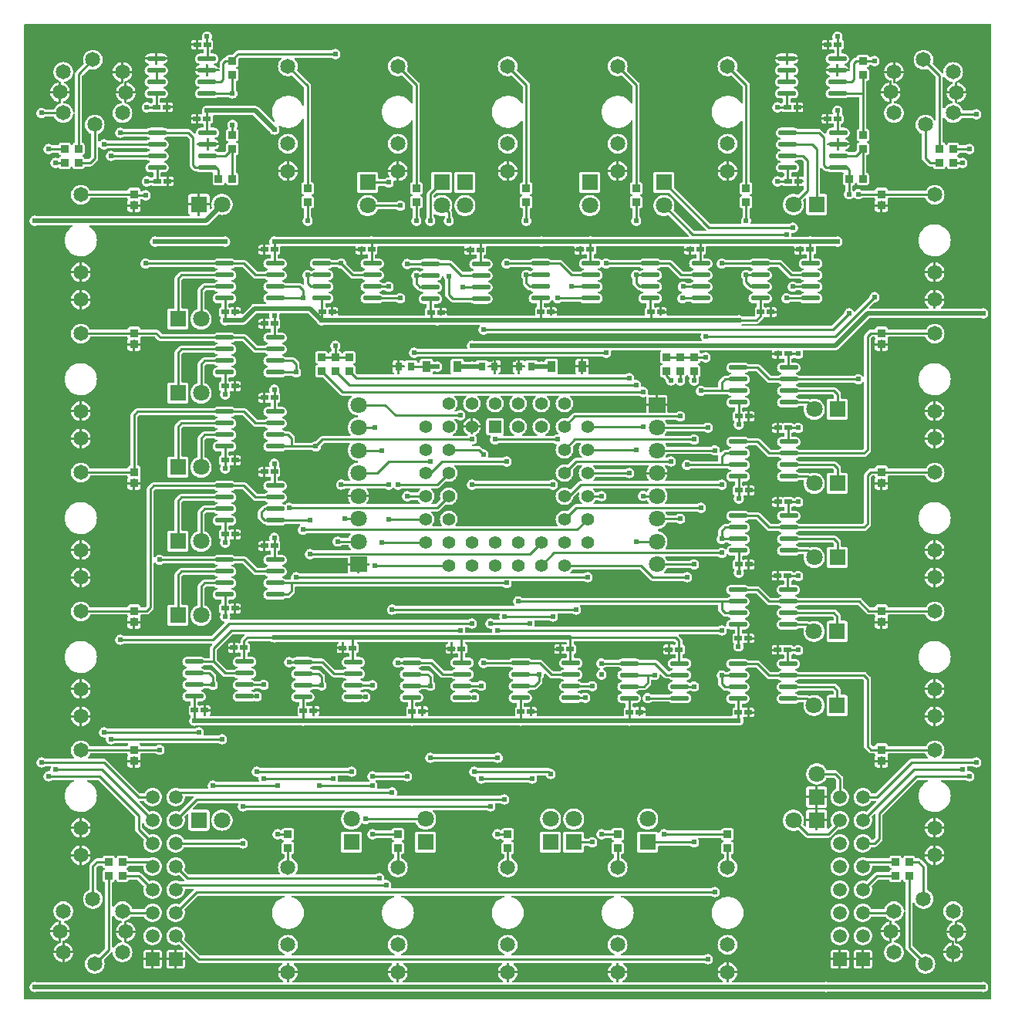
<source format=gtl>
G04 Layer: TopLayer*
G04 EasyEDA v6.5.29, 2023-07-19 21:41:10*
G04 ede76849b6084053bf44eed2514c4286,5a6b42c53f6a479593ecc07194224c93,10*
G04 Gerber Generator version 0.2*
G04 Scale: 100 percent, Rotated: No, Reflected: No *
G04 Dimensions in millimeters *
G04 leading zeros omitted , absolute positions ,4 integer and 5 decimal *
%FSLAX45Y45*%
%MOMM*%

%AMMACRO1*21,1,$1,$2,0,0,$3*%
%ADD10C,0.2540*%
%ADD11C,0.5000*%
%ADD12MACRO1,0.864X0.8065X0.0000*%
%ADD13R,0.8640X0.8065*%
%ADD14O,2.0450048X0.58801*%
%ADD15MACRO1,0.54X0.7901X-90.0000*%
%ADD16MACRO1,0.54X0.7901X90.0000*%
%ADD17MACRO1,0.864X0.8065X-90.0000*%
%ADD18MACRO1,0.864X0.8065X90.0000*%
%ADD19MACRO1,0.9072X0.8732X0.0000*%
%ADD20R,0.9072X0.8732*%
%ADD21R,0.8000X0.9000*%
%ADD22R,0.9500X1.1500*%
%ADD23MACRO1,1.5X1.5X90.0000*%
%ADD24C,1.5000*%
%ADD25MACRO1,1.7X1.8X-90.0000*%
%ADD26C,1.8000*%
%ADD27MACRO1,1.397X1.397X0.0000*%
%ADD28C,1.3970*%
%ADD29MACRO1,1.7X1.8X90.0000*%
%ADD30R,1.8000X1.8000*%
%ADD31C,1.6500*%
%ADD32C,0.6096*%
%ADD33C,0.0199*%

%LPD*%
G36*
X277368Y1029208D02*
G01*
X273456Y1029969D01*
X270205Y1032205D01*
X267970Y1035456D01*
X267208Y1039368D01*
X267208Y11724132D01*
X267970Y11728043D01*
X270205Y11731294D01*
X273456Y11733530D01*
X277368Y11734292D01*
X10873232Y11734292D01*
X10877143Y11733530D01*
X10880394Y11731294D01*
X10882630Y11728043D01*
X10883392Y11724132D01*
X10883392Y1039368D01*
X10882630Y1035456D01*
X10880394Y1032205D01*
X10877143Y1029969D01*
X10873232Y1029208D01*
G37*

%LPC*%
G36*
X2102561Y11518900D02*
G01*
X2155291Y11518900D01*
X2155291Y11559082D01*
X2129078Y11559082D01*
X2122728Y11558371D01*
X2117293Y11556492D01*
X2112365Y11553393D01*
X2108301Y11549329D01*
X2105202Y11544401D01*
X2103272Y11538966D01*
X2102561Y11532616D01*
G37*
G36*
X10160000Y1313992D02*
G01*
X10174122Y1314958D01*
X10188041Y1317701D01*
X10201452Y1322273D01*
X10214203Y1328521D01*
X10225989Y1336395D01*
X10236657Y1345742D01*
X10246004Y1356410D01*
X10253878Y1368196D01*
X10260126Y1380947D01*
X10264698Y1394358D01*
X10267442Y1408277D01*
X10268407Y1422400D01*
X10267442Y1436522D01*
X10264698Y1450441D01*
X10260126Y1463852D01*
X10253878Y1476603D01*
X10246004Y1488389D01*
X10236657Y1499057D01*
X10225989Y1508404D01*
X10214203Y1516278D01*
X10201452Y1522526D01*
X10188041Y1527098D01*
X10174122Y1529842D01*
X10160000Y1530807D01*
X10145877Y1529842D01*
X10131958Y1527098D01*
X10121493Y1523542D01*
X10117785Y1522984D01*
X10114127Y1523847D01*
X10111028Y1525981D01*
X10022890Y1614119D01*
X10020706Y1617421D01*
X10019944Y1621282D01*
X10019944Y2089556D01*
X10020909Y2093925D01*
X10023754Y2097481D01*
X10027818Y2099411D01*
X10032288Y2099462D01*
X10036403Y2097481D01*
X10039197Y2093975D01*
X10045954Y2080158D01*
X10053828Y2068372D01*
X10063175Y2057704D01*
X10073843Y2048357D01*
X10085628Y2040483D01*
X10098328Y2034235D01*
X10111740Y2029663D01*
X10125659Y2026920D01*
X10139832Y2025954D01*
X10153954Y2026920D01*
X10167874Y2029663D01*
X10181285Y2034235D01*
X10193985Y2040483D01*
X10205770Y2048357D01*
X10216438Y2057704D01*
X10225786Y2068372D01*
X10233660Y2080158D01*
X10239959Y2092909D01*
X10244480Y2106320D01*
X10247274Y2120239D01*
X10248188Y2134362D01*
X10247274Y2148484D01*
X10244480Y2162403D01*
X10239959Y2175814D01*
X10233660Y2188565D01*
X10225786Y2200351D01*
X10216438Y2211019D01*
X10205770Y2220366D01*
X10193985Y2228240D01*
X10184231Y2233066D01*
X10181234Y2235301D01*
X10179253Y2238502D01*
X10178542Y2242159D01*
X10178542Y2483358D01*
X10177729Y2491384D01*
X10175544Y2498598D01*
X10171988Y2505303D01*
X10166858Y2511501D01*
X10111435Y2566924D01*
X10105237Y2572054D01*
X10098532Y2575610D01*
X10091318Y2577795D01*
X10083292Y2578608D01*
X10057079Y2578608D01*
X10053421Y2579268D01*
X10050272Y2581198D01*
X10048036Y2584094D01*
X10046817Y2588971D01*
X10044887Y2594406D01*
X10041839Y2599283D01*
X10037724Y2603398D01*
X10032847Y2606497D01*
X10027361Y2608376D01*
X10021062Y2609088D01*
X9941560Y2609088D01*
X9935210Y2608376D01*
X9929774Y2606497D01*
X9924846Y2603398D01*
X9920782Y2599283D01*
X9917684Y2594406D01*
X9915550Y2588310D01*
X9913416Y2584754D01*
X9910064Y2582367D01*
X9906000Y2581554D01*
X9901936Y2582367D01*
X9898532Y2584754D01*
X9896398Y2588310D01*
X9894265Y2594406D01*
X9891166Y2599283D01*
X9887102Y2603398D01*
X9882174Y2606497D01*
X9876739Y2608376D01*
X9870389Y2609088D01*
X9790887Y2609088D01*
X9784588Y2608376D01*
X9779101Y2606497D01*
X9774224Y2603398D01*
X9770110Y2599283D01*
X9767062Y2594406D01*
X9765131Y2588971D01*
X9763912Y2584094D01*
X9761677Y2581198D01*
X9758527Y2579268D01*
X9754870Y2578608D01*
X9522053Y2578557D01*
X9519615Y2579268D01*
X9507270Y2584500D01*
X9494266Y2588056D01*
X9480905Y2589834D01*
X9467443Y2589834D01*
X9454083Y2588056D01*
X9441078Y2584500D01*
X9428683Y2579217D01*
X9417100Y2572359D01*
X9406534Y2564028D01*
X9397136Y2554325D01*
X9389160Y2543454D01*
X9382658Y2531668D01*
X9377832Y2519070D01*
X9374682Y2505964D01*
X9373362Y2492552D01*
X9373819Y2479090D01*
X9376054Y2465832D01*
X9380016Y2452928D01*
X9385706Y2440686D01*
X9392970Y2429357D01*
X9401657Y2419045D01*
X9411665Y2410002D01*
X9422790Y2402382D01*
X9434779Y2396337D01*
X9447530Y2391918D01*
X9460738Y2389225D01*
X9474200Y2388311D01*
X9487611Y2389225D01*
X9500819Y2391918D01*
X9513570Y2396337D01*
X9525609Y2402382D01*
X9536684Y2410002D01*
X9546691Y2419045D01*
X9555378Y2429357D01*
X9562642Y2440686D01*
X9568332Y2452928D01*
X9572294Y2465832D01*
X9574580Y2479090D01*
X9574987Y2491587D01*
X9575850Y2495346D01*
X9578086Y2498547D01*
X9581337Y2500630D01*
X9585147Y2501392D01*
X9754870Y2501392D01*
X9758527Y2500731D01*
X9761677Y2498801D01*
X9763912Y2495905D01*
X9765131Y2491028D01*
X9767062Y2485593D01*
X9770110Y2480665D01*
X9774224Y2476601D01*
X9783013Y2471267D01*
X9785451Y2467864D01*
X9786264Y2463800D01*
X9785451Y2459736D01*
X9783013Y2456332D01*
X9774224Y2450998D01*
X9770110Y2446883D01*
X9767062Y2442006D01*
X9765131Y2436571D01*
X9763912Y2431694D01*
X9761677Y2428798D01*
X9758527Y2426868D01*
X9754870Y2426208D01*
X9627057Y2426208D01*
X9619081Y2425395D01*
X9611817Y2423210D01*
X9605162Y2419654D01*
X9598914Y2414524D01*
X9517430Y2333040D01*
X9514535Y2331008D01*
X9511080Y2330094D01*
X9507575Y2330399D01*
X9494266Y2334056D01*
X9480905Y2335834D01*
X9467443Y2335834D01*
X9454083Y2334056D01*
X9441078Y2330500D01*
X9428683Y2325217D01*
X9417100Y2318359D01*
X9406534Y2310028D01*
X9397136Y2300325D01*
X9389160Y2289454D01*
X9382658Y2277668D01*
X9377832Y2265070D01*
X9374682Y2251964D01*
X9373362Y2238552D01*
X9373819Y2225090D01*
X9376054Y2211832D01*
X9380016Y2198928D01*
X9385706Y2186686D01*
X9392970Y2175357D01*
X9401657Y2165045D01*
X9411665Y2156002D01*
X9422790Y2148382D01*
X9434779Y2142337D01*
X9447530Y2137918D01*
X9460738Y2135225D01*
X9474200Y2134311D01*
X9487611Y2135225D01*
X9500819Y2137918D01*
X9513570Y2142337D01*
X9525609Y2148382D01*
X9536684Y2156002D01*
X9546691Y2165045D01*
X9555378Y2175357D01*
X9562642Y2186686D01*
X9568332Y2198928D01*
X9572294Y2211832D01*
X9574580Y2225090D01*
X9574987Y2238552D01*
X9573666Y2251964D01*
X9570516Y2265070D01*
X9569602Y2267508D01*
X9568942Y2271318D01*
X9569754Y2275128D01*
X9571888Y2278329D01*
X9639604Y2345994D01*
X9642906Y2348230D01*
X9646767Y2348992D01*
X9754870Y2348992D01*
X9758527Y2348331D01*
X9761677Y2346401D01*
X9763912Y2343505D01*
X9765131Y2338628D01*
X9767062Y2333193D01*
X9770110Y2328265D01*
X9774224Y2324201D01*
X9779101Y2321102D01*
X9784588Y2319223D01*
X9790887Y2318461D01*
X9870389Y2318461D01*
X9876739Y2319223D01*
X9882174Y2321102D01*
X9887102Y2324201D01*
X9891166Y2328265D01*
X9894265Y2333193D01*
X9896398Y2339238D01*
X9898532Y2342794D01*
X9901936Y2345232D01*
X9906000Y2346045D01*
X9910064Y2345232D01*
X9913416Y2342794D01*
X9915550Y2339238D01*
X9917684Y2333193D01*
X9920782Y2328265D01*
X9924846Y2324201D01*
X9929774Y2321102D01*
X9935921Y2318969D01*
X9939477Y2316835D01*
X9941864Y2313432D01*
X9942728Y2309368D01*
X9942728Y2012289D01*
X9941712Y2007971D01*
X9939020Y2004466D01*
X9935057Y2002434D01*
X9930638Y2002282D01*
X9926574Y2004060D01*
X9923627Y2007362D01*
X9922408Y2011629D01*
X9922256Y2013610D01*
X9919512Y2027529D01*
X9914940Y2040940D01*
X9908692Y2053691D01*
X9900818Y2065477D01*
X9891471Y2076145D01*
X9880803Y2085492D01*
X9869017Y2093366D01*
X9856266Y2099614D01*
X9842855Y2104186D01*
X9828936Y2106930D01*
X9814814Y2107895D01*
X9800691Y2106930D01*
X9786772Y2104186D01*
X9773361Y2099614D01*
X9760610Y2093366D01*
X9748824Y2085492D01*
X9738156Y2076145D01*
X9728809Y2065477D01*
X9720935Y2053691D01*
X9714687Y2040991D01*
X9709861Y2026716D01*
X9707727Y2023110D01*
X9704324Y2020671D01*
X9700260Y2019807D01*
X9573818Y2019807D01*
X9570262Y2020417D01*
X9567164Y2022297D01*
X9564928Y2025091D01*
X9559239Y2035454D01*
X9551212Y2046325D01*
X9541865Y2056028D01*
X9531299Y2064359D01*
X9519666Y2071217D01*
X9507270Y2076500D01*
X9494266Y2080056D01*
X9480905Y2081834D01*
X9467443Y2081834D01*
X9454083Y2080056D01*
X9441078Y2076500D01*
X9428683Y2071217D01*
X9417100Y2064359D01*
X9406534Y2056028D01*
X9397136Y2046325D01*
X9389160Y2035454D01*
X9382658Y2023668D01*
X9377832Y2011070D01*
X9374682Y1997964D01*
X9373362Y1984552D01*
X9373819Y1971090D01*
X9376054Y1957832D01*
X9380016Y1944928D01*
X9385706Y1932686D01*
X9392970Y1921357D01*
X9401657Y1911045D01*
X9411665Y1902002D01*
X9422790Y1894382D01*
X9434779Y1888337D01*
X9447530Y1883918D01*
X9460738Y1881225D01*
X9474200Y1880311D01*
X9487611Y1881225D01*
X9500819Y1883918D01*
X9513570Y1888337D01*
X9525609Y1894382D01*
X9536684Y1902002D01*
X9546691Y1911045D01*
X9555378Y1921357D01*
X9562642Y1932686D01*
X9564522Y1936699D01*
X9566757Y1939798D01*
X9569958Y1941880D01*
X9573717Y1942592D01*
X9717328Y1942592D01*
X9720580Y1942033D01*
X9723526Y1940509D01*
X9725761Y1938070D01*
X9728809Y1933498D01*
X9738156Y1922830D01*
X9748824Y1913483D01*
X9760610Y1905609D01*
X9764115Y1903882D01*
X9767417Y1901291D01*
X9769398Y1897634D01*
X9769602Y1894941D01*
X9772192Y1896770D01*
X9775952Y1897684D01*
X9779711Y1897176D01*
X9784791Y1895449D01*
X9788398Y1893316D01*
X9790836Y1889912D01*
X9791700Y1885848D01*
X9791700Y1790700D01*
X9886543Y1790700D01*
X9886442Y1792122D01*
X9883698Y1806041D01*
X9879126Y1819452D01*
X9872878Y1832203D01*
X9865004Y1843989D01*
X9855657Y1854657D01*
X9844989Y1864004D01*
X9833203Y1871878D01*
X9829698Y1873605D01*
X9826396Y1876196D01*
X9824415Y1879854D01*
X9824110Y1884019D01*
X9825482Y1887982D01*
X9828326Y1891030D01*
X9832187Y1892655D01*
X9842855Y1894789D01*
X9856266Y1899361D01*
X9869017Y1905609D01*
X9880803Y1913483D01*
X9891471Y1922830D01*
X9900818Y1933498D01*
X9908692Y1945284D01*
X9914940Y1958035D01*
X9919512Y1971446D01*
X9922256Y1985365D01*
X9922408Y1987346D01*
X9923627Y1991614D01*
X9926574Y1994916D01*
X9930638Y1996693D01*
X9935057Y1996541D01*
X9939020Y1994509D01*
X9941712Y1991004D01*
X9942728Y1986686D01*
X9942728Y1601571D01*
X9943490Y1593545D01*
X9945674Y1586331D01*
X9949230Y1579676D01*
X9954361Y1573428D01*
X10056418Y1471371D01*
X10058552Y1468272D01*
X10059416Y1464614D01*
X10058857Y1460906D01*
X10055301Y1450441D01*
X10052558Y1436522D01*
X10051592Y1422400D01*
X10052558Y1408277D01*
X10055301Y1394358D01*
X10059873Y1380947D01*
X10066121Y1368196D01*
X10073995Y1356410D01*
X10083342Y1345742D01*
X10094010Y1336395D01*
X10105796Y1328521D01*
X10118547Y1322273D01*
X10131958Y1317701D01*
X10145877Y1314958D01*
G37*
G36*
X7880756Y1343863D02*
G01*
X7975600Y1343863D01*
X7975600Y1438757D01*
X7974177Y1438656D01*
X7960258Y1435862D01*
X7946847Y1431340D01*
X7934096Y1425041D01*
X7922310Y1417167D01*
X7911642Y1407820D01*
X7902295Y1397152D01*
X7894421Y1385366D01*
X7888173Y1372666D01*
X7883601Y1359255D01*
X7880858Y1345336D01*
G37*
G36*
X8001000Y1343863D02*
G01*
X8095843Y1343863D01*
X8095742Y1345336D01*
X8092998Y1359255D01*
X8088426Y1372666D01*
X8082178Y1385366D01*
X8074304Y1397152D01*
X8064957Y1407820D01*
X8054289Y1417167D01*
X8042503Y1425041D01*
X8029752Y1431340D01*
X8016341Y1435862D01*
X8002422Y1438656D01*
X8001000Y1438757D01*
G37*
G36*
X3054756Y1343863D02*
G01*
X3149600Y1343863D01*
X3149600Y1424432D01*
X3150362Y1428292D01*
X3152597Y1431594D01*
X3155848Y1433830D01*
X3159760Y1434592D01*
X3164840Y1434592D01*
X3168751Y1433830D01*
X3172002Y1431594D01*
X3174238Y1428292D01*
X3175000Y1424432D01*
X3175000Y1343863D01*
X3269843Y1343863D01*
X3269742Y1345336D01*
X3266998Y1359255D01*
X3262426Y1372666D01*
X3256178Y1385366D01*
X3248304Y1397152D01*
X3238957Y1407820D01*
X3228695Y1416812D01*
X3226257Y1420012D01*
X3225292Y1423974D01*
X3225901Y1427988D01*
X3228086Y1431442D01*
X3231438Y1433779D01*
X3235401Y1434592D01*
X4295698Y1434592D01*
X4299661Y1433779D01*
X4303014Y1431442D01*
X4305198Y1427988D01*
X4305808Y1423974D01*
X4304842Y1420012D01*
X4302404Y1416812D01*
X4292142Y1407820D01*
X4282795Y1397152D01*
X4274921Y1385366D01*
X4268673Y1372666D01*
X4264101Y1359255D01*
X4261358Y1345336D01*
X4261256Y1343863D01*
X4356100Y1343863D01*
X4356100Y1424432D01*
X4356862Y1428292D01*
X4359097Y1431594D01*
X4362348Y1433830D01*
X4366260Y1434592D01*
X4371340Y1434592D01*
X4375251Y1433830D01*
X4378502Y1431594D01*
X4380738Y1428292D01*
X4381500Y1424432D01*
X4381500Y1343863D01*
X4476343Y1343863D01*
X4476242Y1345336D01*
X4473498Y1359255D01*
X4468926Y1372666D01*
X4462678Y1385366D01*
X4454804Y1397152D01*
X4445457Y1407820D01*
X4435195Y1416812D01*
X4432757Y1420012D01*
X4431792Y1423974D01*
X4432401Y1427988D01*
X4434586Y1431442D01*
X4437938Y1433779D01*
X4441901Y1434592D01*
X5502198Y1434592D01*
X5506161Y1433779D01*
X5509514Y1431442D01*
X5511698Y1427988D01*
X5512308Y1423974D01*
X5511342Y1420012D01*
X5508904Y1416812D01*
X5498642Y1407820D01*
X5489295Y1397152D01*
X5481421Y1385366D01*
X5475173Y1372666D01*
X5470601Y1359255D01*
X5467858Y1345336D01*
X5467756Y1343863D01*
X5562600Y1343863D01*
X5562600Y1424432D01*
X5563362Y1428292D01*
X5565597Y1431594D01*
X5568848Y1433830D01*
X5572760Y1434592D01*
X5577840Y1434592D01*
X5581751Y1433830D01*
X5585002Y1431594D01*
X5587238Y1428292D01*
X5588000Y1424432D01*
X5588000Y1343863D01*
X5682843Y1343863D01*
X5682742Y1345336D01*
X5679998Y1359255D01*
X5675426Y1372666D01*
X5669178Y1385366D01*
X5661304Y1397152D01*
X5651957Y1407820D01*
X5641695Y1416812D01*
X5639257Y1420012D01*
X5638292Y1423974D01*
X5638901Y1427988D01*
X5641086Y1431442D01*
X5644438Y1433779D01*
X5648401Y1434592D01*
X6708698Y1434592D01*
X6712661Y1433779D01*
X6716014Y1431442D01*
X6718198Y1427988D01*
X6718808Y1423974D01*
X6717842Y1420012D01*
X6715404Y1416812D01*
X6705142Y1407820D01*
X6695795Y1397152D01*
X6687921Y1385366D01*
X6681673Y1372666D01*
X6677101Y1359255D01*
X6674358Y1345336D01*
X6674256Y1343863D01*
X6769100Y1343863D01*
X6769100Y1424432D01*
X6769862Y1428292D01*
X6772097Y1431594D01*
X6775348Y1433830D01*
X6779259Y1434592D01*
X6784340Y1434592D01*
X6788251Y1433830D01*
X6791502Y1431594D01*
X6793738Y1428292D01*
X6794500Y1424432D01*
X6794500Y1343863D01*
X6889343Y1343863D01*
X6889242Y1345336D01*
X6886498Y1359255D01*
X6881926Y1372666D01*
X6875678Y1385366D01*
X6867804Y1397152D01*
X6858457Y1407820D01*
X6848195Y1416812D01*
X6845757Y1420012D01*
X6844792Y1423974D01*
X6845401Y1427988D01*
X6847586Y1431442D01*
X6850938Y1433779D01*
X6854901Y1434592D01*
X7727391Y1434592D01*
X7731302Y1433830D01*
X7734604Y1431594D01*
X7736179Y1430020D01*
X7744206Y1424381D01*
X7753146Y1420266D01*
X7762595Y1417726D01*
X7772400Y1416862D01*
X7782204Y1417726D01*
X7791653Y1420266D01*
X7800594Y1424381D01*
X7808620Y1430020D01*
X7815580Y1436979D01*
X7821218Y1445006D01*
X7825333Y1453946D01*
X7827873Y1463395D01*
X7828737Y1473200D01*
X7827873Y1483004D01*
X7825333Y1492453D01*
X7821218Y1501394D01*
X7815580Y1509420D01*
X7808620Y1516380D01*
X7800594Y1522018D01*
X7791653Y1526133D01*
X7782204Y1528673D01*
X7772400Y1529537D01*
X7762595Y1528673D01*
X7753146Y1526133D01*
X7744206Y1522018D01*
X7736179Y1516380D01*
X7734604Y1514805D01*
X7731302Y1512570D01*
X7727391Y1511808D01*
X6827774Y1511808D01*
X6823354Y1512824D01*
X6819849Y1515618D01*
X6817868Y1519682D01*
X6817868Y1524152D01*
X6819798Y1528216D01*
X6823252Y1531061D01*
X6836003Y1537360D01*
X6847789Y1545234D01*
X6858457Y1554581D01*
X6867804Y1565249D01*
X6875678Y1577035D01*
X6881926Y1589735D01*
X6886498Y1603146D01*
X6889242Y1617065D01*
X6890207Y1631188D01*
X6889242Y1645361D01*
X6886498Y1659280D01*
X6881926Y1672691D01*
X6875678Y1685391D01*
X6867804Y1697177D01*
X6858457Y1707845D01*
X6847789Y1717192D01*
X6836003Y1725066D01*
X6823252Y1731365D01*
X6809841Y1735886D01*
X6795922Y1738680D01*
X6781800Y1739595D01*
X6767677Y1738680D01*
X6753758Y1735886D01*
X6740347Y1731365D01*
X6727596Y1725066D01*
X6715810Y1717192D01*
X6705142Y1707845D01*
X6695795Y1697177D01*
X6687921Y1685391D01*
X6681673Y1672691D01*
X6677101Y1659280D01*
X6674358Y1645361D01*
X6673392Y1631188D01*
X6674358Y1617065D01*
X6677101Y1603146D01*
X6681673Y1589735D01*
X6687921Y1577035D01*
X6695795Y1565249D01*
X6705142Y1554581D01*
X6715810Y1545234D01*
X6727596Y1537360D01*
X6740347Y1531061D01*
X6743801Y1528216D01*
X6745731Y1524152D01*
X6745731Y1519682D01*
X6743750Y1515618D01*
X6740245Y1512824D01*
X6735825Y1511808D01*
X5621274Y1511808D01*
X5616854Y1512824D01*
X5613349Y1515618D01*
X5611368Y1519682D01*
X5611368Y1524152D01*
X5613298Y1528216D01*
X5616752Y1531061D01*
X5629503Y1537360D01*
X5641289Y1545234D01*
X5651957Y1554581D01*
X5661304Y1565249D01*
X5669178Y1577035D01*
X5675426Y1589735D01*
X5679998Y1603146D01*
X5682742Y1617065D01*
X5683707Y1631188D01*
X5682742Y1645361D01*
X5679998Y1659280D01*
X5675426Y1672691D01*
X5669178Y1685391D01*
X5661304Y1697177D01*
X5651957Y1707845D01*
X5641289Y1717192D01*
X5629503Y1725066D01*
X5616752Y1731365D01*
X5603341Y1735886D01*
X5589422Y1738680D01*
X5575300Y1739595D01*
X5561177Y1738680D01*
X5547258Y1735886D01*
X5533847Y1731365D01*
X5521096Y1725066D01*
X5509310Y1717192D01*
X5498642Y1707845D01*
X5489295Y1697177D01*
X5481421Y1685391D01*
X5475173Y1672691D01*
X5470601Y1659280D01*
X5467858Y1645361D01*
X5466892Y1631188D01*
X5467858Y1617065D01*
X5470601Y1603146D01*
X5475173Y1589735D01*
X5481421Y1577035D01*
X5489295Y1565249D01*
X5498642Y1554581D01*
X5509310Y1545234D01*
X5521096Y1537360D01*
X5533847Y1531061D01*
X5537301Y1528216D01*
X5539232Y1524152D01*
X5539232Y1519682D01*
X5537250Y1515618D01*
X5533745Y1512824D01*
X5529326Y1511808D01*
X4414774Y1511808D01*
X4410354Y1512824D01*
X4406849Y1515618D01*
X4404868Y1519682D01*
X4404868Y1524152D01*
X4406798Y1528216D01*
X4410252Y1531061D01*
X4423003Y1537360D01*
X4434789Y1545234D01*
X4445457Y1554581D01*
X4454804Y1565249D01*
X4462678Y1577035D01*
X4468926Y1589735D01*
X4473498Y1603146D01*
X4476242Y1617065D01*
X4477207Y1631188D01*
X4476242Y1645361D01*
X4473498Y1659280D01*
X4468926Y1672691D01*
X4462678Y1685391D01*
X4454804Y1697177D01*
X4445457Y1707845D01*
X4434789Y1717192D01*
X4423003Y1725066D01*
X4410252Y1731365D01*
X4396841Y1735886D01*
X4382922Y1738680D01*
X4368800Y1739595D01*
X4354677Y1738680D01*
X4340758Y1735886D01*
X4327347Y1731365D01*
X4314596Y1725066D01*
X4302810Y1717192D01*
X4292142Y1707845D01*
X4282795Y1697177D01*
X4274921Y1685391D01*
X4268673Y1672691D01*
X4264101Y1659280D01*
X4261358Y1645361D01*
X4260392Y1631188D01*
X4261358Y1617065D01*
X4264101Y1603146D01*
X4268673Y1589735D01*
X4274921Y1577035D01*
X4282795Y1565249D01*
X4292142Y1554581D01*
X4302810Y1545234D01*
X4314596Y1537360D01*
X4327347Y1531061D01*
X4330801Y1528216D01*
X4332732Y1524152D01*
X4332732Y1519682D01*
X4330750Y1515618D01*
X4327245Y1512824D01*
X4322826Y1511808D01*
X3208274Y1511808D01*
X3203854Y1512824D01*
X3200349Y1515618D01*
X3198368Y1519682D01*
X3198368Y1524152D01*
X3200298Y1528216D01*
X3203752Y1531061D01*
X3216503Y1537360D01*
X3228289Y1545234D01*
X3238957Y1554581D01*
X3248304Y1565249D01*
X3256178Y1577035D01*
X3262426Y1589735D01*
X3266998Y1603146D01*
X3269742Y1617065D01*
X3270707Y1631188D01*
X3269742Y1645361D01*
X3266998Y1659280D01*
X3262426Y1672691D01*
X3256178Y1685391D01*
X3248304Y1697177D01*
X3238957Y1707845D01*
X3228289Y1717192D01*
X3216503Y1725066D01*
X3203752Y1731365D01*
X3190341Y1735886D01*
X3176422Y1738680D01*
X3162300Y1739595D01*
X3148177Y1738680D01*
X3134258Y1735886D01*
X3120847Y1731365D01*
X3108096Y1725066D01*
X3096310Y1717192D01*
X3085642Y1707845D01*
X3076295Y1697177D01*
X3068421Y1685391D01*
X3062173Y1672691D01*
X3057601Y1659280D01*
X3054858Y1645361D01*
X3053892Y1631188D01*
X3054858Y1617065D01*
X3057601Y1603146D01*
X3062173Y1589735D01*
X3068421Y1577035D01*
X3076295Y1565249D01*
X3085642Y1554581D01*
X3096310Y1545234D01*
X3108096Y1537360D01*
X3120847Y1531061D01*
X3124301Y1528216D01*
X3126232Y1524152D01*
X3126232Y1519682D01*
X3124250Y1515618D01*
X3120745Y1512824D01*
X3116326Y1511808D01*
X2204567Y1511808D01*
X2200706Y1512570D01*
X2197404Y1514805D01*
X2028088Y1684070D01*
X2026005Y1687118D01*
X2025142Y1690674D01*
X2025599Y1694281D01*
X2028545Y1703832D01*
X2030780Y1717090D01*
X2031238Y1730552D01*
X2029866Y1743964D01*
X2026767Y1757070D01*
X2021890Y1769668D01*
X2015439Y1781454D01*
X2007412Y1792325D01*
X1998065Y1802028D01*
X1987499Y1810359D01*
X1975916Y1817217D01*
X1963470Y1822500D01*
X1950466Y1826056D01*
X1937156Y1827834D01*
X1923643Y1827834D01*
X1910283Y1826056D01*
X1897278Y1822500D01*
X1884883Y1817217D01*
X1873300Y1810359D01*
X1862734Y1802028D01*
X1853336Y1792325D01*
X1845360Y1781454D01*
X1838858Y1769668D01*
X1834032Y1757070D01*
X1830933Y1743964D01*
X1829562Y1730552D01*
X1830019Y1717090D01*
X1832254Y1703832D01*
X1836267Y1690928D01*
X1841906Y1678686D01*
X1849170Y1667357D01*
X1857857Y1657045D01*
X1867865Y1648002D01*
X1878990Y1640382D01*
X1891030Y1634337D01*
X1903730Y1629918D01*
X1916938Y1627225D01*
X1930400Y1626311D01*
X1943862Y1627225D01*
X1957070Y1629918D01*
X1962962Y1631950D01*
X1966671Y1632508D01*
X1970328Y1631645D01*
X1973478Y1629511D01*
X2011527Y1591462D01*
X2013762Y1588160D01*
X2014524Y1584248D01*
X2013762Y1580388D01*
X2011527Y1577086D01*
X2008225Y1574850D01*
X2004364Y1574088D01*
X1943100Y1574088D01*
X1943100Y1485900D01*
X2031288Y1485900D01*
X2031288Y1547164D01*
X2032050Y1551025D01*
X2034286Y1554327D01*
X2037588Y1556562D01*
X2041448Y1557324D01*
X2045360Y1556562D01*
X2048662Y1554327D01*
X2156764Y1446225D01*
X2162962Y1441145D01*
X2169617Y1437589D01*
X2176881Y1435354D01*
X2184908Y1434592D01*
X3089198Y1434592D01*
X3093161Y1433779D01*
X3096514Y1431442D01*
X3098698Y1427988D01*
X3099308Y1423974D01*
X3098342Y1420012D01*
X3095904Y1416812D01*
X3085642Y1407820D01*
X3076295Y1397152D01*
X3068421Y1385366D01*
X3062173Y1372666D01*
X3057601Y1359255D01*
X3054858Y1345336D01*
G37*
G36*
X1689100Y1372311D02*
G01*
X1750822Y1372311D01*
X1757172Y1373022D01*
X1762607Y1374902D01*
X1767535Y1378000D01*
X1771599Y1382064D01*
X1774698Y1386992D01*
X1776577Y1392428D01*
X1777288Y1398778D01*
X1777288Y1460500D01*
X1689100Y1460500D01*
G37*
G36*
X1855978Y1372311D02*
G01*
X1917700Y1372311D01*
X1917700Y1460500D01*
X1829511Y1460500D01*
X1829511Y1398778D01*
X1830222Y1392428D01*
X1832102Y1386992D01*
X1835200Y1382064D01*
X1839264Y1378000D01*
X1844192Y1374902D01*
X1849628Y1373022D01*
G37*
G36*
X1601978Y1372311D02*
G01*
X1663700Y1372311D01*
X1663700Y1460500D01*
X1575511Y1460500D01*
X1575511Y1398778D01*
X1576222Y1392428D01*
X1578102Y1386992D01*
X1581200Y1382064D01*
X1585264Y1378000D01*
X1590192Y1374902D01*
X1595628Y1373022D01*
G37*
G36*
X9145778Y1372311D02*
G01*
X9207500Y1372311D01*
X9207500Y1460500D01*
X9119260Y1460500D01*
X9119260Y1398778D01*
X9119971Y1392428D01*
X9121902Y1386992D01*
X9125000Y1382064D01*
X9129064Y1378000D01*
X9133992Y1374902D01*
X9139428Y1373022D01*
G37*
G36*
X1943100Y1372311D02*
G01*
X2004822Y1372311D01*
X2011121Y1373022D01*
X2016607Y1374902D01*
X2021484Y1378000D01*
X2025599Y1382064D01*
X2028698Y1386992D01*
X2030577Y1392428D01*
X2031288Y1398778D01*
X2031288Y1460500D01*
X1943100Y1460500D01*
G37*
G36*
X9232900Y1372311D02*
G01*
X9294622Y1372311D01*
X9300921Y1373022D01*
X9306407Y1374902D01*
X9311284Y1378000D01*
X9315399Y1382064D01*
X9318447Y1386992D01*
X9320377Y1392428D01*
X9321088Y1398778D01*
X9321088Y1460500D01*
X9232900Y1460500D01*
G37*
G36*
X9399778Y1372311D02*
G01*
X9461500Y1372311D01*
X9461500Y1460500D01*
X9373260Y1460500D01*
X9373260Y1398778D01*
X9373971Y1392428D01*
X9375902Y1386992D01*
X9379000Y1382064D01*
X9383064Y1378000D01*
X9387992Y1374902D01*
X9393428Y1373022D01*
G37*
G36*
X9486900Y1372311D02*
G01*
X9548622Y1372311D01*
X9554921Y1373022D01*
X9560407Y1374902D01*
X9565284Y1378000D01*
X9569399Y1382064D01*
X9572447Y1386992D01*
X9574377Y1392428D01*
X9575088Y1398778D01*
X9575088Y1460500D01*
X9486900Y1460500D01*
G37*
G36*
X9814814Y1440992D02*
G01*
X9828936Y1441958D01*
X9842855Y1444701D01*
X9856266Y1449273D01*
X9869017Y1455521D01*
X9880803Y1463395D01*
X9891471Y1472742D01*
X9900818Y1483410D01*
X9908692Y1495196D01*
X9914940Y1507947D01*
X9919512Y1521358D01*
X9922256Y1535277D01*
X9923221Y1549400D01*
X9922256Y1563522D01*
X9919512Y1577441D01*
X9914940Y1590852D01*
X9908692Y1603603D01*
X9900818Y1615389D01*
X9891471Y1626057D01*
X9880803Y1635404D01*
X9869017Y1643278D01*
X9856266Y1649526D01*
X9842855Y1654098D01*
X9828936Y1656842D01*
X9820960Y1657400D01*
X9817100Y1658416D01*
X9813950Y1660804D01*
X9811969Y1664258D01*
X9811461Y1668170D01*
X9812477Y1672031D01*
X9814915Y1675180D01*
X9818370Y1677162D01*
X9820452Y1677873D01*
X9833203Y1684121D01*
X9844989Y1691995D01*
X9855657Y1701342D01*
X9865004Y1712010D01*
X9872878Y1723796D01*
X9879126Y1736547D01*
X9883698Y1749958D01*
X9886442Y1763877D01*
X9886543Y1765300D01*
X9791700Y1765300D01*
X9791700Y1663039D01*
X9790836Y1658975D01*
X9788398Y1655572D01*
X9784791Y1653438D01*
X9779711Y1651711D01*
X9777425Y1651406D01*
X9760610Y1643278D01*
X9748824Y1635404D01*
X9738156Y1626057D01*
X9728809Y1615389D01*
X9720935Y1603603D01*
X9714687Y1590852D01*
X9710115Y1577441D01*
X9707372Y1563522D01*
X9706406Y1549400D01*
X9707372Y1535277D01*
X9710115Y1521358D01*
X9714687Y1507947D01*
X9720935Y1495196D01*
X9728809Y1483410D01*
X9738156Y1472742D01*
X9748824Y1463395D01*
X9760610Y1455521D01*
X9773361Y1449273D01*
X9786772Y1444701D01*
X9800691Y1441958D01*
G37*
G36*
X10477500Y1441856D02*
G01*
X10478922Y1441958D01*
X10492841Y1444701D01*
X10506252Y1449273D01*
X10519003Y1455521D01*
X10530789Y1463395D01*
X10541457Y1472742D01*
X10550804Y1483410D01*
X10558678Y1495196D01*
X10564926Y1507947D01*
X10569498Y1521358D01*
X10572242Y1535277D01*
X10572343Y1536700D01*
X10477500Y1536700D01*
G37*
G36*
X683514Y1441856D02*
G01*
X683514Y1536700D01*
X588670Y1536700D01*
X588772Y1535226D01*
X591515Y1521358D01*
X596087Y1507896D01*
X602335Y1495196D01*
X610209Y1483410D01*
X619556Y1472742D01*
X630224Y1463395D01*
X642010Y1455521D01*
X654710Y1449273D01*
X668172Y1444701D01*
X682040Y1441958D01*
G37*
G36*
X10452100Y1441856D02*
G01*
X10452100Y1536700D01*
X10357256Y1536700D01*
X10357358Y1535277D01*
X10360101Y1521358D01*
X10364673Y1507947D01*
X10370921Y1495196D01*
X10378795Y1483410D01*
X10388142Y1472742D01*
X10398810Y1463395D01*
X10410596Y1455521D01*
X10423347Y1449273D01*
X10436758Y1444701D01*
X10450677Y1441958D01*
G37*
G36*
X708914Y1441856D02*
G01*
X710336Y1441958D01*
X724255Y1444701D01*
X737666Y1449273D01*
X750417Y1455521D01*
X762203Y1463395D01*
X772871Y1472742D01*
X782218Y1483410D01*
X790092Y1495196D01*
X796340Y1507896D01*
X800912Y1521358D01*
X803656Y1535226D01*
X803757Y1536700D01*
X708914Y1536700D01*
G37*
G36*
X1689100Y1485900D02*
G01*
X1777288Y1485900D01*
X1777288Y1547622D01*
X1776577Y1553921D01*
X1774698Y1559407D01*
X1771599Y1564284D01*
X1767535Y1568399D01*
X1762607Y1571498D01*
X1757172Y1573377D01*
X1750822Y1574088D01*
X1689100Y1574088D01*
G37*
G36*
X1575511Y1485900D02*
G01*
X1663700Y1485900D01*
X1663700Y1574088D01*
X1601978Y1574088D01*
X1595628Y1573377D01*
X1590192Y1571498D01*
X1585264Y1568399D01*
X1581200Y1564284D01*
X1578102Y1559407D01*
X1576222Y1553921D01*
X1575511Y1547622D01*
G37*
G36*
X1829511Y1485900D02*
G01*
X1917700Y1485900D01*
X1917700Y1574088D01*
X1855978Y1574088D01*
X1849628Y1573377D01*
X1844192Y1571498D01*
X1839264Y1568399D01*
X1835200Y1564284D01*
X1832102Y1559407D01*
X1830222Y1553921D01*
X1829511Y1547622D01*
G37*
G36*
X9486900Y1485900D02*
G01*
X9575088Y1485900D01*
X9575088Y1547622D01*
X9574377Y1553921D01*
X9572447Y1559407D01*
X9569399Y1564284D01*
X9565284Y1568399D01*
X9560407Y1571498D01*
X9554921Y1573377D01*
X9548622Y1574088D01*
X9486900Y1574088D01*
G37*
G36*
X9232900Y1485900D02*
G01*
X9321088Y1485900D01*
X9321088Y1547622D01*
X9320377Y1553921D01*
X9318447Y1559407D01*
X9315399Y1564284D01*
X9311284Y1568399D01*
X9306407Y1571498D01*
X9300921Y1573377D01*
X9294622Y1574088D01*
X9232900Y1574088D01*
G37*
G36*
X9119260Y1485900D02*
G01*
X9207500Y1485900D01*
X9207500Y1574088D01*
X9145778Y1574088D01*
X9139428Y1573377D01*
X9133992Y1571498D01*
X9129064Y1568399D01*
X9125000Y1564284D01*
X9121902Y1559407D01*
X9119971Y1553921D01*
X9119260Y1547622D01*
G37*
G36*
X9373260Y1485900D02*
G01*
X9461500Y1485900D01*
X9461500Y1574088D01*
X9399778Y1574088D01*
X9393428Y1573377D01*
X9387992Y1571498D01*
X9383064Y1568399D01*
X9379000Y1564284D01*
X9375902Y1559407D01*
X9373971Y1553921D01*
X9373260Y1547622D01*
G37*
G36*
X7988300Y1522831D02*
G01*
X8002422Y1523746D01*
X8016341Y1526540D01*
X8029752Y1531061D01*
X8042503Y1537360D01*
X8054289Y1545234D01*
X8064957Y1554581D01*
X8074304Y1565249D01*
X8082178Y1577035D01*
X8088426Y1589735D01*
X8092998Y1603146D01*
X8095742Y1617065D01*
X8096707Y1631188D01*
X8095742Y1645361D01*
X8092998Y1659280D01*
X8088426Y1672691D01*
X8082178Y1685391D01*
X8074304Y1697177D01*
X8064957Y1707845D01*
X8054289Y1717192D01*
X8042503Y1725066D01*
X8029752Y1731365D01*
X8016341Y1735886D01*
X8002422Y1738680D01*
X7988300Y1739595D01*
X7974177Y1738680D01*
X7960258Y1735886D01*
X7946847Y1731365D01*
X7934096Y1725066D01*
X7922310Y1717192D01*
X7911642Y1707845D01*
X7902295Y1697177D01*
X7894421Y1685391D01*
X7888173Y1672691D01*
X7883601Y1659280D01*
X7880858Y1645361D01*
X7879892Y1631188D01*
X7880858Y1617065D01*
X7883601Y1603146D01*
X7888173Y1589735D01*
X7894421Y1577035D01*
X7902295Y1565249D01*
X7911642Y1554581D01*
X7922310Y1545234D01*
X7934096Y1537360D01*
X7946847Y1531061D01*
X7960258Y1526540D01*
X7974177Y1523746D01*
G37*
G36*
X708914Y1562100D02*
G01*
X803757Y1562100D01*
X803656Y1563522D01*
X800912Y1577441D01*
X796340Y1590852D01*
X790092Y1603603D01*
X782218Y1615389D01*
X772871Y1626057D01*
X762203Y1635404D01*
X750417Y1643278D01*
X737666Y1649526D01*
X724255Y1654098D01*
X710336Y1656842D01*
X708914Y1656943D01*
G37*
G36*
X10357256Y1562100D02*
G01*
X10452100Y1562100D01*
X10452100Y1657248D01*
X10436758Y1654098D01*
X10423347Y1649526D01*
X10410596Y1643278D01*
X10398810Y1635404D01*
X10388142Y1626057D01*
X10378795Y1615389D01*
X10370921Y1603603D01*
X10364673Y1590852D01*
X10360101Y1577441D01*
X10357358Y1563522D01*
G37*
G36*
X10477500Y1562100D02*
G01*
X10572343Y1562100D01*
X10572242Y1563522D01*
X10569498Y1577441D01*
X10564926Y1590852D01*
X10558678Y1603603D01*
X10550804Y1615389D01*
X10541457Y1626057D01*
X10530789Y1635404D01*
X10519003Y1643278D01*
X10509961Y1647698D01*
X10508996Y1648460D01*
X10506303Y1646631D01*
X10502392Y1645869D01*
X10497312Y1645869D01*
X10493400Y1646631D01*
X10490149Y1648866D01*
X10487914Y1652168D01*
X10487152Y1656029D01*
X10487152Y1761743D01*
X10392308Y1761743D01*
X10392410Y1760321D01*
X10395153Y1746402D01*
X10399725Y1732991D01*
X10405973Y1720240D01*
X10413847Y1708454D01*
X10423194Y1697786D01*
X10433862Y1688439D01*
X10445648Y1680565D01*
X10454690Y1676146D01*
X10455656Y1675384D01*
X10458348Y1677162D01*
X10462260Y1677974D01*
X10467340Y1677974D01*
X10471251Y1677162D01*
X10474502Y1674977D01*
X10476738Y1671675D01*
X10477500Y1667814D01*
G37*
G36*
X588670Y1562100D02*
G01*
X683514Y1562100D01*
X683514Y1667814D01*
X684276Y1671675D01*
X686511Y1674977D01*
X689762Y1677162D01*
X693674Y1677974D01*
X701852Y1677873D01*
X714603Y1684121D01*
X726389Y1691995D01*
X737057Y1701342D01*
X746404Y1712010D01*
X754278Y1723796D01*
X760526Y1736496D01*
X765098Y1749958D01*
X767842Y1763826D01*
X767943Y1765300D01*
X673100Y1765300D01*
X673100Y1659585D01*
X672338Y1655724D01*
X670102Y1652422D01*
X666800Y1650187D01*
X662940Y1649425D01*
X654710Y1649526D01*
X642010Y1643278D01*
X630224Y1635404D01*
X619556Y1626057D01*
X610209Y1615389D01*
X602335Y1603603D01*
X596087Y1590852D01*
X591515Y1577441D01*
X588772Y1563522D01*
G37*
G36*
X9474200Y1626311D02*
G01*
X9487611Y1627225D01*
X9500819Y1629918D01*
X9513570Y1634337D01*
X9525609Y1640382D01*
X9536684Y1648002D01*
X9546691Y1657045D01*
X9555378Y1667357D01*
X9562642Y1678686D01*
X9568332Y1690928D01*
X9572294Y1703832D01*
X9574580Y1717090D01*
X9574987Y1730552D01*
X9573666Y1743964D01*
X9570516Y1757070D01*
X9565690Y1769668D01*
X9559239Y1781454D01*
X9551212Y1792325D01*
X9541865Y1802028D01*
X9531299Y1810359D01*
X9519666Y1817217D01*
X9507270Y1822500D01*
X9494266Y1826056D01*
X9480905Y1827834D01*
X9467443Y1827834D01*
X9454083Y1826056D01*
X9441078Y1822500D01*
X9428683Y1817217D01*
X9417100Y1810359D01*
X9406534Y1802028D01*
X9397136Y1792325D01*
X9389160Y1781454D01*
X9382658Y1769668D01*
X9377832Y1757070D01*
X9374682Y1743964D01*
X9373362Y1730552D01*
X9373819Y1717090D01*
X9376054Y1703832D01*
X9380016Y1690928D01*
X9385706Y1678686D01*
X9392970Y1667357D01*
X9401657Y1657045D01*
X9411665Y1648002D01*
X9422790Y1640382D01*
X9434779Y1634337D01*
X9447530Y1629918D01*
X9460738Y1627225D01*
G37*
G36*
X9220200Y1626311D02*
G01*
X9233611Y1627225D01*
X9246819Y1629918D01*
X9259570Y1634337D01*
X9271609Y1640382D01*
X9282684Y1648002D01*
X9292691Y1657045D01*
X9301378Y1667357D01*
X9308642Y1678686D01*
X9314332Y1690928D01*
X9318294Y1703832D01*
X9320580Y1717090D01*
X9320987Y1730552D01*
X9319666Y1743964D01*
X9316516Y1757070D01*
X9311690Y1769668D01*
X9305239Y1781454D01*
X9297212Y1792325D01*
X9287865Y1802028D01*
X9277299Y1810359D01*
X9265666Y1817217D01*
X9253270Y1822500D01*
X9240266Y1826056D01*
X9226905Y1827834D01*
X9213443Y1827834D01*
X9200083Y1826056D01*
X9187078Y1822500D01*
X9174683Y1817217D01*
X9163100Y1810359D01*
X9152534Y1802028D01*
X9143136Y1792325D01*
X9135160Y1781454D01*
X9128658Y1769668D01*
X9123832Y1757070D01*
X9120682Y1743964D01*
X9119362Y1730552D01*
X9119819Y1717090D01*
X9122054Y1703832D01*
X9126016Y1690928D01*
X9131706Y1678686D01*
X9138970Y1667357D01*
X9147657Y1657045D01*
X9157665Y1648002D01*
X9168790Y1640382D01*
X9180779Y1634337D01*
X9193530Y1629918D01*
X9206738Y1627225D01*
G37*
G36*
X1676400Y1626311D02*
G01*
X1689862Y1627225D01*
X1703070Y1629918D01*
X1715770Y1634337D01*
X1727809Y1640382D01*
X1738934Y1648002D01*
X1748891Y1657045D01*
X1757629Y1667357D01*
X1764893Y1678686D01*
X1770532Y1690928D01*
X1774545Y1703832D01*
X1776780Y1717090D01*
X1777238Y1730552D01*
X1775866Y1743964D01*
X1772767Y1757070D01*
X1767890Y1769668D01*
X1761439Y1781454D01*
X1753463Y1792325D01*
X1744065Y1802028D01*
X1733499Y1810359D01*
X1721916Y1817217D01*
X1709470Y1822500D01*
X1696516Y1826056D01*
X1683156Y1827834D01*
X1669643Y1827834D01*
X1656283Y1826056D01*
X1643329Y1822500D01*
X1630883Y1817217D01*
X1619300Y1810359D01*
X1608734Y1802028D01*
X1599336Y1792325D01*
X1591360Y1781454D01*
X1584909Y1769668D01*
X1580032Y1757070D01*
X1576933Y1743964D01*
X1575562Y1730552D01*
X1576019Y1717090D01*
X1578254Y1703832D01*
X1582267Y1690928D01*
X1587906Y1678686D01*
X1595170Y1667357D01*
X1603857Y1657045D01*
X1613865Y1648002D01*
X1624990Y1640382D01*
X1637030Y1634337D01*
X1649730Y1629918D01*
X1662938Y1627225D01*
G37*
G36*
X10512552Y1666595D02*
G01*
X10527893Y1669745D01*
X10541304Y1674317D01*
X10554055Y1680565D01*
X10565841Y1688439D01*
X10576509Y1697786D01*
X10585856Y1708454D01*
X10593730Y1720240D01*
X10599978Y1732991D01*
X10604550Y1746402D01*
X10607294Y1760321D01*
X10607395Y1761743D01*
X10512552Y1761743D01*
G37*
G36*
X1393952Y1666595D02*
G01*
X1409293Y1669745D01*
X1422704Y1674317D01*
X1435455Y1680565D01*
X1447241Y1688439D01*
X1457909Y1697786D01*
X1467256Y1708454D01*
X1475130Y1720240D01*
X1481378Y1732940D01*
X1485950Y1746402D01*
X1488694Y1760270D01*
X1488795Y1761743D01*
X1393952Y1761743D01*
G37*
G36*
X647700Y1670456D02*
G01*
X647700Y1765300D01*
X552856Y1765300D01*
X552958Y1763826D01*
X555701Y1749958D01*
X560273Y1736496D01*
X566521Y1723796D01*
X574395Y1712010D01*
X583742Y1701342D01*
X594410Y1691995D01*
X606196Y1684121D01*
X618896Y1677873D01*
X632358Y1673301D01*
X646226Y1670557D01*
G37*
G36*
X9766300Y1670456D02*
G01*
X9766300Y1765300D01*
X9671456Y1765300D01*
X9671558Y1763877D01*
X9674301Y1749958D01*
X9678873Y1736547D01*
X9685121Y1723796D01*
X9692995Y1712010D01*
X9702342Y1701342D01*
X9713010Y1691995D01*
X9724796Y1684121D01*
X9737547Y1677873D01*
X9750958Y1673301D01*
X9764877Y1670557D01*
G37*
G36*
X1393952Y1787143D02*
G01*
X1488795Y1787143D01*
X1488694Y1788566D01*
X1485950Y1802485D01*
X1481378Y1815896D01*
X1475130Y1828647D01*
X1467256Y1840433D01*
X1457909Y1851101D01*
X1447241Y1860448D01*
X1435455Y1868322D01*
X1422704Y1874570D01*
X1409293Y1879142D01*
X1393952Y1882292D01*
G37*
G36*
X10512552Y1787143D02*
G01*
X10607395Y1787143D01*
X10607294Y1788566D01*
X10604550Y1802485D01*
X10599978Y1815896D01*
X10593730Y1828647D01*
X10585856Y1840433D01*
X10576509Y1851101D01*
X10565841Y1860448D01*
X10554055Y1868322D01*
X10541304Y1874570D01*
X10527893Y1879142D01*
X10512552Y1882292D01*
G37*
G36*
X10392308Y1787143D02*
G01*
X10487152Y1787143D01*
X10487152Y1885594D01*
X10488015Y1889658D01*
X10490454Y1893062D01*
X10494060Y1895195D01*
X10499140Y1896922D01*
X10502900Y1897430D01*
X10505694Y1896770D01*
X10506506Y1898396D01*
X10509961Y1901189D01*
X10519003Y1905609D01*
X10530789Y1913483D01*
X10541457Y1922830D01*
X10550804Y1933498D01*
X10558678Y1945284D01*
X10564926Y1958035D01*
X10569498Y1971446D01*
X10572242Y1985365D01*
X10573207Y1999488D01*
X10572242Y2013610D01*
X10569498Y2027529D01*
X10564926Y2040940D01*
X10558678Y2053691D01*
X10550804Y2065477D01*
X10541457Y2076145D01*
X10530789Y2085492D01*
X10519003Y2093366D01*
X10506252Y2099614D01*
X10492841Y2104186D01*
X10478922Y2106930D01*
X10464800Y2107895D01*
X10450677Y2106930D01*
X10436758Y2104186D01*
X10423347Y2099614D01*
X10410596Y2093366D01*
X10398810Y2085492D01*
X10388142Y2076145D01*
X10378795Y2065477D01*
X10370921Y2053691D01*
X10364673Y2040940D01*
X10360101Y2027529D01*
X10357358Y2013610D01*
X10356392Y1999488D01*
X10357358Y1985365D01*
X10360101Y1971446D01*
X10364673Y1958035D01*
X10370921Y1945284D01*
X10378795Y1933498D01*
X10388142Y1922830D01*
X10398810Y1913483D01*
X10410596Y1905609D01*
X10423347Y1899361D01*
X10436758Y1894789D01*
X10450880Y1891995D01*
X10455097Y1890775D01*
X10458399Y1887880D01*
X10460177Y1883867D01*
X10460075Y1879447D01*
X10458145Y1875536D01*
X10454690Y1872742D01*
X10445648Y1868322D01*
X10433862Y1860448D01*
X10423194Y1851101D01*
X10413847Y1840433D01*
X10405973Y1828647D01*
X10399725Y1815896D01*
X10395153Y1802485D01*
X10392410Y1788566D01*
G37*
G36*
X552856Y1790700D02*
G01*
X647700Y1790700D01*
X647700Y1887321D01*
X646887Y1886457D01*
X643026Y1884832D01*
X632358Y1882698D01*
X618896Y1878126D01*
X606196Y1871878D01*
X594410Y1864004D01*
X583742Y1854657D01*
X574395Y1843989D01*
X566521Y1832203D01*
X560273Y1819452D01*
X555701Y1806041D01*
X552958Y1792122D01*
G37*
G36*
X9671456Y1790700D02*
G01*
X9766300Y1790700D01*
X9766300Y1887372D01*
X9765487Y1886457D01*
X9761626Y1884832D01*
X9750958Y1882698D01*
X9737547Y1878126D01*
X9724796Y1871878D01*
X9713010Y1864004D01*
X9702342Y1854657D01*
X9692995Y1843989D01*
X9685121Y1832203D01*
X9678873Y1819452D01*
X9674301Y1806041D01*
X9671558Y1792122D01*
G37*
G36*
X673100Y1790700D02*
G01*
X767943Y1790700D01*
X767842Y1792122D01*
X765098Y1806041D01*
X760526Y1819452D01*
X754278Y1832203D01*
X746404Y1843989D01*
X737057Y1854657D01*
X726389Y1864004D01*
X714603Y1871878D01*
X711098Y1873605D01*
X707796Y1876196D01*
X705815Y1879854D01*
X705510Y1884019D01*
X706882Y1887982D01*
X709726Y1891030D01*
X713587Y1892655D01*
X724255Y1894789D01*
X737666Y1899361D01*
X750417Y1905609D01*
X762203Y1913483D01*
X772871Y1922830D01*
X782218Y1933498D01*
X790092Y1945284D01*
X796340Y1957984D01*
X800912Y1971446D01*
X803656Y1985314D01*
X804621Y1999488D01*
X803656Y2013610D01*
X800912Y2027529D01*
X796340Y2040940D01*
X790092Y2053691D01*
X782218Y2065477D01*
X772871Y2076145D01*
X762203Y2085492D01*
X750417Y2093366D01*
X737666Y2099614D01*
X724255Y2104186D01*
X710336Y2106930D01*
X696214Y2107895D01*
X682040Y2106930D01*
X668172Y2104186D01*
X654710Y2099614D01*
X642010Y2093366D01*
X630224Y2085492D01*
X619556Y2076145D01*
X610209Y2065477D01*
X602335Y2053691D01*
X596087Y2040940D01*
X591515Y2027529D01*
X588772Y2013610D01*
X587806Y1999488D01*
X588772Y1985314D01*
X591515Y1971446D01*
X596087Y1957984D01*
X602335Y1945284D01*
X610209Y1933498D01*
X619556Y1922830D01*
X630224Y1913483D01*
X642010Y1905609D01*
X645515Y1903882D01*
X648817Y1901291D01*
X650798Y1897634D01*
X651002Y1894941D01*
X653592Y1896770D01*
X657301Y1897684D01*
X661111Y1897176D01*
X666191Y1895449D01*
X669798Y1893316D01*
X672236Y1889912D01*
X673100Y1885848D01*
G37*
G36*
X7992821Y1805381D02*
G01*
X8010906Y1806752D01*
X8028686Y1810004D01*
X8046110Y1815084D01*
X8062874Y1821891D01*
X8078825Y1830425D01*
X8093862Y1840534D01*
X8107781Y1852117D01*
X8120430Y1865071D01*
X8131657Y1879295D01*
X8141360Y1894586D01*
X8149488Y1910740D01*
X8155838Y1927707D01*
X8160461Y1945233D01*
X8163255Y1963115D01*
X8164169Y1981200D01*
X8163255Y1999284D01*
X8160461Y2017166D01*
X8155838Y2034692D01*
X8149488Y2051659D01*
X8141360Y2067814D01*
X8131657Y2083104D01*
X8120430Y2097328D01*
X8107781Y2110282D01*
X8093862Y2121865D01*
X8078825Y2131974D01*
X8062874Y2140508D01*
X8046110Y2147316D01*
X8028686Y2152396D01*
X8010906Y2155647D01*
X7992821Y2157018D01*
X7974736Y2156561D01*
X7956753Y2154224D01*
X7939125Y2150110D01*
X7922056Y2144115D01*
X7905648Y2136444D01*
X7890103Y2127148D01*
X7875625Y2116277D01*
X7862316Y2103983D01*
X7850378Y2090369D01*
X7839862Y2075586D01*
X7830972Y2059838D01*
X7823708Y2043226D01*
X7818221Y2026005D01*
X7814513Y2008276D01*
X7812633Y1990242D01*
X7812633Y1972157D01*
X7814513Y1954123D01*
X7818221Y1936394D01*
X7823708Y1919173D01*
X7830972Y1902561D01*
X7839862Y1886813D01*
X7850378Y1872030D01*
X7862316Y1858416D01*
X7875625Y1846122D01*
X7890103Y1835251D01*
X7905648Y1825955D01*
X7922056Y1818284D01*
X7939125Y1812289D01*
X7956753Y1808175D01*
X7974736Y1805838D01*
G37*
G36*
X3166821Y1805381D02*
G01*
X3184906Y1806752D01*
X3202686Y1810004D01*
X3220110Y1815084D01*
X3236874Y1821891D01*
X3252825Y1830425D01*
X3267862Y1840534D01*
X3281781Y1852117D01*
X3294430Y1865071D01*
X3305657Y1879295D01*
X3315360Y1894586D01*
X3323488Y1910740D01*
X3329838Y1927707D01*
X3334461Y1945233D01*
X3337255Y1963115D01*
X3338169Y1981200D01*
X3337255Y1999284D01*
X3334461Y2017166D01*
X3329838Y2034692D01*
X3323488Y2051659D01*
X3315360Y2067814D01*
X3305657Y2083104D01*
X3294430Y2097328D01*
X3281781Y2110282D01*
X3267862Y2121865D01*
X3252825Y2131974D01*
X3236874Y2140508D01*
X3220110Y2147316D01*
X3206546Y2151278D01*
X3202889Y2153208D01*
X3200349Y2156409D01*
X3199231Y2160371D01*
X3199841Y2164486D01*
X3201974Y2167991D01*
X3205327Y2170328D01*
X3209391Y2171192D01*
X4321759Y2171192D01*
X4325874Y2170328D01*
X4329277Y2167890D01*
X4331411Y2164283D01*
X4331868Y2160117D01*
X4330649Y2156104D01*
X4327906Y2152904D01*
X4324096Y2151126D01*
X4319625Y2150110D01*
X4302556Y2144115D01*
X4286148Y2136444D01*
X4270603Y2127148D01*
X4256125Y2116277D01*
X4242816Y2103983D01*
X4230878Y2090369D01*
X4220362Y2075586D01*
X4211472Y2059838D01*
X4204208Y2043226D01*
X4198721Y2026005D01*
X4195013Y2008276D01*
X4193133Y1990242D01*
X4193133Y1972157D01*
X4195013Y1954123D01*
X4198721Y1936394D01*
X4204208Y1919173D01*
X4211472Y1902561D01*
X4220362Y1886813D01*
X4230878Y1872030D01*
X4242816Y1858416D01*
X4256125Y1846122D01*
X4270603Y1835251D01*
X4286148Y1825955D01*
X4302556Y1818284D01*
X4319625Y1812289D01*
X4337253Y1808175D01*
X4355236Y1805838D01*
X4373321Y1805381D01*
X4391406Y1806752D01*
X4409186Y1810004D01*
X4426610Y1815084D01*
X4443374Y1821891D01*
X4459325Y1830425D01*
X4474362Y1840534D01*
X4488281Y1852117D01*
X4500930Y1865071D01*
X4512157Y1879295D01*
X4521860Y1894586D01*
X4529988Y1910740D01*
X4536338Y1927707D01*
X4540961Y1945233D01*
X4543755Y1963115D01*
X4544669Y1981200D01*
X4543755Y1999284D01*
X4540961Y2017166D01*
X4536338Y2034692D01*
X4529988Y2051659D01*
X4521860Y2067814D01*
X4512157Y2083104D01*
X4500930Y2097328D01*
X4488281Y2110282D01*
X4474362Y2121865D01*
X4459325Y2131974D01*
X4443374Y2140508D01*
X4426610Y2147316D01*
X4413046Y2151278D01*
X4409389Y2153208D01*
X4406849Y2156409D01*
X4405731Y2160371D01*
X4406341Y2164486D01*
X4408474Y2167991D01*
X4411827Y2170328D01*
X4415891Y2171192D01*
X5528259Y2171192D01*
X5532374Y2170328D01*
X5535777Y2167890D01*
X5537911Y2164283D01*
X5538368Y2160117D01*
X5537149Y2156104D01*
X5534406Y2152904D01*
X5530596Y2151126D01*
X5526125Y2150110D01*
X5509056Y2144115D01*
X5492648Y2136444D01*
X5477103Y2127148D01*
X5462625Y2116277D01*
X5449316Y2103983D01*
X5437378Y2090369D01*
X5426862Y2075586D01*
X5417972Y2059838D01*
X5410708Y2043226D01*
X5405221Y2026005D01*
X5401513Y2008276D01*
X5399633Y1990242D01*
X5399633Y1972157D01*
X5401513Y1954123D01*
X5405221Y1936394D01*
X5410708Y1919173D01*
X5417972Y1902561D01*
X5426862Y1886813D01*
X5437378Y1872030D01*
X5449316Y1858416D01*
X5462625Y1846122D01*
X5477103Y1835251D01*
X5492648Y1825955D01*
X5509056Y1818284D01*
X5526125Y1812289D01*
X5543753Y1808175D01*
X5561736Y1805838D01*
X5579821Y1805381D01*
X5597906Y1806752D01*
X5615686Y1810004D01*
X5633110Y1815084D01*
X5649874Y1821891D01*
X5665825Y1830425D01*
X5680862Y1840534D01*
X5694781Y1852117D01*
X5707430Y1865071D01*
X5718657Y1879295D01*
X5728360Y1894586D01*
X5736488Y1910740D01*
X5742838Y1927707D01*
X5747461Y1945233D01*
X5750255Y1963115D01*
X5751169Y1981200D01*
X5750255Y1999284D01*
X5747461Y2017166D01*
X5742838Y2034692D01*
X5736488Y2051659D01*
X5728360Y2067814D01*
X5718657Y2083104D01*
X5707430Y2097328D01*
X5694781Y2110282D01*
X5680862Y2121865D01*
X5665825Y2131974D01*
X5649874Y2140508D01*
X5633110Y2147316D01*
X5619546Y2151278D01*
X5615889Y2153208D01*
X5613349Y2156409D01*
X5612231Y2160371D01*
X5612841Y2164486D01*
X5614974Y2167991D01*
X5618327Y2170328D01*
X5622391Y2171192D01*
X6734759Y2171192D01*
X6738874Y2170328D01*
X6742277Y2167890D01*
X6744411Y2164283D01*
X6744868Y2160117D01*
X6743649Y2156104D01*
X6740906Y2152904D01*
X6737096Y2151126D01*
X6732625Y2150110D01*
X6715556Y2144115D01*
X6699148Y2136444D01*
X6683603Y2127148D01*
X6669125Y2116277D01*
X6655816Y2103983D01*
X6643878Y2090369D01*
X6633362Y2075586D01*
X6624472Y2059838D01*
X6617208Y2043226D01*
X6611721Y2026005D01*
X6608013Y2008276D01*
X6606133Y1990242D01*
X6606133Y1972157D01*
X6608013Y1954123D01*
X6611721Y1936394D01*
X6617208Y1919173D01*
X6624472Y1902561D01*
X6633362Y1886813D01*
X6643878Y1872030D01*
X6655816Y1858416D01*
X6669125Y1846122D01*
X6683603Y1835251D01*
X6699148Y1825955D01*
X6715556Y1818284D01*
X6732625Y1812289D01*
X6750253Y1808175D01*
X6768236Y1805838D01*
X6786321Y1805381D01*
X6804406Y1806752D01*
X6822186Y1810004D01*
X6839610Y1815084D01*
X6856374Y1821891D01*
X6872325Y1830425D01*
X6887362Y1840534D01*
X6901281Y1852117D01*
X6913930Y1865071D01*
X6925157Y1879295D01*
X6934860Y1894586D01*
X6942988Y1910740D01*
X6949338Y1927707D01*
X6953961Y1945233D01*
X6956755Y1963115D01*
X6957669Y1981200D01*
X6956755Y1999284D01*
X6953961Y2017166D01*
X6949338Y2034692D01*
X6942988Y2051659D01*
X6934860Y2067814D01*
X6925157Y2083104D01*
X6913930Y2097328D01*
X6901281Y2110282D01*
X6887362Y2121865D01*
X6872325Y2131974D01*
X6856374Y2140508D01*
X6839610Y2147316D01*
X6826046Y2151278D01*
X6822389Y2153208D01*
X6819849Y2156409D01*
X6818731Y2160371D01*
X6819341Y2164486D01*
X6821474Y2167991D01*
X6824827Y2170328D01*
X6828891Y2171192D01*
X7803642Y2171192D01*
X7807502Y2170430D01*
X7810804Y2168194D01*
X7812379Y2166620D01*
X7820406Y2160981D01*
X7829346Y2156866D01*
X7838795Y2154326D01*
X7848600Y2153462D01*
X7858404Y2154326D01*
X7867853Y2156866D01*
X7876794Y2160981D01*
X7884820Y2166620D01*
X7891780Y2173579D01*
X7897418Y2181606D01*
X7901533Y2190546D01*
X7904073Y2199995D01*
X7904937Y2209800D01*
X7904073Y2219604D01*
X7901533Y2229053D01*
X7897418Y2237994D01*
X7891780Y2246020D01*
X7884820Y2252980D01*
X7876794Y2258618D01*
X7867853Y2262733D01*
X7858404Y2265273D01*
X7848600Y2266137D01*
X7838795Y2265273D01*
X7829346Y2262733D01*
X7820406Y2258618D01*
X7812379Y2252980D01*
X7810804Y2251354D01*
X7807502Y2249170D01*
X7803591Y2248408D01*
X4302150Y2248408D01*
X4298188Y2249220D01*
X4294835Y2251506D01*
X4292650Y2254910D01*
X4291990Y2258923D01*
X4292955Y2262835D01*
X4294733Y2266746D01*
X4297273Y2276195D01*
X4298137Y2286000D01*
X4297273Y2295804D01*
X4294733Y2305253D01*
X4290618Y2314194D01*
X4284980Y2322220D01*
X4278020Y2329180D01*
X4269994Y2334818D01*
X4261053Y2338933D01*
X4251604Y2341473D01*
X4241800Y2342337D01*
X4232097Y2341524D01*
X4227728Y2342083D01*
X4224020Y2344420D01*
X4221683Y2348128D01*
X4221124Y2352497D01*
X4221937Y2362200D01*
X4221073Y2372004D01*
X4218533Y2381453D01*
X4214418Y2390394D01*
X4208780Y2398420D01*
X4201820Y2405380D01*
X4193794Y2411018D01*
X4184853Y2415133D01*
X4175404Y2417673D01*
X4165600Y2418537D01*
X4155795Y2417673D01*
X4146346Y2415133D01*
X4137406Y2411018D01*
X4129379Y2405380D01*
X4127804Y2403754D01*
X4124502Y2401570D01*
X4120591Y2400808D01*
X3257651Y2400808D01*
X3253435Y2401722D01*
X3249930Y2404364D01*
X3247898Y2408224D01*
X3247644Y2412542D01*
X3249218Y2416606D01*
X3256178Y2427020D01*
X3262426Y2439720D01*
X3266998Y2453132D01*
X3269742Y2467051D01*
X3270707Y2481173D01*
X3269742Y2495346D01*
X3266998Y2509266D01*
X3262426Y2522677D01*
X3256178Y2535377D01*
X3248304Y2547162D01*
X3238957Y2557830D01*
X3228289Y2567178D01*
X3216503Y2575052D01*
X3206597Y2579979D01*
X3203600Y2582214D01*
X3201619Y2585364D01*
X3200908Y2589072D01*
X3200908Y2617520D01*
X3201568Y2621127D01*
X3203498Y2624277D01*
X3206394Y2626563D01*
X3211271Y2627731D01*
X3216706Y2629662D01*
X3221634Y2632760D01*
X3225698Y2636824D01*
X3228797Y2641752D01*
X3230676Y2647188D01*
X3231388Y2653538D01*
X3231388Y2733040D01*
X3230676Y2739339D01*
X3228797Y2744825D01*
X3225698Y2749702D01*
X3221634Y2753817D01*
X3216706Y2756865D01*
X3210661Y2758998D01*
X3207105Y2761132D01*
X3204667Y2764536D01*
X3203854Y2768600D01*
X3204667Y2772664D01*
X3207105Y2776067D01*
X3210661Y2778201D01*
X3216706Y2780334D01*
X3221634Y2783382D01*
X3225698Y2787497D01*
X3228797Y2792374D01*
X3230676Y2797860D01*
X3231388Y2804160D01*
X3231388Y2883662D01*
X3230676Y2890012D01*
X3228797Y2895447D01*
X3225698Y2900375D01*
X3221634Y2904439D01*
X3216706Y2907538D01*
X3211271Y2909468D01*
X3204921Y2910179D01*
X3119678Y2910179D01*
X3113328Y2909468D01*
X3107893Y2907538D01*
X3102965Y2904439D01*
X3098901Y2900375D01*
X3093770Y2891637D01*
X3090875Y2889300D01*
X3087319Y2888183D01*
X3083610Y2888386D01*
X3080207Y2889910D01*
X3076194Y2892755D01*
X3067253Y2896870D01*
X3057804Y2899410D01*
X3048000Y2900273D01*
X3038195Y2899410D01*
X3028746Y2896870D01*
X3019806Y2892755D01*
X3011779Y2887116D01*
X3004820Y2880156D01*
X2999181Y2872130D01*
X2995066Y2863189D01*
X2992526Y2853740D01*
X2991662Y2843936D01*
X2992526Y2834132D01*
X2995066Y2824683D01*
X2999181Y2815742D01*
X3004820Y2807716D01*
X3011779Y2800756D01*
X3019806Y2795117D01*
X3028746Y2791002D01*
X3038195Y2788462D01*
X3048000Y2787599D01*
X3057804Y2788462D01*
X3067253Y2791002D01*
X3076194Y2795117D01*
X3080207Y2797962D01*
X3083560Y2799486D01*
X3087319Y2799689D01*
X3090875Y2798572D01*
X3093770Y2796235D01*
X3095802Y2792374D01*
X3098901Y2787497D01*
X3102965Y2783382D01*
X3107893Y2780334D01*
X3113938Y2778201D01*
X3117494Y2776067D01*
X3119932Y2772664D01*
X3120745Y2768600D01*
X3119932Y2764536D01*
X3117494Y2761132D01*
X3113938Y2758998D01*
X3107893Y2756865D01*
X3102965Y2753817D01*
X3098901Y2749702D01*
X3095802Y2744825D01*
X3093923Y2739339D01*
X3093212Y2733040D01*
X3093212Y2653538D01*
X3093923Y2647188D01*
X3095802Y2641752D01*
X3098901Y2636824D01*
X3102965Y2632760D01*
X3107893Y2629662D01*
X3113328Y2627731D01*
X3118205Y2626563D01*
X3121101Y2624277D01*
X3123031Y2621127D01*
X3123692Y2617520D01*
X3123692Y2589072D01*
X3122980Y2585364D01*
X3120999Y2582214D01*
X3118002Y2579979D01*
X3108096Y2575052D01*
X3096310Y2567178D01*
X3085642Y2557830D01*
X3076295Y2547162D01*
X3068421Y2535377D01*
X3062173Y2522677D01*
X3057601Y2509266D01*
X3054858Y2495346D01*
X3053892Y2481173D01*
X3054858Y2467051D01*
X3057601Y2453132D01*
X3062173Y2439720D01*
X3068421Y2427020D01*
X3075381Y2416606D01*
X3076956Y2412542D01*
X3076702Y2408224D01*
X3074670Y2404364D01*
X3071164Y2401722D01*
X3066948Y2400808D01*
X2077618Y2400808D01*
X2073706Y2401570D01*
X2070404Y2403754D01*
X2028088Y2446070D01*
X2026005Y2449118D01*
X2025142Y2452674D01*
X2025599Y2456281D01*
X2028545Y2465832D01*
X2030780Y2479090D01*
X2031238Y2492552D01*
X2029866Y2505964D01*
X2026767Y2519070D01*
X2021890Y2531668D01*
X2015439Y2543454D01*
X2007412Y2554325D01*
X1998065Y2564028D01*
X1987499Y2572359D01*
X1975916Y2579217D01*
X1963470Y2584500D01*
X1950466Y2588056D01*
X1937156Y2589834D01*
X1923643Y2589834D01*
X1910283Y2588056D01*
X1897278Y2584500D01*
X1884883Y2579217D01*
X1873300Y2572359D01*
X1862734Y2564028D01*
X1853336Y2554325D01*
X1845360Y2543454D01*
X1838858Y2531668D01*
X1834032Y2519070D01*
X1830933Y2505964D01*
X1829562Y2492552D01*
X1830019Y2479090D01*
X1832254Y2465832D01*
X1836267Y2452928D01*
X1841906Y2440686D01*
X1849170Y2429357D01*
X1857857Y2419045D01*
X1867865Y2410002D01*
X1878990Y2402382D01*
X1891030Y2396337D01*
X1903730Y2391918D01*
X1916938Y2389225D01*
X1930400Y2388311D01*
X1943862Y2389225D01*
X1957070Y2391918D01*
X1962962Y2393950D01*
X1966671Y2394508D01*
X1970328Y2393645D01*
X1973478Y2391511D01*
X2023059Y2341930D01*
X2025243Y2338628D01*
X2026005Y2334768D01*
X2025243Y2330856D01*
X2023059Y2327554D01*
X2019757Y2325370D01*
X2015845Y2324608D01*
X1978253Y2324557D01*
X1975815Y2325268D01*
X1963470Y2330500D01*
X1950466Y2334056D01*
X1937156Y2335834D01*
X1923643Y2335834D01*
X1910283Y2334056D01*
X1897278Y2330500D01*
X1884883Y2325217D01*
X1873300Y2318359D01*
X1862734Y2310028D01*
X1853336Y2300325D01*
X1845360Y2289454D01*
X1838858Y2277668D01*
X1834032Y2265070D01*
X1830933Y2251964D01*
X1829562Y2238552D01*
X1830019Y2225090D01*
X1832254Y2211832D01*
X1836267Y2198928D01*
X1841906Y2186686D01*
X1849170Y2175357D01*
X1857857Y2165045D01*
X1867865Y2156002D01*
X1878990Y2148382D01*
X1891030Y2142337D01*
X1903730Y2137918D01*
X1916938Y2135225D01*
X1930400Y2134311D01*
X1943862Y2135225D01*
X1957070Y2137918D01*
X1969770Y2142337D01*
X1981809Y2148382D01*
X1992934Y2156002D01*
X2002891Y2165045D01*
X2011629Y2175357D01*
X2018842Y2186686D01*
X2024532Y2198928D01*
X2028545Y2211832D01*
X2030780Y2225090D01*
X2031187Y2237587D01*
X2032050Y2241346D01*
X2034286Y2244547D01*
X2037537Y2246630D01*
X2041347Y2247392D01*
X2117445Y2247392D01*
X2121357Y2246630D01*
X2124659Y2244394D01*
X2126843Y2241092D01*
X2127605Y2237232D01*
X2126843Y2233320D01*
X2124659Y2230018D01*
X1973630Y2079040D01*
X1970735Y2077008D01*
X1967280Y2076094D01*
X1963775Y2076399D01*
X1950466Y2080056D01*
X1937156Y2081834D01*
X1923643Y2081834D01*
X1910283Y2080056D01*
X1897278Y2076500D01*
X1884883Y2071217D01*
X1873300Y2064359D01*
X1862734Y2056028D01*
X1853336Y2046325D01*
X1845360Y2035454D01*
X1838858Y2023668D01*
X1834032Y2011070D01*
X1830933Y1997964D01*
X1829562Y1984552D01*
X1830019Y1971090D01*
X1832254Y1957832D01*
X1836267Y1944928D01*
X1841906Y1932686D01*
X1849170Y1921357D01*
X1857857Y1911045D01*
X1867865Y1902002D01*
X1878990Y1894382D01*
X1891030Y1888337D01*
X1903730Y1883918D01*
X1916938Y1881225D01*
X1930400Y1880311D01*
X1943862Y1881225D01*
X1957070Y1883918D01*
X1969770Y1888337D01*
X1981809Y1894382D01*
X1992934Y1902002D01*
X2002891Y1911045D01*
X2011629Y1921357D01*
X2018842Y1932686D01*
X2024532Y1944928D01*
X2028545Y1957832D01*
X2030780Y1971090D01*
X2031238Y1984552D01*
X2029866Y1997964D01*
X2026767Y2011070D01*
X2025802Y2013508D01*
X2025142Y2017318D01*
X2025954Y2021128D01*
X2028139Y2024329D01*
X2172004Y2168194D01*
X2175306Y2170430D01*
X2179218Y2171192D01*
X3115259Y2171192D01*
X3119374Y2170328D01*
X3122777Y2167890D01*
X3124911Y2164283D01*
X3125368Y2160117D01*
X3124149Y2156104D01*
X3121406Y2152904D01*
X3117596Y2151126D01*
X3113125Y2150110D01*
X3096056Y2144115D01*
X3079648Y2136444D01*
X3064103Y2127148D01*
X3049625Y2116277D01*
X3036316Y2103983D01*
X3024378Y2090369D01*
X3013862Y2075586D01*
X3004972Y2059838D01*
X2997708Y2043226D01*
X2992221Y2026005D01*
X2988513Y2008276D01*
X2986633Y1990242D01*
X2986633Y1972157D01*
X2988513Y1954123D01*
X2992221Y1936394D01*
X2997708Y1919173D01*
X3004972Y1902561D01*
X3013862Y1886813D01*
X3024378Y1872030D01*
X3036316Y1858416D01*
X3049625Y1846122D01*
X3064103Y1835251D01*
X3079648Y1825955D01*
X3096056Y1818284D01*
X3113125Y1812289D01*
X3130753Y1808175D01*
X3148736Y1805838D01*
G37*
G36*
X9220200Y1880311D02*
G01*
X9233611Y1881225D01*
X9246819Y1883918D01*
X9259570Y1888337D01*
X9271609Y1894382D01*
X9282684Y1902002D01*
X9292691Y1911045D01*
X9301378Y1921357D01*
X9308642Y1932686D01*
X9314332Y1944928D01*
X9318294Y1957832D01*
X9320580Y1971090D01*
X9320987Y1984552D01*
X9319666Y1997964D01*
X9316516Y2011070D01*
X9311690Y2023668D01*
X9305239Y2035454D01*
X9297212Y2046325D01*
X9287865Y2056028D01*
X9277299Y2064359D01*
X9265666Y2071217D01*
X9253270Y2076500D01*
X9240266Y2080056D01*
X9226905Y2081834D01*
X9213443Y2081834D01*
X9200083Y2080056D01*
X9187078Y2076500D01*
X9174683Y2071217D01*
X9163100Y2064359D01*
X9152534Y2056028D01*
X9143136Y2046325D01*
X9135160Y2035454D01*
X9128658Y2023668D01*
X9123832Y2011070D01*
X9120682Y1997964D01*
X9119362Y1984552D01*
X9119819Y1971090D01*
X9122054Y1957832D01*
X9126016Y1944928D01*
X9131706Y1932686D01*
X9138970Y1921357D01*
X9147657Y1911045D01*
X9157665Y1902002D01*
X9168790Y1894382D01*
X9180779Y1888337D01*
X9193530Y1883918D01*
X9206738Y1881225D01*
G37*
G36*
X9220200Y2134311D02*
G01*
X9233611Y2135225D01*
X9246819Y2137918D01*
X9259570Y2142337D01*
X9271609Y2148382D01*
X9282684Y2156002D01*
X9292691Y2165045D01*
X9301378Y2175357D01*
X9308642Y2186686D01*
X9314332Y2198928D01*
X9318294Y2211832D01*
X9320580Y2225090D01*
X9320987Y2238552D01*
X9319666Y2251964D01*
X9316516Y2265070D01*
X9311690Y2277668D01*
X9305239Y2289454D01*
X9297212Y2300325D01*
X9287865Y2310028D01*
X9277299Y2318359D01*
X9265666Y2325217D01*
X9253270Y2330500D01*
X9240266Y2334056D01*
X9226905Y2335834D01*
X9213443Y2335834D01*
X9200083Y2334056D01*
X9187078Y2330500D01*
X9174683Y2325217D01*
X9163100Y2318359D01*
X9152534Y2310028D01*
X9143136Y2300325D01*
X9135160Y2289454D01*
X9128658Y2277668D01*
X9123832Y2265070D01*
X9120682Y2251964D01*
X9119362Y2238552D01*
X9119819Y2225090D01*
X9122054Y2211832D01*
X9126016Y2198928D01*
X9131706Y2186686D01*
X9138970Y2175357D01*
X9147657Y2165045D01*
X9157665Y2156002D01*
X9168790Y2148382D01*
X9180779Y2142337D01*
X9193530Y2137918D01*
X9206738Y2135225D01*
G37*
G36*
X5575300Y2372817D02*
G01*
X5589422Y2373731D01*
X5603341Y2376525D01*
X5616752Y2381046D01*
X5629503Y2387346D01*
X5641289Y2395220D01*
X5651957Y2404567D01*
X5661304Y2415235D01*
X5669178Y2427020D01*
X5675426Y2439720D01*
X5679998Y2453132D01*
X5682742Y2467051D01*
X5683707Y2481173D01*
X5682742Y2495346D01*
X5679998Y2509266D01*
X5675426Y2522677D01*
X5669178Y2535377D01*
X5661304Y2547162D01*
X5651957Y2557830D01*
X5641289Y2567178D01*
X5629503Y2575052D01*
X5619597Y2579979D01*
X5616600Y2582214D01*
X5614619Y2585364D01*
X5613908Y2589072D01*
X5613908Y2617520D01*
X5614568Y2621127D01*
X5616498Y2624277D01*
X5619394Y2626563D01*
X5624271Y2627731D01*
X5629706Y2629662D01*
X5634634Y2632760D01*
X5638698Y2636824D01*
X5641797Y2641752D01*
X5643676Y2647188D01*
X5644388Y2653538D01*
X5644388Y2733040D01*
X5643676Y2739339D01*
X5641797Y2744825D01*
X5638698Y2749702D01*
X5634634Y2753817D01*
X5629706Y2756865D01*
X5623661Y2758998D01*
X5620105Y2761132D01*
X5617667Y2764536D01*
X5616854Y2768600D01*
X5617667Y2772664D01*
X5620105Y2776067D01*
X5623661Y2778201D01*
X5629706Y2780334D01*
X5634634Y2783382D01*
X5638698Y2787497D01*
X5641797Y2792374D01*
X5643676Y2797860D01*
X5644388Y2804160D01*
X5644388Y2883662D01*
X5643676Y2890012D01*
X5641797Y2895447D01*
X5638698Y2900375D01*
X5634634Y2904439D01*
X5629706Y2907538D01*
X5624271Y2909468D01*
X5617921Y2910179D01*
X5532678Y2910179D01*
X5526328Y2909468D01*
X5520893Y2907538D01*
X5515965Y2904439D01*
X5511901Y2900375D01*
X5506770Y2891637D01*
X5503875Y2889300D01*
X5500319Y2888183D01*
X5496610Y2888386D01*
X5493207Y2889910D01*
X5489194Y2892755D01*
X5480253Y2896870D01*
X5470804Y2899410D01*
X5461000Y2900273D01*
X5451195Y2899410D01*
X5441746Y2896870D01*
X5432806Y2892755D01*
X5424779Y2887116D01*
X5417820Y2880156D01*
X5412181Y2872130D01*
X5408066Y2863189D01*
X5405526Y2853740D01*
X5404662Y2843936D01*
X5405526Y2834132D01*
X5408066Y2824683D01*
X5412181Y2815742D01*
X5417820Y2807716D01*
X5424779Y2800756D01*
X5432806Y2795117D01*
X5441746Y2791002D01*
X5451195Y2788462D01*
X5461000Y2787599D01*
X5470804Y2788462D01*
X5480253Y2791002D01*
X5489194Y2795117D01*
X5493207Y2797962D01*
X5496560Y2799486D01*
X5500319Y2799689D01*
X5503875Y2798572D01*
X5506770Y2796235D01*
X5508802Y2792374D01*
X5511901Y2787497D01*
X5515965Y2783382D01*
X5520893Y2780334D01*
X5526938Y2778201D01*
X5530494Y2776067D01*
X5532932Y2772664D01*
X5533745Y2768600D01*
X5532932Y2764536D01*
X5530494Y2761132D01*
X5526938Y2758998D01*
X5520893Y2756865D01*
X5515965Y2753817D01*
X5511901Y2749702D01*
X5508802Y2744825D01*
X5506923Y2739339D01*
X5506212Y2733040D01*
X5506212Y2653538D01*
X5506923Y2647188D01*
X5508802Y2641752D01*
X5511901Y2636824D01*
X5515965Y2632760D01*
X5520893Y2629662D01*
X5526328Y2627731D01*
X5531205Y2626563D01*
X5534101Y2624277D01*
X5536031Y2621127D01*
X5536692Y2617520D01*
X5536692Y2589072D01*
X5535980Y2585364D01*
X5533999Y2582214D01*
X5531002Y2579979D01*
X5521096Y2575052D01*
X5509310Y2567178D01*
X5498642Y2557830D01*
X5489295Y2547162D01*
X5481421Y2535377D01*
X5475173Y2522677D01*
X5470601Y2509266D01*
X5467858Y2495346D01*
X5466892Y2481173D01*
X5467858Y2467051D01*
X5470601Y2453132D01*
X5475173Y2439720D01*
X5481421Y2427020D01*
X5489295Y2415235D01*
X5498642Y2404567D01*
X5509310Y2395220D01*
X5521096Y2387346D01*
X5533847Y2381046D01*
X5547258Y2376525D01*
X5561177Y2373731D01*
G37*
G36*
X6781800Y2372817D02*
G01*
X6795922Y2373731D01*
X6809841Y2376525D01*
X6823252Y2381046D01*
X6836003Y2387346D01*
X6847789Y2395220D01*
X6858457Y2404567D01*
X6867804Y2415235D01*
X6875678Y2427020D01*
X6881926Y2439720D01*
X6886498Y2453132D01*
X6889242Y2467051D01*
X6890207Y2481173D01*
X6889242Y2495346D01*
X6886498Y2509266D01*
X6881926Y2522677D01*
X6875678Y2535377D01*
X6867804Y2547162D01*
X6858457Y2557830D01*
X6847789Y2567178D01*
X6836003Y2575052D01*
X6826097Y2579979D01*
X6823100Y2582214D01*
X6821119Y2585364D01*
X6820408Y2589072D01*
X6820408Y2617520D01*
X6821068Y2621127D01*
X6822998Y2624277D01*
X6825894Y2626563D01*
X6830771Y2627731D01*
X6836206Y2629662D01*
X6841134Y2632760D01*
X6845198Y2636824D01*
X6848297Y2641752D01*
X6850176Y2647188D01*
X6850888Y2653538D01*
X6850888Y2733040D01*
X6850176Y2739339D01*
X6848297Y2744825D01*
X6845198Y2749702D01*
X6841134Y2753817D01*
X6836206Y2756865D01*
X6830161Y2758998D01*
X6826605Y2761132D01*
X6824167Y2764536D01*
X6823354Y2768600D01*
X6824167Y2772664D01*
X6826605Y2776067D01*
X6830161Y2778201D01*
X6836206Y2780334D01*
X6841134Y2783382D01*
X6845198Y2787497D01*
X6848297Y2792374D01*
X6850176Y2797860D01*
X6850888Y2804160D01*
X6850888Y2883662D01*
X6850176Y2890012D01*
X6848297Y2895447D01*
X6845198Y2900375D01*
X6841134Y2904439D01*
X6836206Y2907538D01*
X6830771Y2909468D01*
X6824421Y2910179D01*
X6739178Y2910179D01*
X6732828Y2909468D01*
X6727393Y2907538D01*
X6722465Y2904439D01*
X6718401Y2900375D01*
X6715302Y2895447D01*
X6713169Y2889351D01*
X6711035Y2885795D01*
X6707631Y2883408D01*
X6703568Y2882544D01*
X6649008Y2882544D01*
X6645097Y2883306D01*
X6641795Y2885541D01*
X6640220Y2887116D01*
X6632194Y2892755D01*
X6623253Y2896870D01*
X6613804Y2899410D01*
X6604000Y2900273D01*
X6594195Y2899410D01*
X6584746Y2896870D01*
X6575806Y2892755D01*
X6567779Y2887116D01*
X6560820Y2880156D01*
X6555181Y2872130D01*
X6551066Y2863189D01*
X6548526Y2853740D01*
X6547662Y2843936D01*
X6548526Y2834132D01*
X6551066Y2824683D01*
X6555181Y2815742D01*
X6560820Y2807716D01*
X6567779Y2800756D01*
X6575806Y2795117D01*
X6584746Y2791002D01*
X6594195Y2788462D01*
X6604000Y2787599D01*
X6613804Y2788462D01*
X6623253Y2791002D01*
X6632194Y2795117D01*
X6640220Y2800756D01*
X6641795Y2802331D01*
X6645097Y2804566D01*
X6649008Y2805328D01*
X6703568Y2805328D01*
X6707631Y2804464D01*
X6711035Y2802077D01*
X6713169Y2798521D01*
X6715302Y2792374D01*
X6718401Y2787497D01*
X6722465Y2783382D01*
X6727393Y2780334D01*
X6733438Y2778201D01*
X6736994Y2776067D01*
X6739432Y2772664D01*
X6740245Y2768600D01*
X6739432Y2764536D01*
X6736994Y2761132D01*
X6733438Y2758998D01*
X6727393Y2756865D01*
X6722465Y2753817D01*
X6718401Y2749702D01*
X6715302Y2744825D01*
X6713423Y2739339D01*
X6712712Y2733040D01*
X6712712Y2653538D01*
X6713423Y2647188D01*
X6715302Y2641752D01*
X6718401Y2636824D01*
X6722465Y2632760D01*
X6727393Y2629662D01*
X6732828Y2627731D01*
X6737705Y2626563D01*
X6740601Y2624277D01*
X6742531Y2621127D01*
X6743192Y2617520D01*
X6743192Y2589072D01*
X6742480Y2585364D01*
X6740499Y2582214D01*
X6737502Y2579979D01*
X6727596Y2575052D01*
X6715810Y2567178D01*
X6705142Y2557830D01*
X6695795Y2547162D01*
X6687921Y2535377D01*
X6681673Y2522677D01*
X6677101Y2509266D01*
X6674358Y2495346D01*
X6673392Y2481173D01*
X6674358Y2467051D01*
X6677101Y2453132D01*
X6681673Y2439720D01*
X6687921Y2427020D01*
X6695795Y2415235D01*
X6705142Y2404567D01*
X6715810Y2395220D01*
X6727596Y2387346D01*
X6740347Y2381046D01*
X6753758Y2376525D01*
X6767677Y2373731D01*
G37*
G36*
X4368800Y2372817D02*
G01*
X4382922Y2373731D01*
X4396841Y2376525D01*
X4410252Y2381046D01*
X4423003Y2387346D01*
X4434789Y2395220D01*
X4445457Y2404567D01*
X4454804Y2415235D01*
X4462678Y2427020D01*
X4468926Y2439720D01*
X4473498Y2453132D01*
X4476242Y2467051D01*
X4477207Y2481173D01*
X4476242Y2495346D01*
X4473498Y2509266D01*
X4468926Y2522677D01*
X4462678Y2535377D01*
X4454804Y2547162D01*
X4445457Y2557830D01*
X4434789Y2567178D01*
X4423003Y2575052D01*
X4413097Y2579979D01*
X4410100Y2582214D01*
X4408119Y2585364D01*
X4407408Y2589072D01*
X4407408Y2617520D01*
X4408068Y2621127D01*
X4409998Y2624277D01*
X4412894Y2626563D01*
X4417771Y2627731D01*
X4423206Y2629662D01*
X4428134Y2632760D01*
X4432198Y2636824D01*
X4435297Y2641752D01*
X4437176Y2647188D01*
X4437888Y2653538D01*
X4437888Y2733040D01*
X4437176Y2739339D01*
X4435297Y2744825D01*
X4432198Y2749702D01*
X4428134Y2753817D01*
X4423206Y2756865D01*
X4417161Y2758998D01*
X4413605Y2761132D01*
X4411167Y2764536D01*
X4410354Y2768600D01*
X4411167Y2772664D01*
X4413605Y2776067D01*
X4417161Y2778201D01*
X4423206Y2780334D01*
X4428134Y2783382D01*
X4432198Y2787497D01*
X4435297Y2792374D01*
X4437176Y2797860D01*
X4437888Y2804160D01*
X4437888Y2883662D01*
X4437176Y2890012D01*
X4435297Y2895447D01*
X4432198Y2900375D01*
X4428134Y2904439D01*
X4423206Y2907538D01*
X4417771Y2909468D01*
X4411421Y2910179D01*
X4326178Y2910179D01*
X4319828Y2909468D01*
X4314393Y2907538D01*
X4309465Y2904439D01*
X4305401Y2900375D01*
X4302302Y2895447D01*
X4300169Y2889351D01*
X4298035Y2885795D01*
X4294632Y2883408D01*
X4290568Y2882544D01*
X4134408Y2882544D01*
X4130497Y2883306D01*
X4127195Y2885541D01*
X4125620Y2887116D01*
X4117594Y2892755D01*
X4108653Y2896870D01*
X4099204Y2899410D01*
X4089400Y2900273D01*
X4079595Y2899410D01*
X4070146Y2896870D01*
X4061206Y2892755D01*
X4053179Y2887116D01*
X4046220Y2880156D01*
X4040581Y2872130D01*
X4036466Y2863189D01*
X4033926Y2853740D01*
X4033062Y2843936D01*
X4033926Y2834132D01*
X4036466Y2824683D01*
X4040581Y2815742D01*
X4046220Y2807716D01*
X4053179Y2800756D01*
X4061206Y2795117D01*
X4070146Y2791002D01*
X4079595Y2788462D01*
X4089400Y2787599D01*
X4099204Y2788462D01*
X4108653Y2791002D01*
X4117594Y2795117D01*
X4125620Y2800756D01*
X4127195Y2802331D01*
X4130497Y2804566D01*
X4134408Y2805328D01*
X4290568Y2805328D01*
X4294632Y2804464D01*
X4298035Y2802077D01*
X4300169Y2798521D01*
X4302302Y2792374D01*
X4305401Y2787497D01*
X4309465Y2783382D01*
X4314393Y2780334D01*
X4320438Y2778201D01*
X4323994Y2776067D01*
X4326432Y2772664D01*
X4327245Y2768600D01*
X4326432Y2764536D01*
X4323994Y2761132D01*
X4320438Y2758998D01*
X4314393Y2756865D01*
X4309465Y2753817D01*
X4305401Y2749702D01*
X4302302Y2744825D01*
X4300423Y2739339D01*
X4299712Y2733040D01*
X4299712Y2653538D01*
X4300423Y2647188D01*
X4302302Y2641752D01*
X4305401Y2636824D01*
X4309465Y2632760D01*
X4314393Y2629662D01*
X4319828Y2627731D01*
X4324705Y2626563D01*
X4327601Y2624277D01*
X4329531Y2621127D01*
X4330192Y2617520D01*
X4330192Y2589072D01*
X4329480Y2585364D01*
X4327499Y2582214D01*
X4324502Y2579979D01*
X4314596Y2575052D01*
X4302810Y2567178D01*
X4292142Y2557830D01*
X4282795Y2547162D01*
X4274921Y2535377D01*
X4268673Y2522677D01*
X4264101Y2509266D01*
X4261358Y2495346D01*
X4260392Y2481173D01*
X4261358Y2467051D01*
X4264101Y2453132D01*
X4268673Y2439720D01*
X4274921Y2427020D01*
X4282795Y2415235D01*
X4292142Y2404567D01*
X4302810Y2395220D01*
X4314596Y2387346D01*
X4327347Y2381046D01*
X4340758Y2376525D01*
X4354677Y2373731D01*
G37*
G36*
X7988300Y2372817D02*
G01*
X8002422Y2373731D01*
X8016341Y2376525D01*
X8029752Y2381046D01*
X8042503Y2387346D01*
X8054289Y2395220D01*
X8064957Y2404567D01*
X8074304Y2415235D01*
X8082178Y2427020D01*
X8088426Y2439720D01*
X8092998Y2453132D01*
X8095742Y2467051D01*
X8096707Y2481173D01*
X8095742Y2495346D01*
X8092998Y2509266D01*
X8088426Y2522677D01*
X8082178Y2535377D01*
X8074304Y2547162D01*
X8064957Y2557830D01*
X8054289Y2567178D01*
X8042503Y2575052D01*
X8032597Y2579979D01*
X8029600Y2582214D01*
X8027619Y2585364D01*
X8026908Y2589072D01*
X8026908Y2617520D01*
X8027568Y2621127D01*
X8029498Y2624277D01*
X8032394Y2626563D01*
X8037271Y2627731D01*
X8042706Y2629662D01*
X8047634Y2632760D01*
X8051698Y2636824D01*
X8054797Y2641752D01*
X8056676Y2647188D01*
X8057388Y2653538D01*
X8057388Y2733040D01*
X8056676Y2739339D01*
X8054797Y2744825D01*
X8051698Y2749702D01*
X8047634Y2753817D01*
X8042706Y2756865D01*
X8036661Y2758998D01*
X8033105Y2761132D01*
X8030667Y2764536D01*
X8029854Y2768600D01*
X8030667Y2772664D01*
X8033105Y2776067D01*
X8036661Y2778201D01*
X8042706Y2780334D01*
X8047634Y2783382D01*
X8051698Y2787497D01*
X8054797Y2792374D01*
X8056676Y2797860D01*
X8057388Y2804160D01*
X8057388Y2883662D01*
X8056676Y2890012D01*
X8054797Y2895447D01*
X8051698Y2900375D01*
X8047634Y2904439D01*
X8042706Y2907538D01*
X8037271Y2909468D01*
X8030921Y2910179D01*
X7945678Y2910179D01*
X7939328Y2909468D01*
X7933893Y2907538D01*
X7928965Y2904439D01*
X7924901Y2900375D01*
X7921802Y2895447D01*
X7919669Y2889351D01*
X7917535Y2885795D01*
X7914131Y2883408D01*
X7910068Y2882544D01*
X7334758Y2882544D01*
X7330897Y2883306D01*
X7327595Y2885541D01*
X7326020Y2887116D01*
X7317943Y2892755D01*
X7309053Y2896870D01*
X7299553Y2899410D01*
X7289800Y2900273D01*
X7279995Y2899410D01*
X7270496Y2896870D01*
X7261606Y2892755D01*
X7253528Y2887116D01*
X7246620Y2880156D01*
X7240981Y2872130D01*
X7237933Y2865577D01*
X7235647Y2862427D01*
X7232345Y2860395D01*
X7228535Y2859684D01*
X7224725Y2860497D01*
X7221524Y2862681D01*
X7218121Y2866085D01*
X7213193Y2869184D01*
X7207758Y2871114D01*
X7201408Y2871825D01*
X7022592Y2871825D01*
X7016242Y2871114D01*
X7010806Y2869184D01*
X7005878Y2866085D01*
X7001814Y2862021D01*
X6998716Y2857093D01*
X6996785Y2851658D01*
X6996074Y2845308D01*
X6996074Y2666492D01*
X6996785Y2660142D01*
X6998716Y2654706D01*
X7001814Y2649778D01*
X7005878Y2645714D01*
X7010806Y2642616D01*
X7016242Y2640685D01*
X7022592Y2639974D01*
X7201408Y2639974D01*
X7207758Y2640685D01*
X7213193Y2642616D01*
X7218121Y2645714D01*
X7222185Y2649778D01*
X7225284Y2654706D01*
X7227214Y2660142D01*
X7227925Y2666492D01*
X7227925Y2707132D01*
X7228687Y2711043D01*
X7230872Y2714294D01*
X7234174Y2716530D01*
X7238085Y2717292D01*
X7574991Y2717292D01*
X7578902Y2716530D01*
X7582204Y2714294D01*
X7583779Y2712720D01*
X7591806Y2707081D01*
X7600746Y2702966D01*
X7610195Y2700426D01*
X7620000Y2699562D01*
X7629804Y2700426D01*
X7639253Y2702966D01*
X7648194Y2707081D01*
X7656220Y2712720D01*
X7663180Y2719679D01*
X7668818Y2727706D01*
X7672933Y2736646D01*
X7675473Y2746095D01*
X7676337Y2755900D01*
X7675473Y2765704D01*
X7672933Y2775153D01*
X7668818Y2784094D01*
X7665110Y2789326D01*
X7663434Y2793390D01*
X7663637Y2797810D01*
X7665669Y2801721D01*
X7669123Y2804363D01*
X7673441Y2805328D01*
X7910068Y2805328D01*
X7914131Y2804464D01*
X7917535Y2802077D01*
X7919669Y2798521D01*
X7921802Y2792374D01*
X7924901Y2787497D01*
X7928965Y2783382D01*
X7933893Y2780334D01*
X7939938Y2778201D01*
X7943494Y2776067D01*
X7945932Y2772664D01*
X7946745Y2768600D01*
X7945932Y2764536D01*
X7943494Y2761132D01*
X7939938Y2758998D01*
X7933893Y2756865D01*
X7928965Y2753817D01*
X7924901Y2749702D01*
X7921802Y2744825D01*
X7919923Y2739339D01*
X7919212Y2733040D01*
X7919212Y2653538D01*
X7919923Y2647188D01*
X7921802Y2641752D01*
X7924901Y2636824D01*
X7928965Y2632760D01*
X7933893Y2629662D01*
X7939328Y2627731D01*
X7944205Y2626563D01*
X7947101Y2624277D01*
X7949031Y2621127D01*
X7949692Y2617520D01*
X7949692Y2589072D01*
X7948980Y2585364D01*
X7946999Y2582214D01*
X7944002Y2579979D01*
X7934096Y2575052D01*
X7922310Y2567178D01*
X7911642Y2557830D01*
X7902295Y2547162D01*
X7894421Y2535377D01*
X7888173Y2522677D01*
X7883601Y2509266D01*
X7880858Y2495346D01*
X7879892Y2481173D01*
X7880858Y2467051D01*
X7883601Y2453132D01*
X7888173Y2439720D01*
X7894421Y2427020D01*
X7902295Y2415235D01*
X7911642Y2404567D01*
X7922310Y2395220D01*
X7934096Y2387346D01*
X7946847Y2381046D01*
X7960258Y2376525D01*
X7974177Y2373731D01*
G37*
G36*
X9220200Y2388311D02*
G01*
X9233611Y2389225D01*
X9246819Y2391918D01*
X9259570Y2396337D01*
X9271609Y2402382D01*
X9282684Y2410002D01*
X9292691Y2419045D01*
X9301378Y2429357D01*
X9308642Y2440686D01*
X9314332Y2452928D01*
X9318294Y2465832D01*
X9320580Y2479090D01*
X9320987Y2492552D01*
X9319666Y2505964D01*
X9316516Y2519070D01*
X9311690Y2531668D01*
X9305239Y2543454D01*
X9297212Y2554325D01*
X9287865Y2564028D01*
X9277299Y2572359D01*
X9265666Y2579217D01*
X9253270Y2584500D01*
X9240266Y2588056D01*
X9226905Y2589834D01*
X9213443Y2589834D01*
X9200083Y2588056D01*
X9187078Y2584500D01*
X9174683Y2579217D01*
X9163100Y2572359D01*
X9152534Y2564028D01*
X9143136Y2554325D01*
X9135160Y2543454D01*
X9128658Y2531668D01*
X9123832Y2519070D01*
X9120682Y2505964D01*
X9119362Y2492552D01*
X9119819Y2479090D01*
X9122054Y2465832D01*
X9126016Y2452928D01*
X9131706Y2440686D01*
X9138970Y2429357D01*
X9147657Y2419045D01*
X9157665Y2410002D01*
X9168790Y2402382D01*
X9180779Y2396337D01*
X9193530Y2391918D01*
X9206738Y2389225D01*
G37*
G36*
X10274300Y2506319D02*
G01*
X10275722Y2506421D01*
X10289641Y2509215D01*
X10303052Y2513736D01*
X10315803Y2520035D01*
X10327589Y2527909D01*
X10338257Y2537256D01*
X10347604Y2547924D01*
X10355478Y2559710D01*
X10361726Y2572410D01*
X10366298Y2585821D01*
X10369042Y2599740D01*
X10369143Y2601163D01*
X10274300Y2601163D01*
G37*
G36*
X876300Y2506319D02*
G01*
X876300Y2601163D01*
X781456Y2601163D01*
X781558Y2599740D01*
X784301Y2585821D01*
X788873Y2572410D01*
X795121Y2559710D01*
X802995Y2547924D01*
X812342Y2537256D01*
X823010Y2527909D01*
X834796Y2520035D01*
X847547Y2513736D01*
X860958Y2509215D01*
X874877Y2506421D01*
G37*
G36*
X10248900Y2506319D02*
G01*
X10248900Y2601163D01*
X10154056Y2601163D01*
X10154158Y2599740D01*
X10156901Y2585821D01*
X10161473Y2572410D01*
X10167721Y2559710D01*
X10175595Y2547924D01*
X10184942Y2537256D01*
X10195610Y2527909D01*
X10207396Y2520035D01*
X10220147Y2513736D01*
X10233558Y2509215D01*
X10247477Y2506421D01*
G37*
G36*
X901700Y2506319D02*
G01*
X903122Y2506421D01*
X917041Y2509215D01*
X930452Y2513736D01*
X943203Y2520035D01*
X954989Y2527909D01*
X965657Y2537256D01*
X975004Y2547924D01*
X982878Y2559710D01*
X989126Y2572410D01*
X993698Y2585821D01*
X996442Y2599740D01*
X996543Y2601163D01*
X901700Y2601163D01*
G37*
G36*
X10154056Y2626563D02*
G01*
X10248900Y2626563D01*
X10248900Y2721457D01*
X10247477Y2721356D01*
X10233558Y2718562D01*
X10220147Y2714040D01*
X10207396Y2707741D01*
X10195610Y2699867D01*
X10184942Y2690520D01*
X10175595Y2679852D01*
X10167721Y2668066D01*
X10161473Y2655366D01*
X10156901Y2641955D01*
X10154158Y2628036D01*
G37*
G36*
X10274300Y2626563D02*
G01*
X10369143Y2626563D01*
X10369042Y2628036D01*
X10366298Y2641955D01*
X10361726Y2655366D01*
X10355478Y2668066D01*
X10347604Y2679852D01*
X10338257Y2690520D01*
X10327589Y2699867D01*
X10315803Y2707741D01*
X10303052Y2714040D01*
X10289641Y2718562D01*
X10275722Y2721356D01*
X10274300Y2721457D01*
G37*
G36*
X781456Y2626563D02*
G01*
X876300Y2626563D01*
X876300Y2721457D01*
X874877Y2721356D01*
X860958Y2718562D01*
X847547Y2714040D01*
X834796Y2707741D01*
X823010Y2699867D01*
X812342Y2690520D01*
X802995Y2679852D01*
X795121Y2668066D01*
X788873Y2655366D01*
X784301Y2641955D01*
X781558Y2628036D01*
G37*
G36*
X901700Y2626563D02*
G01*
X996543Y2626563D01*
X996442Y2628036D01*
X993698Y2641955D01*
X989126Y2655366D01*
X982878Y2668066D01*
X975004Y2679852D01*
X965657Y2690520D01*
X954989Y2699867D01*
X943203Y2707741D01*
X930452Y2714040D01*
X917041Y2718562D01*
X903122Y2721356D01*
X901700Y2721457D01*
G37*
G36*
X5955792Y2639974D02*
G01*
X6134608Y2639974D01*
X6140958Y2640685D01*
X6146393Y2642616D01*
X6151321Y2645714D01*
X6155385Y2649778D01*
X6158484Y2654706D01*
X6160414Y2660142D01*
X6161125Y2666492D01*
X6161125Y2845308D01*
X6160414Y2851658D01*
X6158484Y2857093D01*
X6155385Y2862021D01*
X6151321Y2866085D01*
X6146393Y2869184D01*
X6140958Y2871114D01*
X6134608Y2871825D01*
X5955792Y2871825D01*
X5949442Y2871114D01*
X5944006Y2869184D01*
X5939078Y2866085D01*
X5935014Y2862021D01*
X5931916Y2857093D01*
X5929985Y2851658D01*
X5929274Y2845308D01*
X5929274Y2666492D01*
X5929985Y2660142D01*
X5931916Y2654706D01*
X5935014Y2649778D01*
X5939078Y2645714D01*
X5944006Y2642616D01*
X5949442Y2640685D01*
G37*
G36*
X4584192Y2639974D02*
G01*
X4763008Y2639974D01*
X4769358Y2640685D01*
X4774793Y2642616D01*
X4779721Y2645714D01*
X4783785Y2649778D01*
X4786884Y2654706D01*
X4788814Y2660142D01*
X4789525Y2666492D01*
X4789525Y2845308D01*
X4788814Y2851658D01*
X4786884Y2857093D01*
X4783785Y2862021D01*
X4779721Y2866085D01*
X4774793Y2869184D01*
X4769358Y2871114D01*
X4763008Y2871825D01*
X4584192Y2871825D01*
X4577842Y2871114D01*
X4572406Y2869184D01*
X4567478Y2866085D01*
X4563414Y2862021D01*
X4560316Y2857093D01*
X4558385Y2851658D01*
X4557674Y2845308D01*
X4557674Y2666492D01*
X4558385Y2660142D01*
X4560316Y2654706D01*
X4563414Y2649778D01*
X4567478Y2645714D01*
X4572406Y2642616D01*
X4577842Y2640685D01*
G37*
G36*
X3771392Y2639974D02*
G01*
X3950208Y2639974D01*
X3956558Y2640685D01*
X3961993Y2642616D01*
X3966921Y2645714D01*
X3970985Y2649778D01*
X3974084Y2654706D01*
X3976014Y2660142D01*
X3976725Y2666492D01*
X3976725Y2845308D01*
X3976014Y2851658D01*
X3974084Y2857093D01*
X3970985Y2862021D01*
X3966921Y2866085D01*
X3961993Y2869184D01*
X3956558Y2871114D01*
X3950208Y2871825D01*
X3771392Y2871825D01*
X3765042Y2871114D01*
X3759606Y2869184D01*
X3754678Y2866085D01*
X3750614Y2862021D01*
X3747515Y2857093D01*
X3745585Y2851658D01*
X3744874Y2845308D01*
X3744874Y2666492D01*
X3745585Y2660142D01*
X3747515Y2654706D01*
X3750614Y2649778D01*
X3754678Y2645714D01*
X3759606Y2642616D01*
X3765042Y2640685D01*
G37*
G36*
X6209792Y2639974D02*
G01*
X6388608Y2639974D01*
X6394958Y2640685D01*
X6400393Y2642616D01*
X6405321Y2645714D01*
X6409385Y2649778D01*
X6412484Y2654706D01*
X6414414Y2660142D01*
X6415125Y2666492D01*
X6415125Y2707132D01*
X6415887Y2711043D01*
X6418072Y2714294D01*
X6421374Y2716530D01*
X6425285Y2717292D01*
X6457391Y2717292D01*
X6461302Y2716530D01*
X6464604Y2714294D01*
X6466179Y2712720D01*
X6474206Y2707081D01*
X6483146Y2702966D01*
X6492595Y2700426D01*
X6502400Y2699562D01*
X6512204Y2700426D01*
X6521653Y2702966D01*
X6530594Y2707081D01*
X6538620Y2712720D01*
X6545580Y2719679D01*
X6551218Y2727706D01*
X6555333Y2736646D01*
X6557873Y2746095D01*
X6558737Y2755900D01*
X6557873Y2765704D01*
X6555333Y2775153D01*
X6551218Y2784094D01*
X6545580Y2792120D01*
X6538620Y2799080D01*
X6530594Y2804718D01*
X6521653Y2808833D01*
X6512204Y2811373D01*
X6502400Y2812237D01*
X6492595Y2811373D01*
X6483146Y2808833D01*
X6474206Y2804718D01*
X6466179Y2799080D01*
X6464604Y2797505D01*
X6461302Y2795270D01*
X6457391Y2794508D01*
X6425285Y2794508D01*
X6421374Y2795270D01*
X6418072Y2797505D01*
X6415887Y2800756D01*
X6415125Y2804668D01*
X6415125Y2845308D01*
X6414414Y2851658D01*
X6412484Y2857093D01*
X6409385Y2862021D01*
X6405321Y2866085D01*
X6400393Y2869184D01*
X6394958Y2871114D01*
X6388608Y2871825D01*
X6209792Y2871825D01*
X6203442Y2871114D01*
X6198006Y2869184D01*
X6193078Y2866085D01*
X6189014Y2862021D01*
X6185916Y2857093D01*
X6183985Y2851658D01*
X6183274Y2845308D01*
X6183274Y2666492D01*
X6183985Y2660142D01*
X6185916Y2654706D01*
X6189014Y2649778D01*
X6193078Y2645714D01*
X6198006Y2642616D01*
X6203442Y2640685D01*
G37*
G36*
X9220200Y2642311D02*
G01*
X9233611Y2643225D01*
X9246819Y2645918D01*
X9259570Y2650337D01*
X9271609Y2656382D01*
X9282684Y2664002D01*
X9292691Y2673045D01*
X9301378Y2683357D01*
X9308642Y2694686D01*
X9314332Y2706928D01*
X9318294Y2719832D01*
X9320580Y2733090D01*
X9320987Y2746552D01*
X9319666Y2759964D01*
X9316516Y2773070D01*
X9311690Y2785668D01*
X9305239Y2797454D01*
X9297212Y2808325D01*
X9287865Y2818028D01*
X9277299Y2826359D01*
X9265666Y2833217D01*
X9253270Y2838500D01*
X9240266Y2842056D01*
X9226905Y2843834D01*
X9213443Y2843834D01*
X9200083Y2842056D01*
X9187078Y2838500D01*
X9174683Y2833217D01*
X9163100Y2826359D01*
X9152534Y2818028D01*
X9143136Y2808325D01*
X9135160Y2797454D01*
X9128658Y2785668D01*
X9123832Y2773070D01*
X9120682Y2759964D01*
X9119362Y2746552D01*
X9119819Y2733090D01*
X9122054Y2719832D01*
X9126016Y2706928D01*
X9131706Y2694686D01*
X9138970Y2683357D01*
X9147657Y2673045D01*
X9157665Y2664002D01*
X9168790Y2656382D01*
X9180779Y2650337D01*
X9193530Y2645918D01*
X9206738Y2643225D01*
G37*
G36*
X1930400Y2642311D02*
G01*
X1943862Y2643225D01*
X1957070Y2645918D01*
X1969770Y2650337D01*
X1981809Y2656382D01*
X1992934Y2664002D01*
X2002891Y2673045D01*
X2011629Y2683357D01*
X2018842Y2694686D01*
X2020722Y2698699D01*
X2022957Y2701798D01*
X2026157Y2703880D01*
X2029917Y2704592D01*
X2622042Y2704592D01*
X2625902Y2703830D01*
X2629204Y2701594D01*
X2630779Y2700020D01*
X2638806Y2694381D01*
X2647746Y2690266D01*
X2657195Y2687726D01*
X2667000Y2686862D01*
X2676804Y2687726D01*
X2686253Y2690266D01*
X2695194Y2694381D01*
X2703220Y2700020D01*
X2710180Y2706979D01*
X2715818Y2715006D01*
X2719933Y2723946D01*
X2722473Y2733395D01*
X2723337Y2743200D01*
X2722473Y2753004D01*
X2719933Y2762453D01*
X2715818Y2771394D01*
X2710180Y2779420D01*
X2703220Y2786380D01*
X2695194Y2792018D01*
X2686253Y2796133D01*
X2676804Y2798673D01*
X2667000Y2799537D01*
X2657195Y2798673D01*
X2647746Y2796133D01*
X2638806Y2792018D01*
X2630779Y2786380D01*
X2629204Y2784754D01*
X2625902Y2782570D01*
X2621991Y2781808D01*
X2030018Y2781808D01*
X2026513Y2782417D01*
X2023414Y2784297D01*
X2021128Y2787091D01*
X2015439Y2797454D01*
X2007412Y2808325D01*
X1998065Y2818028D01*
X1987499Y2826359D01*
X1975916Y2833217D01*
X1963470Y2838500D01*
X1950466Y2842056D01*
X1937156Y2843834D01*
X1923643Y2843834D01*
X1910283Y2842056D01*
X1897278Y2838500D01*
X1884883Y2833217D01*
X1873300Y2826359D01*
X1862734Y2818028D01*
X1853336Y2808325D01*
X1845360Y2797454D01*
X1838858Y2785668D01*
X1834032Y2773070D01*
X1830933Y2759964D01*
X1829562Y2746552D01*
X1830019Y2733090D01*
X1832254Y2719832D01*
X1836267Y2706928D01*
X1841906Y2694686D01*
X1849170Y2683357D01*
X1857857Y2673045D01*
X1867865Y2664002D01*
X1878990Y2656382D01*
X1891030Y2650337D01*
X1903730Y2645918D01*
X1916938Y2643225D01*
G37*
G36*
X1676400Y2642311D02*
G01*
X1689862Y2643225D01*
X1703070Y2645918D01*
X1715770Y2650337D01*
X1727809Y2656382D01*
X1738934Y2664002D01*
X1748891Y2673045D01*
X1757629Y2683357D01*
X1764893Y2694686D01*
X1770532Y2706928D01*
X1774545Y2719832D01*
X1776780Y2733090D01*
X1777238Y2746552D01*
X1775866Y2759964D01*
X1772767Y2773070D01*
X1767890Y2785668D01*
X1761439Y2797454D01*
X1753463Y2808325D01*
X1744065Y2818028D01*
X1733499Y2826359D01*
X1721916Y2833217D01*
X1709470Y2838500D01*
X1696516Y2842056D01*
X1683156Y2843834D01*
X1669643Y2843834D01*
X1656283Y2842056D01*
X1643024Y2838399D01*
X1639519Y2838094D01*
X1636064Y2839008D01*
X1633169Y2841040D01*
X1565605Y2908604D01*
X1563370Y2911906D01*
X1562608Y2915818D01*
X1562608Y2957220D01*
X1563370Y2961081D01*
X1565503Y2964332D01*
X1568704Y2966567D01*
X1572514Y2967380D01*
X1576374Y2966720D01*
X1579676Y2964688D01*
X1581962Y2961538D01*
X1587906Y2948686D01*
X1595170Y2937357D01*
X1603857Y2927045D01*
X1613865Y2918002D01*
X1624990Y2910382D01*
X1637030Y2904337D01*
X1649730Y2899918D01*
X1662938Y2897225D01*
X1676400Y2896311D01*
X1689862Y2897225D01*
X1703070Y2899918D01*
X1715770Y2904337D01*
X1727809Y2910382D01*
X1738934Y2918002D01*
X1748891Y2927045D01*
X1757629Y2937357D01*
X1764893Y2948686D01*
X1770532Y2960928D01*
X1774545Y2973832D01*
X1776780Y2987090D01*
X1777238Y3000552D01*
X1775866Y3013964D01*
X1772767Y3027070D01*
X1767890Y3039668D01*
X1761439Y3051454D01*
X1753463Y3062325D01*
X1744065Y3072028D01*
X1733499Y3080359D01*
X1721916Y3087217D01*
X1709470Y3092500D01*
X1696516Y3096056D01*
X1683156Y3097834D01*
X1669643Y3097834D01*
X1656283Y3096056D01*
X1643024Y3092399D01*
X1639468Y3092094D01*
X1636064Y3093008D01*
X1633169Y3095040D01*
X1532940Y3195269D01*
X1530756Y3198520D01*
X1529943Y3202432D01*
X1530756Y3206343D01*
X1532940Y3209594D01*
X1536242Y3211830D01*
X1540103Y3212592D01*
X1576832Y3212592D01*
X1580591Y3211880D01*
X1583842Y3209798D01*
X1586077Y3206699D01*
X1587906Y3202686D01*
X1595170Y3191357D01*
X1603857Y3181045D01*
X1613865Y3172002D01*
X1624990Y3164382D01*
X1637030Y3158337D01*
X1649730Y3153918D01*
X1662938Y3151225D01*
X1676400Y3150311D01*
X1689862Y3151225D01*
X1703070Y3153918D01*
X1715770Y3158337D01*
X1727809Y3164382D01*
X1738934Y3172002D01*
X1748891Y3181045D01*
X1757629Y3191357D01*
X1764893Y3202686D01*
X1770532Y3214928D01*
X1774545Y3227832D01*
X1776780Y3241090D01*
X1777238Y3254552D01*
X1775866Y3267964D01*
X1772767Y3281070D01*
X1767890Y3293668D01*
X1761439Y3305454D01*
X1753463Y3316325D01*
X1744065Y3326028D01*
X1733499Y3334359D01*
X1721916Y3341217D01*
X1709470Y3346500D01*
X1696516Y3350056D01*
X1683156Y3351834D01*
X1669643Y3351834D01*
X1656283Y3350056D01*
X1643329Y3346500D01*
X1630883Y3341217D01*
X1619300Y3334359D01*
X1608734Y3326028D01*
X1599336Y3316325D01*
X1591360Y3305454D01*
X1585671Y3295091D01*
X1583385Y3292297D01*
X1580286Y3290468D01*
X1576781Y3289808D01*
X1544218Y3289808D01*
X1540306Y3290570D01*
X1537004Y3292805D01*
X1170635Y3659124D01*
X1164437Y3664254D01*
X1157732Y3667810D01*
X1150518Y3669995D01*
X1142492Y3670808D01*
X973632Y3670808D01*
X969873Y3671519D01*
X966622Y3673652D01*
X964387Y3676751D01*
X963472Y3680510D01*
X964031Y3684320D01*
X966012Y3687673D01*
X975004Y3697935D01*
X982878Y3709720D01*
X989126Y3722420D01*
X990041Y3725011D01*
X992174Y3728618D01*
X995527Y3731056D01*
X999642Y3731920D01*
X1392326Y3731920D01*
X1395984Y3731260D01*
X1399133Y3729329D01*
X1401368Y3726434D01*
X1402638Y3721150D01*
X1404569Y3715664D01*
X1405737Y3713784D01*
X1407109Y3710279D01*
X1407109Y3706469D01*
X1405737Y3702964D01*
X1404569Y3701084D01*
X1402638Y3695649D01*
X1401927Y3689299D01*
X1401927Y3658920D01*
X1460500Y3658920D01*
X1460500Y3690823D01*
X1461262Y3694684D01*
X1463497Y3697986D01*
X1466748Y3700221D01*
X1470660Y3700983D01*
X1475740Y3700983D01*
X1479600Y3700221D01*
X1482902Y3697986D01*
X1485138Y3694684D01*
X1485900Y3690823D01*
X1485900Y3658920D01*
X1544472Y3658920D01*
X1544472Y3689299D01*
X1543761Y3695649D01*
X1541830Y3701084D01*
X1540662Y3702964D01*
X1539290Y3706469D01*
X1539290Y3710279D01*
X1540662Y3713784D01*
X1541830Y3715664D01*
X1543761Y3721150D01*
X1545031Y3726535D01*
X1547266Y3729431D01*
X1550416Y3731361D01*
X1554073Y3732022D01*
X1707489Y3732022D01*
X1711401Y3731260D01*
X1714703Y3729024D01*
X1716379Y3727348D01*
X1724406Y3721709D01*
X1733346Y3717594D01*
X1742795Y3715054D01*
X1752600Y3714191D01*
X1762404Y3715054D01*
X1771853Y3717594D01*
X1780793Y3721709D01*
X1788820Y3727348D01*
X1795780Y3734308D01*
X1801418Y3742334D01*
X1805533Y3751275D01*
X1808073Y3760724D01*
X1808937Y3770528D01*
X1808073Y3780332D01*
X1805533Y3789781D01*
X1801418Y3798722D01*
X1795780Y3806748D01*
X1788820Y3813708D01*
X1780793Y3819347D01*
X1771853Y3823462D01*
X1762404Y3826001D01*
X1752600Y3826865D01*
X1742795Y3826001D01*
X1733346Y3823462D01*
X1724406Y3819347D01*
X1716379Y3813708D01*
X1714906Y3812235D01*
X1711604Y3810000D01*
X1707692Y3809237D01*
X1554022Y3809237D01*
X1550416Y3809898D01*
X1547266Y3811828D01*
X1545031Y3814724D01*
X1543761Y3819956D01*
X1541830Y3825392D01*
X1536598Y3833622D01*
X1535836Y3837482D01*
X1536649Y3841343D01*
X1538833Y3844645D01*
X1542135Y3846829D01*
X1545996Y3847592D01*
X2393797Y3847592D01*
X2397709Y3846829D01*
X2401011Y3844594D01*
X2402586Y3843020D01*
X2410612Y3837381D01*
X2419553Y3833266D01*
X2429002Y3830726D01*
X2438806Y3829862D01*
X2448610Y3830726D01*
X2458059Y3833266D01*
X2467000Y3837381D01*
X2475026Y3843020D01*
X2481986Y3849979D01*
X2487625Y3858006D01*
X2491740Y3866946D01*
X2494280Y3876395D01*
X2495143Y3886200D01*
X2494280Y3896004D01*
X2491740Y3905453D01*
X2487625Y3914394D01*
X2481986Y3922420D01*
X2475026Y3929379D01*
X2467000Y3935018D01*
X2458059Y3939133D01*
X2448610Y3941673D01*
X2438806Y3942537D01*
X2429002Y3941673D01*
X2419553Y3939133D01*
X2410612Y3935018D01*
X2402586Y3929379D01*
X2401011Y3927805D01*
X2397709Y3925570D01*
X2393797Y3924808D01*
X2244750Y3924808D01*
X2240788Y3925620D01*
X2237435Y3927906D01*
X2235250Y3931310D01*
X2234590Y3935323D01*
X2235555Y3939286D01*
X2237333Y3943146D01*
X2239873Y3952595D01*
X2240737Y3962400D01*
X2239873Y3972204D01*
X2237333Y3981653D01*
X2233218Y3990594D01*
X2227580Y3998620D01*
X2220620Y4005579D01*
X2212594Y4011218D01*
X2203653Y4015333D01*
X2194204Y4017873D01*
X2190546Y4018229D01*
X2186381Y4019550D01*
X2184400Y4021328D01*
X2182418Y4019550D01*
X2178253Y4018229D01*
X2174595Y4017873D01*
X2165146Y4015333D01*
X2156206Y4011218D01*
X2148179Y4005579D01*
X2146604Y4004005D01*
X2143302Y4001770D01*
X2139391Y4001008D01*
X1188008Y4001008D01*
X1184097Y4001770D01*
X1180795Y4004005D01*
X1179220Y4005579D01*
X1171194Y4011218D01*
X1162253Y4015333D01*
X1152804Y4017873D01*
X1143000Y4018737D01*
X1133195Y4017873D01*
X1123746Y4015333D01*
X1114806Y4011218D01*
X1106779Y4005579D01*
X1099820Y3998620D01*
X1094181Y3990594D01*
X1090066Y3981653D01*
X1087526Y3972204D01*
X1086662Y3962400D01*
X1087526Y3952595D01*
X1090066Y3943146D01*
X1094181Y3934206D01*
X1099820Y3926179D01*
X1106779Y3919220D01*
X1114806Y3913581D01*
X1123746Y3909466D01*
X1133195Y3906926D01*
X1143000Y3906062D01*
X1152702Y3906875D01*
X1157071Y3906316D01*
X1160780Y3903979D01*
X1163116Y3900271D01*
X1163675Y3895902D01*
X1162862Y3886200D01*
X1163726Y3876395D01*
X1166266Y3866946D01*
X1170381Y3858006D01*
X1176020Y3849979D01*
X1182979Y3843020D01*
X1191006Y3837381D01*
X1199946Y3833266D01*
X1209395Y3830726D01*
X1219200Y3829862D01*
X1229004Y3830726D01*
X1238453Y3833266D01*
X1247394Y3837381D01*
X1255420Y3843020D01*
X1256995Y3844594D01*
X1260297Y3846829D01*
X1264208Y3847592D01*
X1400403Y3847592D01*
X1404264Y3846829D01*
X1407566Y3844645D01*
X1409750Y3841343D01*
X1410563Y3837482D01*
X1409801Y3833622D01*
X1404569Y3825392D01*
X1402638Y3819956D01*
X1401368Y3814622D01*
X1399133Y3811727D01*
X1395984Y3809796D01*
X1392326Y3809136D01*
X993597Y3809136D01*
X989888Y3809847D01*
X986739Y3811828D01*
X984503Y3814826D01*
X982878Y3818077D01*
X975004Y3829862D01*
X965657Y3840530D01*
X954989Y3849878D01*
X943203Y3857751D01*
X930452Y3864051D01*
X917041Y3868572D01*
X903122Y3871366D01*
X889000Y3872280D01*
X874877Y3871366D01*
X860958Y3868572D01*
X847547Y3864051D01*
X834796Y3857751D01*
X823010Y3849878D01*
X812342Y3840530D01*
X802995Y3829862D01*
X795121Y3818077D01*
X788873Y3805377D01*
X784301Y3791965D01*
X781558Y3778046D01*
X780592Y3763873D01*
X781558Y3749751D01*
X784301Y3735832D01*
X788873Y3722420D01*
X795121Y3709720D01*
X802995Y3697935D01*
X811987Y3687673D01*
X813968Y3684320D01*
X814527Y3680510D01*
X813612Y3676751D01*
X811377Y3673652D01*
X808126Y3671519D01*
X804367Y3670808D01*
X502208Y3670808D01*
X498297Y3671570D01*
X494995Y3673805D01*
X493420Y3675379D01*
X485393Y3681018D01*
X476453Y3685133D01*
X467004Y3687673D01*
X457200Y3688537D01*
X447395Y3687673D01*
X437946Y3685133D01*
X429006Y3681018D01*
X420979Y3675379D01*
X414020Y3668420D01*
X408381Y3660394D01*
X404266Y3651453D01*
X401726Y3642004D01*
X400862Y3632200D01*
X401726Y3622395D01*
X404266Y3612946D01*
X408381Y3604006D01*
X414020Y3595979D01*
X420979Y3589020D01*
X429006Y3583381D01*
X437946Y3579266D01*
X447395Y3576726D01*
X457200Y3575862D01*
X467004Y3576726D01*
X476453Y3579266D01*
X485393Y3583381D01*
X493420Y3589020D01*
X494995Y3590594D01*
X498297Y3592829D01*
X502208Y3593592D01*
X549249Y3593592D01*
X553212Y3592779D01*
X556564Y3590493D01*
X558749Y3587089D01*
X559409Y3583076D01*
X558444Y3579114D01*
X556666Y3575253D01*
X554126Y3565804D01*
X553262Y3556000D01*
X554075Y3546297D01*
X553516Y3541928D01*
X551180Y3538220D01*
X547471Y3535883D01*
X543102Y3535324D01*
X533400Y3536137D01*
X523595Y3535273D01*
X514146Y3532733D01*
X505206Y3528618D01*
X497179Y3522979D01*
X490220Y3516020D01*
X484581Y3507994D01*
X480466Y3499053D01*
X477926Y3489604D01*
X477062Y3479800D01*
X477926Y3469995D01*
X480466Y3460546D01*
X484581Y3451606D01*
X490220Y3443579D01*
X497179Y3436620D01*
X505206Y3430981D01*
X514146Y3426866D01*
X523595Y3424326D01*
X533400Y3423462D01*
X543204Y3424326D01*
X552653Y3426866D01*
X561594Y3430981D01*
X569620Y3436620D01*
X571195Y3438194D01*
X574497Y3440429D01*
X578408Y3441192D01*
X807720Y3441192D01*
X811580Y3440429D01*
X814832Y3438296D01*
X817067Y3435096D01*
X817880Y3431286D01*
X817219Y3427425D01*
X815187Y3424123D01*
X812038Y3421837D01*
X806348Y3419144D01*
X790803Y3409848D01*
X776325Y3398977D01*
X763016Y3386683D01*
X751078Y3373069D01*
X740562Y3358286D01*
X731672Y3342538D01*
X724408Y3325926D01*
X718921Y3308705D01*
X715213Y3290976D01*
X713333Y3272942D01*
X713333Y3254857D01*
X715213Y3236823D01*
X718921Y3219094D01*
X724408Y3201873D01*
X731672Y3185261D01*
X740562Y3169513D01*
X751078Y3154730D01*
X763016Y3141116D01*
X776325Y3128822D01*
X790803Y3117951D01*
X806348Y3108655D01*
X822756Y3100984D01*
X839825Y3094990D01*
X857453Y3090875D01*
X875436Y3088538D01*
X893521Y3088081D01*
X911606Y3089452D01*
X929386Y3092704D01*
X946810Y3097784D01*
X963574Y3104591D01*
X979525Y3113125D01*
X994562Y3123234D01*
X1008481Y3134817D01*
X1021130Y3147771D01*
X1032357Y3161995D01*
X1042060Y3177286D01*
X1050188Y3193440D01*
X1056538Y3210407D01*
X1061161Y3227933D01*
X1063955Y3245815D01*
X1064869Y3263900D01*
X1063955Y3281984D01*
X1061161Y3299866D01*
X1056538Y3317392D01*
X1050188Y3334359D01*
X1042060Y3350514D01*
X1032357Y3365804D01*
X1021130Y3380028D01*
X1008481Y3392982D01*
X994562Y3404565D01*
X979525Y3414674D01*
X965708Y3422040D01*
X962355Y3424986D01*
X960526Y3429050D01*
X960628Y3433470D01*
X962609Y3437483D01*
X966165Y3440226D01*
X970483Y3441192D01*
X1071981Y3441192D01*
X1075893Y3440429D01*
X1079195Y3438194D01*
X1482394Y3034995D01*
X1484630Y3031693D01*
X1485392Y3027781D01*
X1485392Y2896108D01*
X1486204Y2888081D01*
X1488389Y2880868D01*
X1491945Y2874162D01*
X1497076Y2867964D01*
X1578660Y2786329D01*
X1580845Y2783128D01*
X1581658Y2779318D01*
X1580946Y2775508D01*
X1580032Y2773070D01*
X1576933Y2759964D01*
X1575562Y2746552D01*
X1576019Y2733090D01*
X1578254Y2719832D01*
X1582267Y2706928D01*
X1587906Y2694686D01*
X1595170Y2683357D01*
X1603857Y2673045D01*
X1613865Y2664002D01*
X1624990Y2656382D01*
X1637030Y2650337D01*
X1649730Y2645918D01*
X1662938Y2643225D01*
G37*
G36*
X9474200Y2642311D02*
G01*
X9487611Y2643225D01*
X9500819Y2645918D01*
X9513570Y2650337D01*
X9525609Y2656382D01*
X9536684Y2664002D01*
X9546691Y2673045D01*
X9555378Y2683357D01*
X9562642Y2694686D01*
X9564522Y2698699D01*
X9566757Y2701798D01*
X9569958Y2703880D01*
X9573717Y2704592D01*
X9600692Y2704592D01*
X9608718Y2705404D01*
X9615932Y2707589D01*
X9622637Y2711145D01*
X9628835Y2716276D01*
X9678924Y2766364D01*
X9684054Y2772562D01*
X9687610Y2779268D01*
X9689795Y2786481D01*
X9690608Y2794508D01*
X9690608Y3053181D01*
X9691370Y3057093D01*
X9693605Y3060395D01*
X10071404Y3438194D01*
X10074706Y3440429D01*
X10078618Y3441192D01*
X10180320Y3441192D01*
X10184180Y3440429D01*
X10187432Y3438296D01*
X10189667Y3435096D01*
X10190480Y3431286D01*
X10189819Y3427425D01*
X10187787Y3424123D01*
X10184638Y3421837D01*
X10178948Y3419144D01*
X10163403Y3409848D01*
X10148925Y3398977D01*
X10135616Y3386683D01*
X10123678Y3373069D01*
X10113162Y3358286D01*
X10104272Y3342538D01*
X10097008Y3325926D01*
X10091521Y3308705D01*
X10087813Y3290976D01*
X10085933Y3272942D01*
X10085933Y3254857D01*
X10087813Y3236823D01*
X10091521Y3219094D01*
X10097008Y3201873D01*
X10104272Y3185261D01*
X10113162Y3169513D01*
X10123678Y3154730D01*
X10135616Y3141116D01*
X10148925Y3128822D01*
X10163403Y3117951D01*
X10178948Y3108655D01*
X10195356Y3100984D01*
X10212425Y3094990D01*
X10230053Y3090875D01*
X10248036Y3088538D01*
X10266121Y3088081D01*
X10284206Y3089452D01*
X10301986Y3092704D01*
X10319410Y3097784D01*
X10336174Y3104591D01*
X10352125Y3113125D01*
X10367162Y3123234D01*
X10381081Y3134817D01*
X10393730Y3147771D01*
X10404957Y3161995D01*
X10414660Y3177286D01*
X10422788Y3193440D01*
X10429138Y3210407D01*
X10433761Y3227933D01*
X10436555Y3245815D01*
X10437469Y3263900D01*
X10436555Y3281984D01*
X10433761Y3299866D01*
X10429138Y3317392D01*
X10422788Y3334359D01*
X10414660Y3350514D01*
X10404957Y3365804D01*
X10393730Y3380028D01*
X10381081Y3392982D01*
X10367162Y3404565D01*
X10352125Y3414674D01*
X10338308Y3422040D01*
X10334955Y3424986D01*
X10333126Y3429050D01*
X10333228Y3433470D01*
X10335209Y3437483D01*
X10338765Y3440226D01*
X10343083Y3441192D01*
X10597591Y3441192D01*
X10601452Y3440429D01*
X10604754Y3438194D01*
X10606328Y3436620D01*
X10614406Y3430981D01*
X10623296Y3426866D01*
X10632795Y3424326D01*
X10642600Y3423462D01*
X10652353Y3424326D01*
X10661853Y3426866D01*
X10670743Y3430981D01*
X10678820Y3436620D01*
X10685729Y3443579D01*
X10691368Y3451606D01*
X10695533Y3460546D01*
X10698073Y3469995D01*
X10698937Y3479800D01*
X10698073Y3489604D01*
X10695533Y3499053D01*
X10691368Y3507994D01*
X10685729Y3516020D01*
X10678820Y3522979D01*
X10670743Y3528618D01*
X10661853Y3532733D01*
X10652353Y3535273D01*
X10642600Y3536137D01*
X10632897Y3535324D01*
X10628528Y3535883D01*
X10624820Y3538220D01*
X10622432Y3541928D01*
X10621873Y3546297D01*
X10622737Y3556000D01*
X10621873Y3565804D01*
X10619333Y3575253D01*
X10617504Y3579114D01*
X10616590Y3583076D01*
X10617250Y3587089D01*
X10619435Y3590493D01*
X10622737Y3592779D01*
X10626750Y3593592D01*
X10673791Y3593592D01*
X10677652Y3592829D01*
X10680954Y3590594D01*
X10682528Y3589020D01*
X10690606Y3583381D01*
X10699496Y3579266D01*
X10708995Y3576726D01*
X10718800Y3575862D01*
X10728553Y3576726D01*
X10738053Y3579266D01*
X10746943Y3583381D01*
X10755020Y3589020D01*
X10761929Y3595979D01*
X10767568Y3604006D01*
X10771733Y3612946D01*
X10774273Y3622395D01*
X10775137Y3632200D01*
X10774273Y3642004D01*
X10771733Y3651453D01*
X10767568Y3660394D01*
X10761929Y3668420D01*
X10755020Y3675379D01*
X10746943Y3681018D01*
X10738053Y3685133D01*
X10728553Y3687673D01*
X10718800Y3688537D01*
X10708995Y3687673D01*
X10699496Y3685133D01*
X10690606Y3681018D01*
X10682528Y3675379D01*
X10680954Y3673805D01*
X10677652Y3671570D01*
X10673791Y3670808D01*
X10346232Y3670808D01*
X10342473Y3671519D01*
X10339222Y3673652D01*
X10336987Y3676751D01*
X10336072Y3680510D01*
X10336631Y3684320D01*
X10338612Y3687673D01*
X10347604Y3697935D01*
X10355478Y3709720D01*
X10361726Y3722420D01*
X10366298Y3735832D01*
X10369042Y3749751D01*
X10370007Y3763873D01*
X10369042Y3778046D01*
X10366298Y3791965D01*
X10361726Y3805377D01*
X10355478Y3818077D01*
X10347604Y3829862D01*
X10338257Y3840530D01*
X10327589Y3849878D01*
X10315803Y3857751D01*
X10303052Y3864051D01*
X10289641Y3868572D01*
X10275722Y3871366D01*
X10261600Y3872280D01*
X10247477Y3871366D01*
X10233558Y3868572D01*
X10220147Y3864051D01*
X10207396Y3857751D01*
X10195610Y3849878D01*
X10184942Y3840530D01*
X10175595Y3829862D01*
X10167721Y3818077D01*
X10166096Y3814826D01*
X10163860Y3811828D01*
X10160711Y3809847D01*
X10157002Y3809136D01*
X9758222Y3809136D01*
X9754616Y3809796D01*
X9751466Y3811727D01*
X9749231Y3814622D01*
X9747961Y3819956D01*
X9746030Y3825392D01*
X9742932Y3830320D01*
X9738868Y3834384D01*
X9733940Y3837482D01*
X9728504Y3839413D01*
X9722154Y3840124D01*
X9632594Y3840124D01*
X9626244Y3839413D01*
X9620808Y3837482D01*
X9615881Y3834384D01*
X9611817Y3830320D01*
X9608718Y3825392D01*
X9606838Y3819956D01*
X9605568Y3814724D01*
X9603282Y3811828D01*
X9600184Y3809898D01*
X9596526Y3809237D01*
X9584588Y3809237D01*
X9580676Y3810000D01*
X9577374Y3812235D01*
X9566605Y3823004D01*
X9564370Y3826306D01*
X9563608Y3830218D01*
X9563608Y4546092D01*
X9562795Y4554118D01*
X9560610Y4561332D01*
X9557054Y4568037D01*
X9551924Y4574235D01*
X9512503Y4613656D01*
X9506305Y4618786D01*
X9499600Y4622342D01*
X9492386Y4624527D01*
X9484360Y4625340D01*
X8772093Y4625340D01*
X8768181Y4626102D01*
X8756142Y4634687D01*
X8747455Y4638751D01*
X8740902Y4640529D01*
X8736990Y4642510D01*
X8734298Y4646015D01*
X8733383Y4650333D01*
X8734298Y4654600D01*
X8736990Y4658106D01*
X8740902Y4660138D01*
X8747455Y4661865D01*
X8756142Y4665929D01*
X8764066Y4671466D01*
X8770874Y4678273D01*
X8776411Y4686198D01*
X8780475Y4694936D01*
X8782964Y4704232D01*
X8783777Y4713833D01*
X8782964Y4723434D01*
X8780475Y4732731D01*
X8776411Y4741468D01*
X8770874Y4749342D01*
X8764066Y4756150D01*
X8756142Y4761687D01*
X8747455Y4765751D01*
X8738108Y4768240D01*
X8728100Y4769104D01*
X8697620Y4769104D01*
X8693708Y4769916D01*
X8690406Y4772101D01*
X8688222Y4775403D01*
X8687460Y4779264D01*
X8687460Y4804511D01*
X8688273Y4808575D01*
X8690711Y4811979D01*
X8694267Y4814112D01*
X8699550Y4815941D01*
X8704478Y4819040D01*
X8707932Y4822494D01*
X8711234Y4824730D01*
X8715146Y4825492D01*
X8717991Y4825492D01*
X8721902Y4824730D01*
X8725204Y4822494D01*
X8726779Y4820920D01*
X8734806Y4815281D01*
X8743746Y4811166D01*
X8753195Y4808626D01*
X8763000Y4807762D01*
X8772804Y4808626D01*
X8782253Y4811166D01*
X8791194Y4815281D01*
X8799220Y4820920D01*
X8806180Y4827879D01*
X8811818Y4835906D01*
X8815933Y4844846D01*
X8818473Y4854295D01*
X8819337Y4864100D01*
X8818473Y4873904D01*
X8815933Y4883353D01*
X8811818Y4892294D01*
X8806180Y4900320D01*
X8799220Y4907280D01*
X8791194Y4912918D01*
X8782253Y4917033D01*
X8772804Y4919573D01*
X8763000Y4920437D01*
X8753195Y4919573D01*
X8743746Y4917033D01*
X8734806Y4912918D01*
X8726779Y4907280D01*
X8722410Y4903825D01*
X8718905Y4902911D01*
X8715298Y4903317D01*
X8712047Y4904994D01*
X8709609Y4907635D01*
X8708542Y4909362D01*
X8704478Y4913426D01*
X8699550Y4916525D01*
X8694115Y4918456D01*
X8687765Y4919167D01*
X8609888Y4919167D01*
X8603589Y4918456D01*
X8597696Y4916373D01*
X8594344Y4915814D01*
X8590991Y4916373D01*
X8585098Y4918456D01*
X8578748Y4919167D01*
X8552535Y4919167D01*
X8552535Y4878933D01*
X8573262Y4878933D01*
X8577173Y4878171D01*
X8580424Y4875936D01*
X8582660Y4872685D01*
X8583422Y4868773D01*
X8583422Y4863693D01*
X8582660Y4859832D01*
X8580424Y4856530D01*
X8577173Y4854295D01*
X8573262Y4853533D01*
X8552535Y4853533D01*
X8552535Y4813350D01*
X8578748Y4813350D01*
X8585098Y4814062D01*
X8590991Y4816094D01*
X8594344Y4816652D01*
X8597696Y4816094D01*
X8603437Y4814112D01*
X8606993Y4811928D01*
X8609380Y4808575D01*
X8610244Y4804511D01*
X8610244Y4779264D01*
X8609482Y4775403D01*
X8607247Y4772101D01*
X8603945Y4769916D01*
X8600084Y4769104D01*
X8583269Y4769104D01*
X8573211Y4768240D01*
X8563914Y4765751D01*
X8555177Y4761687D01*
X8547303Y4756150D01*
X8540496Y4749342D01*
X8534958Y4741468D01*
X8530894Y4732731D01*
X8528405Y4723434D01*
X8527542Y4713833D01*
X8528405Y4704232D01*
X8530894Y4694936D01*
X8534958Y4686198D01*
X8540496Y4678273D01*
X8547303Y4671466D01*
X8555177Y4665929D01*
X8563914Y4661865D01*
X8570468Y4660138D01*
X8574379Y4658106D01*
X8577021Y4654600D01*
X8577986Y4650333D01*
X8577021Y4646015D01*
X8574379Y4642510D01*
X8570468Y4640529D01*
X8563914Y4638751D01*
X8555177Y4634687D01*
X8543290Y4626203D01*
X8539378Y4625441D01*
X8462111Y4625441D01*
X8458250Y4626203D01*
X8454948Y4628438D01*
X8342579Y4740757D01*
X8336330Y4745888D01*
X8329675Y4749444D01*
X8322462Y4751628D01*
X8314436Y4752441D01*
X8217458Y4752441D01*
X8213598Y4753203D01*
X8201659Y4761687D01*
X8192922Y4765751D01*
X8183625Y4768240D01*
X8173567Y4769104D01*
X8028787Y4769104D01*
X8018729Y4768240D01*
X8009432Y4765751D01*
X8000695Y4761687D01*
X7992821Y4756150D01*
X7985963Y4749342D01*
X7980476Y4741468D01*
X7976412Y4732731D01*
X7973872Y4723434D01*
X7973059Y4713833D01*
X7973872Y4704232D01*
X7976412Y4694936D01*
X7980476Y4686198D01*
X7985963Y4678273D01*
X7992821Y4671466D01*
X8000695Y4665929D01*
X8009432Y4661865D01*
X8015935Y4660138D01*
X8019846Y4658106D01*
X8022539Y4654600D01*
X8023504Y4650333D01*
X8022539Y4646015D01*
X8019846Y4642510D01*
X8015935Y4640529D01*
X8009432Y4638751D01*
X8000695Y4634687D01*
X7988655Y4626102D01*
X7984794Y4625340D01*
X7969859Y4625340D01*
X7965998Y4626102D01*
X7962696Y4628337D01*
X7961020Y4629962D01*
X7952994Y4635601D01*
X7944053Y4639767D01*
X7934604Y4642307D01*
X7924800Y4643170D01*
X7914995Y4642307D01*
X7905546Y4639767D01*
X7896606Y4635601D01*
X7888579Y4629962D01*
X7881620Y4623054D01*
X7875981Y4614976D01*
X7871866Y4606086D01*
X7869326Y4596587D01*
X7868462Y4586782D01*
X7869326Y4577029D01*
X7871866Y4567529D01*
X7875981Y4558639D01*
X7881620Y4550562D01*
X7883194Y4548987D01*
X7885430Y4545685D01*
X7886192Y4541824D01*
X7886192Y4496308D01*
X7887004Y4488281D01*
X7889189Y4481068D01*
X7892745Y4474362D01*
X7897875Y4468164D01*
X7933232Y4432808D01*
X7939430Y4427677D01*
X7946136Y4424121D01*
X7953349Y4421936D01*
X7961375Y4421124D01*
X7984947Y4421124D01*
X7988858Y4420362D01*
X8000695Y4411929D01*
X8009432Y4407865D01*
X8015935Y4406138D01*
X8019846Y4404106D01*
X8022539Y4400600D01*
X8023504Y4396333D01*
X8022539Y4392015D01*
X8019846Y4388510D01*
X8015935Y4386529D01*
X8009432Y4384751D01*
X8000695Y4380687D01*
X7992821Y4375150D01*
X7985963Y4368342D01*
X7980476Y4360468D01*
X7976412Y4351731D01*
X7973872Y4342434D01*
X7973059Y4332833D01*
X7973872Y4323232D01*
X7976412Y4313936D01*
X7980476Y4305198D01*
X7985963Y4297273D01*
X7992821Y4290466D01*
X8000695Y4284929D01*
X8009432Y4280865D01*
X8018729Y4278376D01*
X8028787Y4277512D01*
X8059267Y4277512D01*
X8063128Y4276750D01*
X8066430Y4274515D01*
X8068665Y4271213D01*
X8069427Y4267352D01*
X8069427Y4242155D01*
X8068564Y4238091D01*
X8066176Y4234738D01*
X8062620Y4232554D01*
X8057286Y4230725D01*
X8052409Y4227626D01*
X8048294Y4223562D01*
X8045246Y4218635D01*
X8043316Y4213199D01*
X8042605Y4206849D01*
X8042605Y4154017D01*
X8042249Y4149496D01*
X8040116Y4145838D01*
X8036712Y4143298D01*
X8032546Y4142435D01*
X7098182Y4142435D01*
X7094016Y4143298D01*
X7090613Y4145838D01*
X7088479Y4149496D01*
X7088073Y4153712D01*
X7088631Y4158640D01*
X7088631Y4172407D01*
X7035952Y4172407D01*
X7035952Y4152595D01*
X7035139Y4148683D01*
X7032955Y4145381D01*
X7029653Y4143197D01*
X7025792Y4142435D01*
X7020712Y4142435D01*
X7016800Y4143197D01*
X7013498Y4145381D01*
X7011314Y4148683D01*
X7010552Y4152595D01*
X7010552Y4172407D01*
X6989775Y4172407D01*
X6985914Y4173169D01*
X6982612Y4175353D01*
X6980428Y4178655D01*
X6979615Y4182567D01*
X6979615Y4187647D01*
X6980428Y4191508D01*
X6982612Y4194810D01*
X6985914Y4196994D01*
X6989775Y4197807D01*
X7010552Y4197807D01*
X7010552Y4237990D01*
X6984288Y4237990D01*
X6977989Y4237278D01*
X6972096Y4235246D01*
X6968744Y4234637D01*
X6965391Y4235246D01*
X6959498Y4237278D01*
X6955028Y4237786D01*
X6951472Y4238853D01*
X6948576Y4241139D01*
X6946646Y4244238D01*
X6945985Y4247896D01*
X6945985Y4272026D01*
X6946747Y4275886D01*
X6948931Y4279188D01*
X6952234Y4281373D01*
X6956145Y4282186D01*
X6979767Y4282186D01*
X6989825Y4283049D01*
X6999122Y4285538D01*
X7007859Y4289602D01*
X7015734Y4295140D01*
X7022541Y4301947D01*
X7028078Y4309821D01*
X7032142Y4318558D01*
X7034631Y4327855D01*
X7035596Y4337456D01*
X7034631Y4347057D01*
X7032142Y4356354D01*
X7028078Y4365091D01*
X7022541Y4373016D01*
X7015734Y4379823D01*
X7007859Y4385360D01*
X6999122Y4389424D01*
X6992569Y4391152D01*
X6988708Y4393184D01*
X6986016Y4396689D01*
X6985050Y4400956D01*
X6986016Y4405274D01*
X6988708Y4408779D01*
X6992569Y4410760D01*
X6999122Y4412538D01*
X7007859Y4416602D01*
X7019899Y4425188D01*
X7023760Y4425950D01*
X7067550Y4425950D01*
X7075576Y4426762D01*
X7082790Y4428947D01*
X7089495Y4432503D01*
X7095693Y4437634D01*
X7138924Y4480864D01*
X7144054Y4487062D01*
X7147610Y4493768D01*
X7149795Y4500981D01*
X7150608Y4509008D01*
X7150608Y4530750D01*
X7151420Y4534712D01*
X7153706Y4538065D01*
X7157110Y4540199D01*
X7161123Y4540910D01*
X7165086Y4539945D01*
X7168083Y4538522D01*
X7177582Y4535982D01*
X7187387Y4535119D01*
X7197140Y4535982D01*
X7206640Y4538522D01*
X7215530Y4542688D01*
X7223607Y4548327D01*
X7230516Y4555236D01*
X7236155Y4563313D01*
X7240320Y4572203D01*
X7242860Y4581702D01*
X7243622Y4590745D01*
X7244689Y4594402D01*
X7247026Y4597450D01*
X7250277Y4599432D01*
X7254087Y4600041D01*
X7257796Y4599178D01*
X7260945Y4597044D01*
X7293406Y4564634D01*
X7299604Y4559503D01*
X7306309Y4555947D01*
X7313523Y4553762D01*
X7321550Y4552950D01*
X7345476Y4552950D01*
X7349337Y4552188D01*
X7361377Y4543602D01*
X7370114Y4539538D01*
X7376668Y4537760D01*
X7380528Y4535779D01*
X7383221Y4532274D01*
X7384186Y4527956D01*
X7383221Y4523689D01*
X7380528Y4520184D01*
X7376668Y4518152D01*
X7370114Y4516424D01*
X7361377Y4512360D01*
X7353503Y4506823D01*
X7346696Y4500016D01*
X7341158Y4492091D01*
X7337094Y4483354D01*
X7334605Y4474057D01*
X7333742Y4464456D01*
X7334605Y4454855D01*
X7337094Y4445558D01*
X7341158Y4436821D01*
X7346696Y4428947D01*
X7353503Y4422140D01*
X7361377Y4416602D01*
X7370114Y4412538D01*
X7376668Y4410760D01*
X7380528Y4408779D01*
X7383221Y4405274D01*
X7384186Y4400956D01*
X7383221Y4396689D01*
X7380528Y4393184D01*
X7376668Y4391152D01*
X7370114Y4389424D01*
X7361377Y4385360D01*
X7349540Y4376928D01*
X7345629Y4376166D01*
X7156907Y4376166D01*
X7153046Y4376928D01*
X7149744Y4379163D01*
X7148220Y4380636D01*
X7140194Y4386275D01*
X7131253Y4390440D01*
X7121804Y4392980D01*
X7112000Y4393844D01*
X7102195Y4392980D01*
X7092746Y4390440D01*
X7083806Y4386275D01*
X7075779Y4380636D01*
X7068820Y4373727D01*
X7063181Y4365650D01*
X7059066Y4356760D01*
X7056526Y4347260D01*
X7055561Y4337456D01*
X7056526Y4327702D01*
X7059066Y4318203D01*
X7063181Y4309313D01*
X7068820Y4301236D01*
X7075779Y4294327D01*
X7083806Y4288688D01*
X7092746Y4284522D01*
X7102195Y4281982D01*
X7112000Y4281119D01*
X7121804Y4281982D01*
X7131253Y4284522D01*
X7140194Y4288688D01*
X7148220Y4294327D01*
X7149896Y4295952D01*
X7153198Y4298188D01*
X7157059Y4298950D01*
X7345476Y4298950D01*
X7349337Y4298188D01*
X7361377Y4289602D01*
X7370114Y4285538D01*
X7379411Y4283049D01*
X7389469Y4282186D01*
X7534300Y4282186D01*
X7544308Y4283049D01*
X7553604Y4285538D01*
X7562342Y4289602D01*
X7570266Y4295140D01*
X7577074Y4301947D01*
X7582560Y4309821D01*
X7586675Y4318558D01*
X7589164Y4327855D01*
X7589977Y4337456D01*
X7589164Y4347057D01*
X7586675Y4356354D01*
X7582560Y4365091D01*
X7577074Y4373016D01*
X7570266Y4379823D01*
X7562342Y4385360D01*
X7553604Y4389424D01*
X7547102Y4391152D01*
X7543190Y4393184D01*
X7540498Y4396689D01*
X7539583Y4400956D01*
X7540498Y4405274D01*
X7543190Y4408779D01*
X7547102Y4410760D01*
X7553604Y4412538D01*
X7562342Y4416602D01*
X7570724Y4422495D01*
X7573924Y4423968D01*
X7577480Y4424273D01*
X7580884Y4423359D01*
X7591806Y4415688D01*
X7600746Y4411522D01*
X7610195Y4408982D01*
X7620000Y4408119D01*
X7629804Y4408982D01*
X7639253Y4411522D01*
X7648194Y4415688D01*
X7656220Y4421327D01*
X7663180Y4428236D01*
X7668818Y4436313D01*
X7672933Y4445203D01*
X7675473Y4454702D01*
X7676337Y4464456D01*
X7675473Y4474260D01*
X7672933Y4483760D01*
X7668818Y4492650D01*
X7663180Y4500727D01*
X7656220Y4507636D01*
X7648194Y4513275D01*
X7639253Y4517440D01*
X7629804Y4519980D01*
X7620000Y4520844D01*
X7610195Y4519980D01*
X7600746Y4517440D01*
X7591806Y4513275D01*
X7580833Y4505604D01*
X7577429Y4504690D01*
X7573924Y4504994D01*
X7570724Y4506468D01*
X7562342Y4512360D01*
X7553604Y4516424D01*
X7547102Y4518152D01*
X7543190Y4520184D01*
X7540498Y4523689D01*
X7539583Y4527956D01*
X7540498Y4532274D01*
X7543190Y4535779D01*
X7547102Y4537760D01*
X7553604Y4539538D01*
X7562342Y4543602D01*
X7570266Y4549140D01*
X7577074Y4555947D01*
X7582560Y4563821D01*
X7586675Y4572558D01*
X7589164Y4581855D01*
X7589977Y4591456D01*
X7589164Y4601057D01*
X7586675Y4610354D01*
X7582560Y4619091D01*
X7577074Y4627016D01*
X7570266Y4633823D01*
X7562342Y4639360D01*
X7553604Y4643424D01*
X7547102Y4645152D01*
X7543190Y4647184D01*
X7540498Y4650689D01*
X7539583Y4654956D01*
X7540498Y4659274D01*
X7543190Y4662779D01*
X7547102Y4664760D01*
X7553604Y4666538D01*
X7562342Y4670602D01*
X7570266Y4676140D01*
X7577074Y4682947D01*
X7582560Y4690821D01*
X7586675Y4699558D01*
X7589164Y4708855D01*
X7589977Y4718456D01*
X7589164Y4728057D01*
X7586675Y4737354D01*
X7582560Y4746091D01*
X7577074Y4754016D01*
X7570266Y4760823D01*
X7562342Y4766360D01*
X7553604Y4770424D01*
X7544308Y4772914D01*
X7534300Y4773777D01*
X7503820Y4773777D01*
X7499908Y4774539D01*
X7496606Y4776774D01*
X7494422Y4780076D01*
X7493660Y4783937D01*
X7493660Y4809185D01*
X7494473Y4813198D01*
X7496911Y4816602D01*
X7500467Y4818735D01*
X7505750Y4820615D01*
X7510627Y4823663D01*
X7514742Y4827778D01*
X7517841Y4832654D01*
X7519720Y4838141D01*
X7520431Y4844440D01*
X7520431Y4897323D01*
X7519720Y4903622D01*
X7517841Y4909108D01*
X7514742Y4913985D01*
X7510627Y4918100D01*
X7505750Y4921199D01*
X7500467Y4923028D01*
X7496911Y4925161D01*
X7494473Y4928565D01*
X7493660Y4932629D01*
X7493660Y4965039D01*
X7492847Y4973066D01*
X7490663Y4980279D01*
X7487107Y4986985D01*
X7481976Y4993182D01*
X7451140Y5024069D01*
X7448905Y5027320D01*
X7448143Y5031232D01*
X7448905Y5035143D01*
X7451140Y5038394D01*
X7454442Y5040630D01*
X7458303Y5041392D01*
X7879791Y5041392D01*
X7883652Y5040630D01*
X7886953Y5038394D01*
X7888528Y5036820D01*
X7896606Y5031181D01*
X7905496Y5027066D01*
X7914995Y5024526D01*
X7924800Y5023662D01*
X7934553Y5024526D01*
X7944053Y5027066D01*
X7952943Y5031181D01*
X7961020Y5036820D01*
X7967929Y5043779D01*
X7973568Y5051806D01*
X7977733Y5060746D01*
X7980273Y5070195D01*
X7981137Y5080000D01*
X7979918Y5094325D01*
X7981289Y5098186D01*
X7984134Y5101183D01*
X7987893Y5102809D01*
X7992008Y5102809D01*
X7995767Y5101183D01*
X8000695Y5097729D01*
X8009432Y5093665D01*
X8018729Y5091176D01*
X8028787Y5090312D01*
X8059267Y5090312D01*
X8063128Y5089550D01*
X8066430Y5087315D01*
X8068665Y5084013D01*
X8069427Y5080152D01*
X8069427Y5054955D01*
X8068564Y5050891D01*
X8066176Y5047538D01*
X8062620Y5045354D01*
X8057286Y5043525D01*
X8052409Y5040426D01*
X8048294Y5036362D01*
X8045246Y5031435D01*
X8043316Y5025999D01*
X8042605Y5019649D01*
X8042605Y4966817D01*
X8043316Y4960467D01*
X8045246Y4955032D01*
X8048294Y4950104D01*
X8052409Y4946040D01*
X8055000Y4944414D01*
X8057692Y4941925D01*
X8059318Y4938674D01*
X8059724Y4935067D01*
X8058810Y4931511D01*
X8055102Y4923586D01*
X8052562Y4914087D01*
X8051698Y4904282D01*
X8052562Y4894529D01*
X8055102Y4885029D01*
X8059216Y4876139D01*
X8064855Y4868062D01*
X8071815Y4861153D01*
X8079841Y4855514D01*
X8088782Y4851349D01*
X8098231Y4848809D01*
X8108035Y4847945D01*
X8117840Y4848809D01*
X8127288Y4851349D01*
X8136229Y4855514D01*
X8144256Y4861153D01*
X8151215Y4868062D01*
X8156854Y4876139D01*
X8160969Y4885029D01*
X8163509Y4894529D01*
X8164372Y4904282D01*
X8163509Y4914087D01*
X8160969Y4923586D01*
X8159343Y4927092D01*
X8158378Y4930902D01*
X8158988Y4934813D01*
X8160969Y4938166D01*
X8164118Y4940554D01*
X8167878Y4941570D01*
X8178088Y4940350D01*
X8204352Y4940350D01*
X8204352Y4980533D01*
X8183575Y4980533D01*
X8179714Y4981295D01*
X8176412Y4983530D01*
X8174228Y4986832D01*
X8173415Y4990693D01*
X8173415Y4995773D01*
X8174228Y4999685D01*
X8176412Y5002936D01*
X8179714Y5005171D01*
X8183575Y5005933D01*
X8204352Y5005933D01*
X8204352Y5046167D01*
X8178088Y5046167D01*
X8171789Y5045456D01*
X8165896Y5043373D01*
X8162544Y5042814D01*
X8159191Y5043373D01*
X8153450Y5045354D01*
X8149894Y5047538D01*
X8147456Y5050891D01*
X8146643Y5054955D01*
X8146643Y5080152D01*
X8147405Y5084013D01*
X8149590Y5087315D01*
X8152892Y5089550D01*
X8156803Y5090312D01*
X8173567Y5090312D01*
X8183625Y5091176D01*
X8192922Y5093665D01*
X8201659Y5097729D01*
X8209534Y5103266D01*
X8216341Y5110073D01*
X8221878Y5117998D01*
X8225942Y5126736D01*
X8228431Y5136032D01*
X8229295Y5145633D01*
X8228431Y5155234D01*
X8225942Y5164531D01*
X8221878Y5173268D01*
X8216341Y5181142D01*
X8209534Y5187950D01*
X8201659Y5193487D01*
X8192922Y5197551D01*
X8186420Y5199329D01*
X8182508Y5201310D01*
X8179816Y5204815D01*
X8178850Y5209133D01*
X8179816Y5213400D01*
X8182508Y5216906D01*
X8186420Y5218938D01*
X8192922Y5220665D01*
X8201659Y5224729D01*
X8209534Y5230266D01*
X8216341Y5237073D01*
X8221878Y5244998D01*
X8225942Y5253736D01*
X8228431Y5263032D01*
X8229295Y5272633D01*
X8228431Y5282234D01*
X8225942Y5291531D01*
X8221878Y5300268D01*
X8216341Y5308142D01*
X8209534Y5314950D01*
X8201659Y5320487D01*
X8192922Y5324551D01*
X8186420Y5326329D01*
X8182508Y5328310D01*
X8179816Y5331815D01*
X8178850Y5336133D01*
X8179816Y5340400D01*
X8182508Y5343906D01*
X8186420Y5345938D01*
X8192922Y5347665D01*
X8201659Y5351729D01*
X8209534Y5357266D01*
X8216341Y5364073D01*
X8221878Y5371998D01*
X8225942Y5380736D01*
X8228431Y5390032D01*
X8229295Y5399633D01*
X8228431Y5409234D01*
X8225942Y5418531D01*
X8221878Y5427268D01*
X8216341Y5435142D01*
X8209534Y5441950D01*
X8201659Y5447487D01*
X8192922Y5451551D01*
X8186420Y5453329D01*
X8182508Y5455310D01*
X8179816Y5458815D01*
X8178850Y5463133D01*
X8179816Y5467400D01*
X8182508Y5470906D01*
X8186420Y5472938D01*
X8192922Y5474665D01*
X8201659Y5478729D01*
X8213598Y5487263D01*
X8217509Y5488025D01*
X8294725Y5488025D01*
X8298637Y5487263D01*
X8301939Y5485028D01*
X8414258Y5372709D01*
X8420506Y5367578D01*
X8427161Y5364022D01*
X8434425Y5361838D01*
X8442452Y5361025D01*
X8539327Y5361025D01*
X8543239Y5360263D01*
X8555177Y5351729D01*
X8563914Y5347665D01*
X8570468Y5345938D01*
X8574379Y5343906D01*
X8577021Y5340400D01*
X8577986Y5336133D01*
X8577021Y5331815D01*
X8574379Y5328310D01*
X8570468Y5326329D01*
X8563914Y5324551D01*
X8555177Y5320487D01*
X8547303Y5314950D01*
X8540496Y5308142D01*
X8534958Y5300268D01*
X8530894Y5291531D01*
X8528405Y5282234D01*
X8527542Y5272633D01*
X8528405Y5263032D01*
X8530894Y5253736D01*
X8534958Y5244998D01*
X8540496Y5237073D01*
X8547303Y5230266D01*
X8555177Y5224729D01*
X8563914Y5220665D01*
X8570468Y5218938D01*
X8574379Y5216906D01*
X8577021Y5213400D01*
X8577986Y5209133D01*
X8577021Y5204815D01*
X8574379Y5201310D01*
X8570468Y5199329D01*
X8563914Y5197551D01*
X8555177Y5193487D01*
X8547303Y5187950D01*
X8540496Y5181142D01*
X8534958Y5173268D01*
X8530894Y5164531D01*
X8528405Y5155234D01*
X8527542Y5145633D01*
X8528405Y5136032D01*
X8530894Y5126736D01*
X8534958Y5117998D01*
X8540496Y5110073D01*
X8547303Y5103266D01*
X8555177Y5097729D01*
X8563914Y5093665D01*
X8573211Y5091176D01*
X8583269Y5090312D01*
X8728100Y5090312D01*
X8738108Y5091176D01*
X8747455Y5093665D01*
X8756142Y5097729D01*
X8768080Y5106212D01*
X8771991Y5107025D01*
X8814409Y5107025D01*
X8818016Y5106365D01*
X8821166Y5104434D01*
X8823401Y5101539D01*
X8824468Y5097983D01*
X8824214Y5094325D01*
X8823401Y5091125D01*
X8821572Y5076698D01*
X8821572Y5062169D01*
X8823401Y5047691D01*
X8827058Y5033619D01*
X8832392Y5020106D01*
X8839403Y5007356D01*
X8847937Y4995570D01*
X8857945Y4984953D01*
X8869121Y4975656D01*
X8881414Y4967884D01*
X8894572Y4961686D01*
X8908440Y4957165D01*
X8922715Y4954473D01*
X8937244Y4953558D01*
X8951772Y4954473D01*
X8966098Y4957165D01*
X8979916Y4961686D01*
X8993073Y4967884D01*
X9005366Y4975656D01*
X9016593Y4984953D01*
X9026550Y4995570D01*
X9035084Y5007356D01*
X9042095Y5020106D01*
X9047480Y5033619D01*
X9051086Y5047691D01*
X9052915Y5062169D01*
X9052915Y5076698D01*
X9051086Y5091125D01*
X9047480Y5105247D01*
X9042095Y5118760D01*
X9035084Y5131511D01*
X9026550Y5143296D01*
X9016593Y5153914D01*
X9005366Y5163159D01*
X8993073Y5170982D01*
X8979916Y5177180D01*
X8966098Y5181650D01*
X8951772Y5184394D01*
X8937244Y5185308D01*
X8922715Y5184394D01*
X8908440Y5181650D01*
X8889492Y5175554D01*
X8885783Y5175961D01*
X8875826Y5181244D01*
X8868562Y5183428D01*
X8860536Y5184241D01*
X8771991Y5184241D01*
X8768080Y5185003D01*
X8756142Y5193487D01*
X8747455Y5197551D01*
X8740902Y5199329D01*
X8736990Y5201310D01*
X8734298Y5204815D01*
X8733383Y5209133D01*
X8734298Y5213400D01*
X8736990Y5216906D01*
X8740902Y5218938D01*
X8747455Y5220665D01*
X8756142Y5224729D01*
X8768029Y5233162D01*
X8771890Y5233924D01*
X9134449Y5233924D01*
X9138361Y5233162D01*
X9141663Y5230926D01*
X9149638Y5222951D01*
X9151874Y5219649D01*
X9152636Y5215737D01*
X9152636Y5195519D01*
X9151874Y5191607D01*
X9149638Y5188305D01*
X9146387Y5186121D01*
X9142476Y5185359D01*
X9101836Y5185359D01*
X9095486Y5184648D01*
X9090050Y5182717D01*
X9085122Y5179618D01*
X9081058Y5175554D01*
X9077960Y5170627D01*
X9076080Y5165191D01*
X9075369Y5158841D01*
X9075369Y4979974D01*
X9076080Y4973675D01*
X9077960Y4968240D01*
X9081058Y4963312D01*
X9085122Y4959248D01*
X9090050Y4956149D01*
X9095486Y4954219D01*
X9101836Y4953508D01*
X9280702Y4953508D01*
X9287002Y4954219D01*
X9292488Y4956149D01*
X9297365Y4959248D01*
X9301480Y4963312D01*
X9304528Y4968240D01*
X9306458Y4973675D01*
X9307169Y4979974D01*
X9307169Y5158841D01*
X9306458Y5165191D01*
X9304528Y5170627D01*
X9301480Y5175554D01*
X9297365Y5179618D01*
X9292488Y5182717D01*
X9287002Y5184648D01*
X9280702Y5185359D01*
X9240012Y5185359D01*
X9236100Y5186121D01*
X9232849Y5188305D01*
X9230614Y5191607D01*
X9229852Y5195519D01*
X9229852Y5235448D01*
X9229039Y5243474D01*
X9226854Y5250688D01*
X9223298Y5257393D01*
X9218168Y5263591D01*
X9182303Y5299456D01*
X9176105Y5304586D01*
X9169400Y5308142D01*
X9162186Y5310327D01*
X9154160Y5311140D01*
X8772093Y5311140D01*
X8768181Y5311902D01*
X8756142Y5320487D01*
X8747455Y5324551D01*
X8740902Y5326329D01*
X8736990Y5328310D01*
X8734298Y5331815D01*
X8733383Y5336133D01*
X8734298Y5340400D01*
X8736990Y5343906D01*
X8740902Y5345938D01*
X8747455Y5347665D01*
X8756142Y5351729D01*
X8768029Y5360162D01*
X8771890Y5360924D01*
X9413849Y5360924D01*
X9417761Y5360162D01*
X9421063Y5357926D01*
X9511334Y5267706D01*
X9517532Y5262575D01*
X9524238Y5259019D01*
X9531451Y5256834D01*
X9539478Y5256022D01*
X9596526Y5256022D01*
X9600133Y5255361D01*
X9603282Y5253431D01*
X9605518Y5250535D01*
X9606838Y5245150D01*
X9608718Y5239664D01*
X9609937Y5237784D01*
X9611309Y5234279D01*
X9611309Y5230469D01*
X9609937Y5226964D01*
X9608718Y5225084D01*
X9606838Y5219649D01*
X9606127Y5213299D01*
X9606127Y5182920D01*
X9664700Y5182920D01*
X9664700Y5214823D01*
X9665462Y5218684D01*
X9667646Y5221986D01*
X9670948Y5224221D01*
X9674860Y5224983D01*
X9679940Y5224983D01*
X9683800Y5224221D01*
X9687102Y5221986D01*
X9689287Y5218684D01*
X9690100Y5214823D01*
X9690100Y5182920D01*
X9748672Y5182920D01*
X9748672Y5213299D01*
X9747961Y5219649D01*
X9746030Y5225084D01*
X9744862Y5226964D01*
X9743440Y5230469D01*
X9743440Y5234279D01*
X9744862Y5237784D01*
X9746030Y5239664D01*
X9747961Y5245150D01*
X9749180Y5250434D01*
X9751466Y5253329D01*
X9754616Y5255260D01*
X9758222Y5255920D01*
X10150957Y5255920D01*
X10155072Y5255056D01*
X10158425Y5252618D01*
X10160558Y5249011D01*
X10161473Y5246420D01*
X10167721Y5233720D01*
X10175595Y5221935D01*
X10184942Y5211267D01*
X10195610Y5201920D01*
X10207396Y5194046D01*
X10220147Y5187746D01*
X10233558Y5183225D01*
X10247477Y5180431D01*
X10261600Y5179517D01*
X10275722Y5180431D01*
X10289641Y5183225D01*
X10303052Y5187746D01*
X10315803Y5194046D01*
X10327589Y5201920D01*
X10338257Y5211267D01*
X10347604Y5221935D01*
X10355478Y5233720D01*
X10361726Y5246420D01*
X10366298Y5259832D01*
X10369042Y5273751D01*
X10370007Y5287873D01*
X10369042Y5302046D01*
X10366298Y5315966D01*
X10361726Y5329377D01*
X10355478Y5342077D01*
X10347604Y5353862D01*
X10338257Y5364530D01*
X10327589Y5373878D01*
X10315803Y5381752D01*
X10303052Y5388051D01*
X10289641Y5392572D01*
X10275722Y5395366D01*
X10261600Y5396280D01*
X10247477Y5395366D01*
X10233558Y5392572D01*
X10220147Y5388051D01*
X10207396Y5381752D01*
X10195610Y5373878D01*
X10184942Y5364530D01*
X10175595Y5353862D01*
X10167721Y5342077D01*
X10166096Y5338826D01*
X10163860Y5335828D01*
X10160711Y5333847D01*
X10157002Y5333136D01*
X9758222Y5333136D01*
X9754616Y5333796D01*
X9751466Y5335727D01*
X9749231Y5338622D01*
X9747961Y5343956D01*
X9746030Y5349392D01*
X9742932Y5354320D01*
X9738868Y5358384D01*
X9733940Y5361482D01*
X9728504Y5363413D01*
X9722154Y5364124D01*
X9632594Y5364124D01*
X9626244Y5363413D01*
X9620808Y5361482D01*
X9615881Y5358384D01*
X9611817Y5354320D01*
X9608718Y5349392D01*
X9606838Y5343956D01*
X9605568Y5338724D01*
X9603282Y5335828D01*
X9600184Y5333898D01*
X9596526Y5333238D01*
X9559188Y5333238D01*
X9555276Y5334000D01*
X9551974Y5336235D01*
X9461703Y5426456D01*
X9455505Y5431586D01*
X9448800Y5435142D01*
X9441586Y5437327D01*
X9433560Y5438140D01*
X8772093Y5438140D01*
X8768181Y5438902D01*
X8756142Y5447487D01*
X8747455Y5451551D01*
X8740902Y5453329D01*
X8736990Y5455310D01*
X8734298Y5458815D01*
X8733383Y5463133D01*
X8734298Y5467400D01*
X8736990Y5470906D01*
X8740902Y5472938D01*
X8747455Y5474665D01*
X8756142Y5478729D01*
X8764066Y5484266D01*
X8770874Y5491073D01*
X8776411Y5498998D01*
X8780475Y5507736D01*
X8782964Y5517032D01*
X8783777Y5526633D01*
X8782964Y5536234D01*
X8780475Y5545531D01*
X8776411Y5554268D01*
X8770874Y5562142D01*
X8764066Y5568950D01*
X8756142Y5574487D01*
X8747455Y5578551D01*
X8738108Y5581040D01*
X8728100Y5581904D01*
X8697620Y5581904D01*
X8693708Y5582716D01*
X8690406Y5584901D01*
X8688222Y5588203D01*
X8687460Y5592064D01*
X8687460Y5617311D01*
X8688273Y5621375D01*
X8690711Y5624779D01*
X8694267Y5626912D01*
X8699550Y5628741D01*
X8704478Y5631840D01*
X8707932Y5635294D01*
X8711234Y5637530D01*
X8715146Y5638292D01*
X8717991Y5638292D01*
X8721902Y5637530D01*
X8725204Y5635294D01*
X8726779Y5633720D01*
X8734806Y5628081D01*
X8743746Y5623966D01*
X8753195Y5621426D01*
X8763000Y5620562D01*
X8772804Y5621426D01*
X8782253Y5623966D01*
X8791194Y5628081D01*
X8799220Y5633720D01*
X8806180Y5640679D01*
X8811818Y5648706D01*
X8815933Y5657646D01*
X8818473Y5667095D01*
X8819337Y5676900D01*
X8818473Y5686704D01*
X8815933Y5696153D01*
X8811818Y5705094D01*
X8806180Y5713120D01*
X8799220Y5720080D01*
X8791194Y5725718D01*
X8782253Y5729833D01*
X8772804Y5732373D01*
X8763000Y5733237D01*
X8753195Y5732373D01*
X8743746Y5729833D01*
X8734806Y5725718D01*
X8726779Y5720080D01*
X8722410Y5716625D01*
X8718905Y5715711D01*
X8715298Y5716117D01*
X8712047Y5717794D01*
X8709609Y5720435D01*
X8708542Y5722162D01*
X8704478Y5726226D01*
X8699550Y5729325D01*
X8694115Y5731256D01*
X8687765Y5731967D01*
X8609888Y5731967D01*
X8603589Y5731256D01*
X8597696Y5729173D01*
X8594344Y5728614D01*
X8590991Y5729173D01*
X8585098Y5731256D01*
X8578748Y5731967D01*
X8552535Y5731967D01*
X8552535Y5691733D01*
X8573262Y5691733D01*
X8577173Y5690971D01*
X8580424Y5688736D01*
X8582660Y5685485D01*
X8583422Y5681573D01*
X8583422Y5676493D01*
X8582660Y5672632D01*
X8580424Y5669330D01*
X8577173Y5667095D01*
X8573262Y5666333D01*
X8552535Y5666333D01*
X8552535Y5626150D01*
X8578748Y5626150D01*
X8585098Y5626862D01*
X8590991Y5628894D01*
X8594344Y5629452D01*
X8597696Y5628894D01*
X8603437Y5626912D01*
X8606993Y5624728D01*
X8609380Y5621375D01*
X8610244Y5617311D01*
X8610244Y5592064D01*
X8609482Y5588203D01*
X8607247Y5584901D01*
X8603945Y5582716D01*
X8600084Y5581904D01*
X8583269Y5581904D01*
X8573211Y5581040D01*
X8563914Y5578551D01*
X8555177Y5574487D01*
X8547303Y5568950D01*
X8540496Y5562142D01*
X8534958Y5554268D01*
X8530894Y5545531D01*
X8528405Y5536234D01*
X8527542Y5526633D01*
X8528405Y5517032D01*
X8530894Y5507736D01*
X8534958Y5498998D01*
X8540496Y5491073D01*
X8547303Y5484266D01*
X8555177Y5478729D01*
X8563914Y5474665D01*
X8570468Y5472938D01*
X8574379Y5470906D01*
X8577021Y5467400D01*
X8577986Y5463133D01*
X8577021Y5458815D01*
X8574379Y5455310D01*
X8570468Y5453329D01*
X8563914Y5451551D01*
X8555177Y5447487D01*
X8543290Y5439003D01*
X8539378Y5438241D01*
X8462111Y5438241D01*
X8458250Y5439003D01*
X8454948Y5441238D01*
X8342579Y5553557D01*
X8336330Y5558688D01*
X8329675Y5562244D01*
X8322462Y5564428D01*
X8314436Y5565241D01*
X8217458Y5565241D01*
X8213598Y5566003D01*
X8201659Y5574487D01*
X8192922Y5578551D01*
X8183625Y5581040D01*
X8173567Y5581904D01*
X8028787Y5581904D01*
X8018729Y5581040D01*
X8009432Y5578551D01*
X8000695Y5574487D01*
X7992821Y5568950D01*
X7985963Y5562142D01*
X7980476Y5554268D01*
X7976412Y5545531D01*
X7973872Y5536234D01*
X7973059Y5526633D01*
X7973872Y5517032D01*
X7976412Y5507736D01*
X7980476Y5498998D01*
X7985963Y5491073D01*
X7992821Y5484266D01*
X8000695Y5478729D01*
X8009432Y5474665D01*
X8015935Y5472938D01*
X8019846Y5470906D01*
X8022539Y5467400D01*
X8023504Y5463133D01*
X8022539Y5458815D01*
X8019846Y5455310D01*
X8015935Y5453329D01*
X8009432Y5451551D01*
X8000695Y5447487D01*
X7988757Y5439003D01*
X7984845Y5438241D01*
X5734558Y5438241D01*
X5730697Y5439003D01*
X5727395Y5441188D01*
X5725820Y5442762D01*
X5717794Y5448401D01*
X5708853Y5452567D01*
X5699404Y5455107D01*
X5689600Y5455970D01*
X5679795Y5455107D01*
X5670346Y5452567D01*
X5661406Y5448401D01*
X5653379Y5442762D01*
X5646420Y5435854D01*
X5640781Y5427776D01*
X5636666Y5418886D01*
X5634126Y5409387D01*
X5633262Y5399582D01*
X5634126Y5389829D01*
X5636666Y5380329D01*
X5640781Y5371439D01*
X5646572Y5363159D01*
X5648248Y5359095D01*
X5648045Y5354726D01*
X5646013Y5350814D01*
X5642559Y5348122D01*
X5638241Y5347208D01*
X4350308Y5347208D01*
X4346397Y5347970D01*
X4343095Y5350154D01*
X4341520Y5351780D01*
X4333494Y5357418D01*
X4324553Y5361533D01*
X4315104Y5364073D01*
X4305300Y5364937D01*
X4295495Y5364073D01*
X4286046Y5361533D01*
X4277106Y5357418D01*
X4269079Y5351780D01*
X4262120Y5344820D01*
X4256481Y5336794D01*
X4252366Y5327853D01*
X4249826Y5318404D01*
X4248962Y5308600D01*
X4249826Y5298795D01*
X4252366Y5289346D01*
X4256481Y5280406D01*
X4262120Y5272379D01*
X4269079Y5265420D01*
X4277106Y5259781D01*
X4286046Y5255666D01*
X4295495Y5253126D01*
X4305300Y5252262D01*
X4315104Y5253126D01*
X4324553Y5255666D01*
X4333494Y5259781D01*
X4341520Y5265420D01*
X4343095Y5266994D01*
X4346397Y5269230D01*
X4350258Y5269992D01*
X5476849Y5269992D01*
X5480812Y5269179D01*
X5484164Y5266893D01*
X5486298Y5263438D01*
X5487009Y5259476D01*
X5486044Y5255514D01*
X5484266Y5251653D01*
X5481726Y5242204D01*
X5480862Y5232400D01*
X5481726Y5222595D01*
X5484266Y5213146D01*
X5486044Y5209235D01*
X5487009Y5205323D01*
X5486349Y5201310D01*
X5484164Y5197906D01*
X5480812Y5195620D01*
X5476849Y5194808D01*
X5429808Y5194808D01*
X5425897Y5195570D01*
X5422595Y5197754D01*
X5421020Y5199380D01*
X5412994Y5205018D01*
X5404053Y5209133D01*
X5394604Y5211673D01*
X5384800Y5212537D01*
X5374995Y5211673D01*
X5365546Y5209133D01*
X5356606Y5205018D01*
X5348579Y5199380D01*
X5341620Y5192420D01*
X5335981Y5184394D01*
X5331866Y5175453D01*
X5329326Y5166004D01*
X5328462Y5156200D01*
X5329326Y5146395D01*
X5331866Y5136946D01*
X5335981Y5128006D01*
X5341620Y5119979D01*
X5348579Y5113020D01*
X5356606Y5107381D01*
X5365546Y5103266D01*
X5374995Y5100726D01*
X5384800Y5099862D01*
X5394502Y5100675D01*
X5398871Y5100116D01*
X5402580Y5097780D01*
X5404916Y5094071D01*
X5405475Y5089702D01*
X5404662Y5080000D01*
X5405526Y5070195D01*
X5406237Y5067503D01*
X5406542Y5063794D01*
X5405475Y5060238D01*
X5403240Y5057292D01*
X5400040Y5055362D01*
X5396433Y5054701D01*
X5119166Y5054701D01*
X5115560Y5055362D01*
X5112359Y5057292D01*
X5110124Y5060238D01*
X5109057Y5063794D01*
X5109362Y5067503D01*
X5110073Y5070195D01*
X5110937Y5080000D01*
X5110073Y5089804D01*
X5107533Y5099253D01*
X5105755Y5103114D01*
X5104790Y5107076D01*
X5105450Y5111089D01*
X5107635Y5114493D01*
X5110988Y5116779D01*
X5114950Y5117592D01*
X5136591Y5117592D01*
X5140502Y5116830D01*
X5143804Y5114594D01*
X5145379Y5113020D01*
X5153406Y5107381D01*
X5162346Y5103266D01*
X5171795Y5100726D01*
X5181600Y5099862D01*
X5191404Y5100726D01*
X5200853Y5103266D01*
X5209794Y5107381D01*
X5217820Y5113020D01*
X5224780Y5119979D01*
X5230418Y5128006D01*
X5234533Y5136946D01*
X5237073Y5146395D01*
X5237937Y5156200D01*
X5237073Y5166004D01*
X5234533Y5175453D01*
X5230418Y5184394D01*
X5224780Y5192420D01*
X5217820Y5199380D01*
X5209794Y5205018D01*
X5200853Y5209133D01*
X5191404Y5211673D01*
X5181600Y5212537D01*
X5171795Y5211673D01*
X5162346Y5209133D01*
X5153406Y5205018D01*
X5145379Y5199380D01*
X5143804Y5197805D01*
X5140502Y5195570D01*
X5136591Y5194808D01*
X2533142Y5194808D01*
X2529179Y5195620D01*
X2525826Y5197906D01*
X2523693Y5201310D01*
X2522982Y5205323D01*
X2523947Y5209286D01*
X2525725Y5213096D01*
X2528265Y5222595D01*
X2529128Y5232349D01*
X2528265Y5242153D01*
X2525725Y5251653D01*
X2524099Y5255209D01*
X2523134Y5259019D01*
X2523744Y5262880D01*
X2525725Y5266232D01*
X2528874Y5268620D01*
X2532634Y5269636D01*
X2542895Y5268417D01*
X2569108Y5268417D01*
X2569108Y5308600D01*
X2548382Y5308600D01*
X2544470Y5309362D01*
X2541168Y5311597D01*
X2538984Y5314899D01*
X2538222Y5318760D01*
X2538222Y5323840D01*
X2538984Y5327751D01*
X2541168Y5331002D01*
X2544470Y5333238D01*
X2548382Y5334000D01*
X2569108Y5334000D01*
X2569108Y5374233D01*
X2542895Y5374233D01*
X2536545Y5373522D01*
X2530652Y5371439D01*
X2527300Y5370880D01*
X2523947Y5371439D01*
X2518206Y5373420D01*
X2514650Y5375605D01*
X2512263Y5378958D01*
X2511399Y5383022D01*
X2511399Y5408218D01*
X2512161Y5412079D01*
X2514396Y5415381D01*
X2517648Y5417616D01*
X2521559Y5418378D01*
X2538374Y5418378D01*
X2548382Y5419242D01*
X2557678Y5421731D01*
X2566416Y5425795D01*
X2574340Y5431332D01*
X2581148Y5438140D01*
X2586634Y5446064D01*
X2590749Y5454802D01*
X2593238Y5464098D01*
X2594051Y5473700D01*
X2593238Y5483301D01*
X2590749Y5492597D01*
X2586634Y5501335D01*
X2581148Y5509209D01*
X2574340Y5516016D01*
X2566416Y5521553D01*
X2557678Y5525617D01*
X2551176Y5527395D01*
X2547264Y5529376D01*
X2544572Y5532882D01*
X2543657Y5537200D01*
X2544572Y5541467D01*
X2547264Y5544972D01*
X2551176Y5547004D01*
X2557678Y5548731D01*
X2566416Y5552795D01*
X2574340Y5558332D01*
X2581148Y5565140D01*
X2586634Y5573064D01*
X2590749Y5581802D01*
X2593238Y5591098D01*
X2594051Y5600700D01*
X2593238Y5610301D01*
X2590749Y5619597D01*
X2586634Y5628335D01*
X2581148Y5636209D01*
X2574340Y5643016D01*
X2566416Y5648553D01*
X2557678Y5652617D01*
X2551176Y5654395D01*
X2547264Y5656376D01*
X2544572Y5659882D01*
X2543657Y5664200D01*
X2544572Y5668467D01*
X2547264Y5671972D01*
X2551176Y5674004D01*
X2557678Y5675731D01*
X2566416Y5679795D01*
X2574340Y5685332D01*
X2581148Y5692140D01*
X2586634Y5700064D01*
X2590749Y5708802D01*
X2593238Y5718098D01*
X2594051Y5727700D01*
X2593238Y5737301D01*
X2590749Y5746597D01*
X2586634Y5755335D01*
X2581148Y5763209D01*
X2574340Y5770016D01*
X2566416Y5775553D01*
X2557678Y5779617D01*
X2551176Y5781395D01*
X2547264Y5783376D01*
X2544572Y5786882D01*
X2543657Y5791200D01*
X2544572Y5795467D01*
X2547264Y5798972D01*
X2551176Y5801004D01*
X2557678Y5802731D01*
X2566416Y5806795D01*
X2578354Y5815330D01*
X2582265Y5816092D01*
X2659481Y5816092D01*
X2663393Y5815330D01*
X2666695Y5813094D01*
X2779014Y5700725D01*
X2785262Y5695645D01*
X2791917Y5692038D01*
X2799181Y5689854D01*
X2807208Y5689092D01*
X2904134Y5689092D01*
X2907995Y5688330D01*
X2919984Y5679795D01*
X2928670Y5675731D01*
X2935224Y5674004D01*
X2939135Y5671972D01*
X2941777Y5668467D01*
X2942742Y5664200D01*
X2941777Y5659882D01*
X2939135Y5656376D01*
X2935224Y5654395D01*
X2928670Y5652617D01*
X2919984Y5648553D01*
X2912059Y5643016D01*
X2905252Y5636209D01*
X2899714Y5628335D01*
X2895650Y5619597D01*
X2893161Y5610301D01*
X2892348Y5600700D01*
X2893161Y5591098D01*
X2895650Y5581802D01*
X2899714Y5573064D01*
X2905252Y5565140D01*
X2912059Y5558332D01*
X2919984Y5552795D01*
X2928670Y5548731D01*
X2935224Y5547004D01*
X2939135Y5544972D01*
X2941777Y5541467D01*
X2942742Y5537200D01*
X2941777Y5532882D01*
X2939135Y5529376D01*
X2935224Y5527395D01*
X2928670Y5525617D01*
X2919984Y5521553D01*
X2912059Y5516016D01*
X2905252Y5509209D01*
X2899714Y5501335D01*
X2895650Y5492597D01*
X2893161Y5483301D01*
X2892348Y5473700D01*
X2893161Y5464098D01*
X2895650Y5454802D01*
X2899714Y5446064D01*
X2905252Y5438140D01*
X2912059Y5431332D01*
X2919984Y5425795D01*
X2928670Y5421731D01*
X2938018Y5419242D01*
X2948025Y5418378D01*
X3092856Y5418378D01*
X3102914Y5419242D01*
X3112211Y5421731D01*
X3120948Y5425795D01*
X3132886Y5434279D01*
X3136747Y5435092D01*
X3161792Y5435092D01*
X3169818Y5435854D01*
X3177032Y5438038D01*
X3183686Y5441645D01*
X3189935Y5446725D01*
X3227324Y5484114D01*
X3232454Y5490362D01*
X3236010Y5497017D01*
X3238195Y5504281D01*
X3239008Y5512308D01*
X3239008Y5551932D01*
X3239770Y5555792D01*
X3241954Y5559094D01*
X3245256Y5561279D01*
X3249168Y5562092D01*
X5517591Y5562092D01*
X5521502Y5561279D01*
X5524804Y5559094D01*
X5526379Y5557520D01*
X5534406Y5551881D01*
X5543346Y5547715D01*
X5552795Y5545175D01*
X5562600Y5544312D01*
X5572404Y5545175D01*
X5581853Y5547715D01*
X5590794Y5551881D01*
X5598820Y5557520D01*
X5605780Y5564428D01*
X5611418Y5572506D01*
X5615533Y5581396D01*
X5618073Y5590895D01*
X5618937Y5600649D01*
X5618073Y5610453D01*
X5617464Y5612790D01*
X5617159Y5616498D01*
X5618226Y5620054D01*
X5620461Y5623001D01*
X5623661Y5624931D01*
X5627268Y5625592D01*
X6406591Y5625592D01*
X6410502Y5624830D01*
X6413804Y5622594D01*
X6415379Y5621020D01*
X6423406Y5615381D01*
X6432346Y5611266D01*
X6441795Y5608726D01*
X6451600Y5607862D01*
X6461404Y5608726D01*
X6470853Y5611266D01*
X6479794Y5615381D01*
X6487820Y5621020D01*
X6494780Y5627979D01*
X6500418Y5636006D01*
X6504533Y5644946D01*
X6507073Y5654395D01*
X6507937Y5664200D01*
X6507073Y5674004D01*
X6504533Y5683453D01*
X6500418Y5692394D01*
X6494780Y5700420D01*
X6487820Y5707380D01*
X6479794Y5713018D01*
X6470853Y5717133D01*
X6461404Y5719673D01*
X6451600Y5720537D01*
X6441795Y5719673D01*
X6432346Y5717133D01*
X6423406Y5713018D01*
X6415379Y5707380D01*
X6413804Y5705805D01*
X6410502Y5703570D01*
X6406591Y5702808D01*
X6268872Y5702808D01*
X6264859Y5703671D01*
X6261455Y5706008D01*
X6259322Y5709564D01*
X6258763Y5713679D01*
X6259880Y5717641D01*
X6262928Y5721197D01*
X6271869Y5730748D01*
X6279388Y5741466D01*
X6282334Y5747105D01*
X6284569Y5750001D01*
X6287719Y5751931D01*
X6291326Y5752592D01*
X7015581Y5752592D01*
X7019442Y5751830D01*
X7022744Y5749594D01*
X7135114Y5637276D01*
X7141362Y5632145D01*
X7148017Y5628589D01*
X7155230Y5626404D01*
X7163257Y5625592D01*
X7498791Y5625592D01*
X7502652Y5624830D01*
X7505953Y5622594D01*
X7507528Y5621020D01*
X7515606Y5615381D01*
X7524496Y5611266D01*
X7533995Y5608726D01*
X7543800Y5607862D01*
X7553553Y5608726D01*
X7563053Y5611266D01*
X7571943Y5615381D01*
X7580020Y5621020D01*
X7586929Y5627979D01*
X7592568Y5636006D01*
X7596733Y5644946D01*
X7599273Y5654395D01*
X7600137Y5664200D01*
X7599273Y5674004D01*
X7596733Y5683453D01*
X7592568Y5692394D01*
X7586929Y5700420D01*
X7580020Y5707380D01*
X7571943Y5713018D01*
X7563053Y5717133D01*
X7553553Y5719673D01*
X7543800Y5720537D01*
X7533995Y5719673D01*
X7524496Y5717133D01*
X7515606Y5713018D01*
X7507528Y5707380D01*
X7505953Y5705805D01*
X7502652Y5703570D01*
X7498791Y5702808D01*
X7299502Y5702808D01*
X7295642Y5703570D01*
X7292390Y5705703D01*
X7290155Y5708954D01*
X7289342Y5712764D01*
X7290003Y5716625D01*
X7292136Y5719927D01*
X7302906Y5731357D01*
X7311440Y5743092D01*
X7318451Y5755843D01*
X7320127Y5760161D01*
X7322312Y5763514D01*
X7325664Y5765749D01*
X7329576Y5766562D01*
X7574991Y5766562D01*
X7578902Y5765800D01*
X7582204Y5763564D01*
X7583779Y5761990D01*
X7591806Y5756351D01*
X7600746Y5752236D01*
X7610195Y5749696D01*
X7620000Y5748832D01*
X7629804Y5749696D01*
X7639253Y5752236D01*
X7648194Y5756351D01*
X7656220Y5761990D01*
X7663180Y5768949D01*
X7668818Y5776976D01*
X7672933Y5785916D01*
X7675473Y5795365D01*
X7676337Y5805170D01*
X7675473Y5814974D01*
X7672933Y5824423D01*
X7668818Y5833364D01*
X7663180Y5841390D01*
X7656220Y5848350D01*
X7648194Y5853988D01*
X7639253Y5858103D01*
X7629804Y5860643D01*
X7620000Y5861507D01*
X7610195Y5860643D01*
X7600746Y5858103D01*
X7591806Y5853988D01*
X7583779Y5848350D01*
X7582204Y5846775D01*
X7578902Y5844540D01*
X7574991Y5843778D01*
X7329627Y5843778D01*
X7325664Y5844590D01*
X7322362Y5846826D01*
X7320178Y5850178D01*
X7318451Y5854547D01*
X7311440Y5867298D01*
X7304989Y5876137D01*
X7303211Y5880252D01*
X7303363Y5884672D01*
X7305395Y5888583D01*
X7308900Y5891326D01*
X7313218Y5892292D01*
X7879791Y5892292D01*
X7883702Y5891530D01*
X7887004Y5889294D01*
X7888579Y5887720D01*
X7896606Y5882081D01*
X7905546Y5877966D01*
X7914995Y5875426D01*
X7924800Y5874562D01*
X7934604Y5875426D01*
X7944053Y5877966D01*
X7952994Y5882081D01*
X7961020Y5887720D01*
X7967980Y5894679D01*
X7973568Y5902706D01*
X7978190Y5912764D01*
X7980476Y5915914D01*
X7983778Y5917996D01*
X7987588Y5918657D01*
X7991398Y5917844D01*
X7994599Y5915660D01*
X7996377Y5913932D01*
X8004251Y5908395D01*
X8012988Y5904331D01*
X8022285Y5901842D01*
X8032343Y5900978D01*
X8062823Y5900978D01*
X8066684Y5900216D01*
X8069986Y5897981D01*
X8072221Y5894679D01*
X8072983Y5890818D01*
X8072983Y5865622D01*
X8072120Y5861558D01*
X8069732Y5858205D01*
X8066176Y5856020D01*
X8060842Y5854192D01*
X8055965Y5851093D01*
X8051850Y5847029D01*
X8048802Y5842101D01*
X8046872Y5836666D01*
X8046161Y5830316D01*
X8046161Y5777484D01*
X8046872Y5771134D01*
X8048802Y5765698D01*
X8051850Y5760770D01*
X8055965Y5756706D01*
X8058556Y5755081D01*
X8061248Y5752592D01*
X8062874Y5749340D01*
X8063280Y5745734D01*
X8062366Y5742178D01*
X8058658Y5734253D01*
X8056118Y5724753D01*
X8055254Y5714949D01*
X8056118Y5705195D01*
X8058658Y5695696D01*
X8062772Y5686806D01*
X8068411Y5678728D01*
X8075371Y5671820D01*
X8083397Y5666181D01*
X8092338Y5662015D01*
X8101787Y5659475D01*
X8111591Y5658612D01*
X8121396Y5659475D01*
X8130844Y5662015D01*
X8139785Y5666181D01*
X8147812Y5671820D01*
X8154771Y5678728D01*
X8160410Y5686806D01*
X8164525Y5695696D01*
X8167065Y5705195D01*
X8167928Y5714949D01*
X8167065Y5724753D01*
X8164525Y5734253D01*
X8162899Y5737758D01*
X8161934Y5741568D01*
X8162544Y5745480D01*
X8164525Y5748832D01*
X8167674Y5751220D01*
X8171434Y5752236D01*
X8181644Y5751017D01*
X8207908Y5751017D01*
X8207908Y5791200D01*
X8187131Y5791200D01*
X8183270Y5791962D01*
X8179968Y5794197D01*
X8177784Y5797499D01*
X8176971Y5801360D01*
X8176971Y5806440D01*
X8177784Y5810351D01*
X8179968Y5813602D01*
X8183270Y5815838D01*
X8187131Y5816600D01*
X8207908Y5816600D01*
X8207908Y5856833D01*
X8181644Y5856833D01*
X8175345Y5856122D01*
X8169452Y5854039D01*
X8166100Y5853480D01*
X8162747Y5854039D01*
X8157006Y5856020D01*
X8153450Y5858205D01*
X8151012Y5861558D01*
X8150199Y5865622D01*
X8150199Y5890818D01*
X8150961Y5894679D01*
X8153146Y5897981D01*
X8156448Y5900216D01*
X8160359Y5900978D01*
X8177123Y5900978D01*
X8187181Y5901842D01*
X8196478Y5904331D01*
X8205216Y5908395D01*
X8213090Y5913932D01*
X8219897Y5920740D01*
X8225434Y5928664D01*
X8229498Y5937402D01*
X8231987Y5946698D01*
X8232851Y5956300D01*
X8231987Y5965901D01*
X8229498Y5975197D01*
X8225434Y5983935D01*
X8219897Y5991809D01*
X8213090Y5998616D01*
X8205216Y6004153D01*
X8196478Y6008217D01*
X8189975Y6009995D01*
X8186064Y6011976D01*
X8183372Y6015482D01*
X8182406Y6019800D01*
X8183372Y6024067D01*
X8186064Y6027572D01*
X8189975Y6029604D01*
X8196478Y6031331D01*
X8205216Y6035395D01*
X8213090Y6040932D01*
X8219897Y6047740D01*
X8225434Y6055664D01*
X8229498Y6064402D01*
X8231987Y6073698D01*
X8232851Y6083300D01*
X8231987Y6092901D01*
X8229498Y6102197D01*
X8225434Y6110935D01*
X8219897Y6118809D01*
X8213090Y6125616D01*
X8205216Y6131153D01*
X8196478Y6135217D01*
X8189975Y6136995D01*
X8186064Y6138976D01*
X8183372Y6142482D01*
X8182406Y6146800D01*
X8183372Y6151067D01*
X8186064Y6154572D01*
X8189975Y6156604D01*
X8196478Y6158331D01*
X8205216Y6162395D01*
X8213090Y6167932D01*
X8219897Y6174740D01*
X8225434Y6182664D01*
X8229498Y6191402D01*
X8231987Y6200698D01*
X8232851Y6210300D01*
X8231987Y6219901D01*
X8229498Y6229197D01*
X8225434Y6237935D01*
X8219897Y6245809D01*
X8213090Y6252616D01*
X8205216Y6258153D01*
X8196478Y6262217D01*
X8189975Y6263995D01*
X8186064Y6265976D01*
X8183372Y6269482D01*
X8182406Y6273800D01*
X8183372Y6278067D01*
X8186064Y6281572D01*
X8189975Y6283604D01*
X8196478Y6285331D01*
X8205216Y6289395D01*
X8217153Y6297930D01*
X8221065Y6298692D01*
X8298281Y6298692D01*
X8302193Y6297930D01*
X8305495Y6295694D01*
X8417814Y6183376D01*
X8424062Y6178245D01*
X8430717Y6174689D01*
X8437981Y6172504D01*
X8446008Y6171692D01*
X8542883Y6171692D01*
X8546795Y6170930D01*
X8558733Y6162395D01*
X8567470Y6158331D01*
X8574024Y6156604D01*
X8577935Y6154572D01*
X8580577Y6151067D01*
X8581542Y6146800D01*
X8580577Y6142482D01*
X8577935Y6138976D01*
X8574024Y6136995D01*
X8567470Y6135217D01*
X8558733Y6131153D01*
X8550859Y6125616D01*
X8544052Y6118809D01*
X8538514Y6110935D01*
X8534450Y6102197D01*
X8531961Y6092901D01*
X8531098Y6083300D01*
X8531961Y6073698D01*
X8534450Y6064402D01*
X8538514Y6055664D01*
X8544052Y6047740D01*
X8550859Y6040932D01*
X8558733Y6035395D01*
X8567470Y6031331D01*
X8574024Y6029604D01*
X8577935Y6027572D01*
X8580577Y6024067D01*
X8581542Y6019800D01*
X8580577Y6015482D01*
X8577935Y6011976D01*
X8574024Y6009995D01*
X8567470Y6008217D01*
X8558733Y6004153D01*
X8550859Y5998616D01*
X8544052Y5991809D01*
X8538514Y5983935D01*
X8534450Y5975197D01*
X8531961Y5965901D01*
X8531098Y5956300D01*
X8531961Y5946698D01*
X8534450Y5937402D01*
X8538514Y5928664D01*
X8544052Y5920740D01*
X8550859Y5913932D01*
X8558733Y5908395D01*
X8567470Y5904331D01*
X8576767Y5901842D01*
X8586825Y5900978D01*
X8731656Y5900978D01*
X8741664Y5901842D01*
X8751011Y5904331D01*
X8759698Y5908395D01*
X8771636Y5916879D01*
X8775547Y5917692D01*
X8817914Y5917692D01*
X8821572Y5917031D01*
X8824722Y5915101D01*
X8826957Y5912205D01*
X8828024Y5908649D01*
X8827770Y5904992D01*
X8826957Y5901791D01*
X8825128Y5887364D01*
X8825128Y5872835D01*
X8826957Y5858408D01*
X8830564Y5844286D01*
X8835948Y5830773D01*
X8842959Y5818022D01*
X8851493Y5806236D01*
X8861450Y5795619D01*
X8872677Y5786323D01*
X8884970Y5778550D01*
X8898128Y5772353D01*
X8911996Y5767832D01*
X8926271Y5765139D01*
X8940800Y5764225D01*
X8955328Y5765139D01*
X8969603Y5767832D01*
X8983472Y5772353D01*
X8996629Y5778550D01*
X9008922Y5786323D01*
X9020149Y5795619D01*
X9030106Y5806236D01*
X9038640Y5818022D01*
X9045651Y5830773D01*
X9051036Y5844286D01*
X9054642Y5858408D01*
X9056471Y5872835D01*
X9056471Y5887364D01*
X9054642Y5901791D01*
X9051036Y5915914D01*
X9045651Y5929426D01*
X9038640Y5942177D01*
X9030106Y5953963D01*
X9020149Y5964580D01*
X9008922Y5973876D01*
X8996629Y5981649D01*
X8983472Y5987846D01*
X8969603Y5992368D01*
X8955328Y5995060D01*
X8940800Y5995974D01*
X8926271Y5995060D01*
X8911996Y5992368D01*
X8893048Y5986221D01*
X8889339Y5986627D01*
X8879382Y5991910D01*
X8872118Y5994095D01*
X8864092Y5994908D01*
X8775547Y5994908D01*
X8771636Y5995670D01*
X8759698Y6004153D01*
X8751011Y6008217D01*
X8744458Y6009995D01*
X8740546Y6011976D01*
X8737854Y6015482D01*
X8736939Y6019800D01*
X8737854Y6024067D01*
X8740546Y6027572D01*
X8744458Y6029604D01*
X8751011Y6031331D01*
X8759698Y6035395D01*
X8771686Y6043930D01*
X8775547Y6044692D01*
X9136481Y6044692D01*
X9140393Y6043930D01*
X9143695Y6041694D01*
X9153194Y6032195D01*
X9155430Y6028893D01*
X9156192Y6024981D01*
X9156192Y6006185D01*
X9155430Y6002274D01*
X9153194Y5998972D01*
X9149943Y5996787D01*
X9146032Y5996025D01*
X9105392Y5996025D01*
X9099042Y5995314D01*
X9093606Y5993384D01*
X9088678Y5990285D01*
X9084614Y5986221D01*
X9081516Y5981293D01*
X9079585Y5975858D01*
X9078874Y5969508D01*
X9078874Y5790692D01*
X9079585Y5784342D01*
X9081516Y5778906D01*
X9084614Y5773978D01*
X9088678Y5769914D01*
X9093606Y5766816D01*
X9099042Y5764885D01*
X9105392Y5764174D01*
X9284208Y5764174D01*
X9290558Y5764885D01*
X9295993Y5766816D01*
X9300921Y5769914D01*
X9304985Y5773978D01*
X9308084Y5778906D01*
X9310014Y5784342D01*
X9310725Y5790692D01*
X9310725Y5969508D01*
X9310014Y5975858D01*
X9308084Y5981293D01*
X9304985Y5986221D01*
X9300921Y5990285D01*
X9295993Y5993384D01*
X9290558Y5995314D01*
X9284208Y5996025D01*
X9243568Y5996025D01*
X9239656Y5996787D01*
X9236405Y5998972D01*
X9234170Y6002274D01*
X9233408Y6006185D01*
X9233408Y6044692D01*
X9232595Y6052718D01*
X9230410Y6059932D01*
X9226854Y6066637D01*
X9221724Y6072835D01*
X9184335Y6110224D01*
X9178137Y6115354D01*
X9171432Y6118910D01*
X9164218Y6121095D01*
X9156192Y6121908D01*
X8775547Y6121908D01*
X8771636Y6122670D01*
X8759698Y6131153D01*
X8751011Y6135217D01*
X8744458Y6136995D01*
X8740546Y6138976D01*
X8737854Y6142482D01*
X8736939Y6146800D01*
X8737854Y6151067D01*
X8740546Y6154572D01*
X8744458Y6156604D01*
X8751011Y6158331D01*
X8759698Y6162395D01*
X8771686Y6170930D01*
X8775547Y6171692D01*
X9486392Y6171692D01*
X9494418Y6172504D01*
X9501632Y6174689D01*
X9508337Y6178245D01*
X9514535Y6183376D01*
X9551924Y6220764D01*
X9557054Y6226962D01*
X9560610Y6233668D01*
X9562795Y6240881D01*
X9563608Y6248908D01*
X9563608Y6761581D01*
X9564370Y6765493D01*
X9566605Y6768795D01*
X9574834Y6777024D01*
X9578136Y6779259D01*
X9582048Y6780022D01*
X9596526Y6780022D01*
X9600133Y6779361D01*
X9603282Y6777431D01*
X9605518Y6774535D01*
X9606838Y6769150D01*
X9608718Y6763664D01*
X9609937Y6761784D01*
X9611309Y6758279D01*
X9611309Y6754469D01*
X9609937Y6750964D01*
X9608718Y6749084D01*
X9606838Y6743649D01*
X9606127Y6737299D01*
X9606127Y6706920D01*
X9664700Y6706920D01*
X9664700Y6738823D01*
X9665462Y6742684D01*
X9667646Y6745986D01*
X9670948Y6748221D01*
X9674860Y6748983D01*
X9679940Y6748983D01*
X9683800Y6748221D01*
X9687102Y6745986D01*
X9689287Y6742684D01*
X9690100Y6738823D01*
X9690100Y6706920D01*
X9748672Y6706920D01*
X9748672Y6737299D01*
X9747961Y6743649D01*
X9746030Y6749084D01*
X9744862Y6750964D01*
X9743440Y6754469D01*
X9743440Y6758279D01*
X9744862Y6761784D01*
X9746030Y6763664D01*
X9747961Y6769150D01*
X9749180Y6774434D01*
X9751466Y6777329D01*
X9754616Y6779259D01*
X9758222Y6779920D01*
X10150957Y6779920D01*
X10155072Y6779056D01*
X10158425Y6776618D01*
X10160558Y6773011D01*
X10161473Y6770420D01*
X10167721Y6757720D01*
X10175595Y6745935D01*
X10184942Y6735267D01*
X10195610Y6725920D01*
X10207396Y6718046D01*
X10220147Y6711746D01*
X10233558Y6707225D01*
X10247477Y6704431D01*
X10261600Y6703517D01*
X10275722Y6704431D01*
X10289641Y6707225D01*
X10303052Y6711746D01*
X10315803Y6718046D01*
X10327589Y6725920D01*
X10338257Y6735267D01*
X10347604Y6745935D01*
X10355478Y6757720D01*
X10361726Y6770420D01*
X10366298Y6783831D01*
X10369042Y6797751D01*
X10370007Y6811873D01*
X10369042Y6826046D01*
X10366298Y6839966D01*
X10361726Y6853377D01*
X10355478Y6866077D01*
X10347604Y6877862D01*
X10338257Y6888530D01*
X10327589Y6897878D01*
X10315803Y6905752D01*
X10303052Y6912051D01*
X10289641Y6916572D01*
X10275722Y6919366D01*
X10261600Y6920280D01*
X10247477Y6919366D01*
X10233558Y6916572D01*
X10220147Y6912051D01*
X10207396Y6905752D01*
X10195610Y6897878D01*
X10184942Y6888530D01*
X10175595Y6877862D01*
X10167721Y6866077D01*
X10166096Y6862825D01*
X10163860Y6859828D01*
X10160711Y6857847D01*
X10157002Y6857136D01*
X9758222Y6857136D01*
X9754616Y6857796D01*
X9751466Y6859727D01*
X9749231Y6862622D01*
X9747961Y6867956D01*
X9746030Y6873392D01*
X9742932Y6878320D01*
X9738868Y6882384D01*
X9733940Y6885482D01*
X9728504Y6887413D01*
X9722154Y6888124D01*
X9632594Y6888124D01*
X9626244Y6887413D01*
X9620808Y6885482D01*
X9615881Y6882384D01*
X9611817Y6878320D01*
X9608718Y6873392D01*
X9606838Y6867956D01*
X9605568Y6862724D01*
X9603282Y6859828D01*
X9600184Y6857898D01*
X9596526Y6857238D01*
X9562338Y6857238D01*
X9554311Y6856425D01*
X9547098Y6854240D01*
X9540392Y6850684D01*
X9534194Y6845553D01*
X9498076Y6809435D01*
X9492945Y6803237D01*
X9489389Y6796531D01*
X9487204Y6789318D01*
X9486392Y6781292D01*
X9486392Y6268618D01*
X9485630Y6264706D01*
X9483394Y6261404D01*
X9473895Y6251905D01*
X9470593Y6249670D01*
X9466681Y6248908D01*
X8775547Y6248908D01*
X8771636Y6249670D01*
X8759698Y6258153D01*
X8751011Y6262217D01*
X8744458Y6263995D01*
X8740546Y6265976D01*
X8737854Y6269482D01*
X8736939Y6273800D01*
X8737854Y6278067D01*
X8740546Y6281572D01*
X8744458Y6283604D01*
X8751011Y6285331D01*
X8759698Y6289395D01*
X8767622Y6294932D01*
X8774430Y6301740D01*
X8779967Y6309664D01*
X8784031Y6318402D01*
X8786520Y6327698D01*
X8787333Y6337300D01*
X8786520Y6346901D01*
X8784031Y6356197D01*
X8779967Y6364935D01*
X8774430Y6372809D01*
X8767622Y6379616D01*
X8759698Y6385153D01*
X8751011Y6389217D01*
X8741664Y6391706D01*
X8731656Y6392570D01*
X8701176Y6392570D01*
X8697264Y6393383D01*
X8693962Y6395567D01*
X8691778Y6398869D01*
X8691016Y6402730D01*
X8691016Y6427978D01*
X8691829Y6432042D01*
X8694267Y6435445D01*
X8697823Y6437579D01*
X8703106Y6439408D01*
X8708034Y6442506D01*
X8712250Y6446723D01*
X8715502Y6448907D01*
X8719413Y6449669D01*
X8723325Y6448907D01*
X8734806Y6440881D01*
X8743746Y6436766D01*
X8753195Y6434226D01*
X8763000Y6433362D01*
X8772804Y6434226D01*
X8782253Y6436766D01*
X8791194Y6440881D01*
X8799220Y6446520D01*
X8806180Y6453479D01*
X8811818Y6461506D01*
X8815933Y6470446D01*
X8818473Y6479895D01*
X8819337Y6489700D01*
X8818473Y6499504D01*
X8815933Y6508953D01*
X8811818Y6517894D01*
X8806180Y6525920D01*
X8799220Y6532880D01*
X8791194Y6538518D01*
X8782253Y6542633D01*
X8772804Y6545173D01*
X8763000Y6546037D01*
X8753195Y6545173D01*
X8743746Y6542633D01*
X8734806Y6538518D01*
X8723325Y6530492D01*
X8719413Y6529730D01*
X8715552Y6530492D01*
X8712250Y6532676D01*
X8708034Y6536893D01*
X8703106Y6539992D01*
X8697671Y6541922D01*
X8691321Y6542633D01*
X8613444Y6542633D01*
X8607145Y6541922D01*
X8601252Y6539839D01*
X8597900Y6539280D01*
X8594547Y6539839D01*
X8588654Y6541922D01*
X8582304Y6542633D01*
X8556091Y6542633D01*
X8556091Y6502400D01*
X8576818Y6502400D01*
X8580729Y6501638D01*
X8583980Y6499402D01*
X8586216Y6496151D01*
X8586978Y6492240D01*
X8586978Y6487160D01*
X8586216Y6483299D01*
X8583980Y6479997D01*
X8580729Y6477762D01*
X8576818Y6477000D01*
X8556091Y6477000D01*
X8556091Y6436817D01*
X8582304Y6436817D01*
X8588654Y6437528D01*
X8594547Y6439560D01*
X8597900Y6440119D01*
X8601252Y6439560D01*
X8606993Y6437579D01*
X8610549Y6435394D01*
X8612936Y6432042D01*
X8613800Y6427978D01*
X8613800Y6402730D01*
X8613038Y6398869D01*
X8610803Y6395567D01*
X8607501Y6393383D01*
X8603640Y6392570D01*
X8586825Y6392570D01*
X8576767Y6391706D01*
X8567470Y6389217D01*
X8558733Y6385153D01*
X8550859Y6379616D01*
X8544052Y6372809D01*
X8538514Y6364935D01*
X8534450Y6356197D01*
X8531961Y6346901D01*
X8531098Y6337300D01*
X8531961Y6327698D01*
X8534450Y6318402D01*
X8538514Y6309664D01*
X8544052Y6301740D01*
X8550859Y6294932D01*
X8558733Y6289395D01*
X8567470Y6285331D01*
X8574024Y6283604D01*
X8577935Y6281572D01*
X8580577Y6278067D01*
X8581542Y6273800D01*
X8580577Y6269482D01*
X8577935Y6265976D01*
X8574024Y6263995D01*
X8567470Y6262217D01*
X8558733Y6258153D01*
X8546846Y6249670D01*
X8542934Y6248908D01*
X8465667Y6248908D01*
X8461806Y6249670D01*
X8458504Y6251905D01*
X8346135Y6364224D01*
X8339886Y6369354D01*
X8333231Y6372910D01*
X8326018Y6375095D01*
X8317992Y6375908D01*
X8221014Y6375908D01*
X8217153Y6376670D01*
X8205216Y6385153D01*
X8196478Y6389217D01*
X8187181Y6391706D01*
X8177123Y6392570D01*
X8032343Y6392570D01*
X8022285Y6391706D01*
X8012988Y6389217D01*
X8004251Y6385153D01*
X7996377Y6379616D01*
X7989519Y6372809D01*
X7984032Y6364935D01*
X7979968Y6356197D01*
X7977428Y6346901D01*
X7976616Y6337300D01*
X7977428Y6327698D01*
X7979968Y6318402D01*
X7984032Y6309664D01*
X7989519Y6301740D01*
X7996377Y6294932D01*
X8004251Y6289395D01*
X8012988Y6285331D01*
X8019491Y6283604D01*
X8023402Y6281572D01*
X8026095Y6278067D01*
X8027060Y6273800D01*
X8026095Y6269482D01*
X8023402Y6265976D01*
X8019491Y6263995D01*
X8012988Y6262217D01*
X8004251Y6258153D01*
X7992313Y6249670D01*
X7988452Y6248908D01*
X7963408Y6248908D01*
X7955381Y6248095D01*
X7948168Y6245910D01*
X7941462Y6242354D01*
X7935264Y6237224D01*
X7897875Y6199835D01*
X7892745Y6193637D01*
X7889189Y6186932D01*
X7887004Y6179718D01*
X7886192Y6171692D01*
X7886192Y6128308D01*
X7885430Y6124397D01*
X7883194Y6121095D01*
X7881620Y6119520D01*
X7875981Y6111494D01*
X7871866Y6102553D01*
X7869326Y6093104D01*
X7868462Y6083300D01*
X7869326Y6073495D01*
X7871866Y6064046D01*
X7875981Y6055106D01*
X7881620Y6047079D01*
X7888579Y6040120D01*
X7896606Y6034481D01*
X7905546Y6030366D01*
X7914995Y6027826D01*
X7924800Y6026962D01*
X7934604Y6027826D01*
X7944053Y6030366D01*
X7952994Y6034481D01*
X7961020Y6040120D01*
X7962595Y6041694D01*
X7965897Y6043930D01*
X7969808Y6044692D01*
X7988401Y6044692D01*
X7992313Y6043930D01*
X8004251Y6035395D01*
X8012988Y6031331D01*
X8019491Y6029604D01*
X8023402Y6027572D01*
X8026095Y6024067D01*
X8027060Y6019800D01*
X8026095Y6015482D01*
X8023402Y6011976D01*
X8019491Y6009995D01*
X8012988Y6008217D01*
X8004251Y6004153D01*
X7996377Y5998616D01*
X7989519Y5991809D01*
X7984032Y5983935D01*
X7979714Y5974689D01*
X7977428Y5971540D01*
X7974126Y5969457D01*
X7970316Y5968796D01*
X7966506Y5969609D01*
X7963306Y5971794D01*
X7961020Y5974080D01*
X7952994Y5979718D01*
X7944053Y5983833D01*
X7934604Y5986373D01*
X7924800Y5987237D01*
X7914995Y5986373D01*
X7905546Y5983833D01*
X7896606Y5979718D01*
X7888579Y5974080D01*
X7887004Y5972505D01*
X7883702Y5970270D01*
X7879791Y5969508D01*
X7314234Y5969508D01*
X7309916Y5970473D01*
X7306411Y5973216D01*
X7304379Y5977128D01*
X7304278Y5981547D01*
X7306005Y5985662D01*
X7311440Y5993079D01*
X7318451Y6005830D01*
X7323785Y6019393D01*
X7327442Y6033465D01*
X7329271Y6047892D01*
X7329271Y6062472D01*
X7327442Y6076899D01*
X7323785Y6091021D01*
X7318451Y6104534D01*
X7311440Y6117285D01*
X7302855Y6129070D01*
X7292898Y6139688D01*
X7281722Y6148933D01*
X7269429Y6156756D01*
X7256272Y6162954D01*
X7242403Y6167424D01*
X7227874Y6170218D01*
X7224166Y6171692D01*
X7221372Y6174536D01*
X7219797Y6178194D01*
X7219797Y6182207D01*
X7221372Y6185865D01*
X7224166Y6188659D01*
X7227874Y6190183D01*
X7242403Y6192926D01*
X7256272Y6197447D01*
X7269429Y6203645D01*
X7281722Y6211417D01*
X7292898Y6220714D01*
X7302855Y6231331D01*
X7311440Y6243116D01*
X7318451Y6255867D01*
X7320178Y6260287D01*
X7322362Y6263640D01*
X7325715Y6265875D01*
X7329627Y6266688D01*
X7422591Y6266688D01*
X7426502Y6265926D01*
X7429804Y6263690D01*
X7431379Y6262116D01*
X7439406Y6256477D01*
X7448346Y6252362D01*
X7457795Y6249822D01*
X7467600Y6248958D01*
X7477404Y6249822D01*
X7486853Y6252362D01*
X7495794Y6256477D01*
X7503820Y6262116D01*
X7510780Y6269075D01*
X7516418Y6277102D01*
X7520533Y6286042D01*
X7523073Y6295491D01*
X7523937Y6305296D01*
X7523073Y6315100D01*
X7520533Y6324549D01*
X7516418Y6333490D01*
X7510780Y6341516D01*
X7503820Y6348476D01*
X7495794Y6354114D01*
X7486853Y6358229D01*
X7477404Y6360769D01*
X7467600Y6361633D01*
X7457795Y6360769D01*
X7448346Y6358229D01*
X7439406Y6354114D01*
X7431379Y6348476D01*
X7429804Y6346901D01*
X7426502Y6344666D01*
X7422591Y6343904D01*
X7329576Y6343904D01*
X7325614Y6344716D01*
X7322312Y6346952D01*
X7320127Y6350304D01*
X7318451Y6354521D01*
X7311440Y6367272D01*
X7308392Y6371437D01*
X7306665Y6375501D01*
X7306767Y6379921D01*
X7308799Y6383883D01*
X7312304Y6386626D01*
X7316622Y6387592D01*
X7651191Y6387592D01*
X7655102Y6386830D01*
X7658404Y6384594D01*
X7659979Y6383020D01*
X7668006Y6377381D01*
X7676946Y6373215D01*
X7686395Y6370675D01*
X7696200Y6369812D01*
X7706004Y6370675D01*
X7715453Y6373215D01*
X7724394Y6377381D01*
X7732420Y6383020D01*
X7739380Y6389928D01*
X7745018Y6398006D01*
X7749133Y6406896D01*
X7751673Y6416395D01*
X7752537Y6426149D01*
X7751673Y6435953D01*
X7749133Y6445453D01*
X7745018Y6454343D01*
X7739380Y6462420D01*
X7732420Y6469329D01*
X7724394Y6474968D01*
X7715453Y6479133D01*
X7706004Y6481673D01*
X7696200Y6482537D01*
X7686395Y6481673D01*
X7676946Y6479133D01*
X7668006Y6474968D01*
X7659979Y6469329D01*
X7658404Y6467754D01*
X7655102Y6465570D01*
X7651242Y6464808D01*
X7310831Y6464808D01*
X7306462Y6465773D01*
X7303008Y6468465D01*
X7300975Y6472428D01*
X7300823Y6476847D01*
X7302601Y6480911D01*
X7311440Y6493103D01*
X7318451Y6505854D01*
X7323785Y6519367D01*
X7327442Y6533489D01*
X7329271Y6547916D01*
X7329271Y6562445D01*
X7327442Y6576923D01*
X7323785Y6590995D01*
X7318451Y6604558D01*
X7311440Y6617309D01*
X7305497Y6625437D01*
X7303770Y6629501D01*
X7303871Y6633921D01*
X7305903Y6637883D01*
X7309408Y6640575D01*
X7313726Y6641541D01*
X7879791Y6641541D01*
X7883652Y6640779D01*
X7886953Y6638594D01*
X7888528Y6637020D01*
X7896606Y6631381D01*
X7905496Y6627215D01*
X7914995Y6624675D01*
X7924800Y6623812D01*
X7934553Y6624675D01*
X7944053Y6627215D01*
X7952943Y6631381D01*
X7961020Y6637020D01*
X7967929Y6643928D01*
X7973568Y6652006D01*
X7977733Y6660896D01*
X7980273Y6670395D01*
X7981137Y6680149D01*
X7980273Y6689953D01*
X7977733Y6699453D01*
X7973568Y6708343D01*
X7967929Y6716420D01*
X7961020Y6723329D01*
X7952943Y6728968D01*
X7944053Y6733133D01*
X7934553Y6735673D01*
X7924800Y6736537D01*
X7914995Y6735673D01*
X7905496Y6733133D01*
X7896606Y6728968D01*
X7888528Y6723329D01*
X7886953Y6721754D01*
X7883652Y6719570D01*
X7879791Y6718757D01*
X7313726Y6718757D01*
X7309358Y6719773D01*
X7305903Y6722465D01*
X7303871Y6726428D01*
X7303719Y6730847D01*
X7305497Y6734911D01*
X7311440Y6743090D01*
X7318451Y6755841D01*
X7323785Y6769404D01*
X7327442Y6783476D01*
X7328560Y6792468D01*
X7226300Y6792468D01*
X7226300Y6728917D01*
X7225538Y6725056D01*
X7223302Y6721754D01*
X7220000Y6719570D01*
X7216140Y6718757D01*
X7211059Y6718757D01*
X7207148Y6719570D01*
X7203846Y6721754D01*
X7201662Y6725056D01*
X7200900Y6728917D01*
X7200900Y6792468D01*
X7098588Y6792468D01*
X7099757Y6783476D01*
X7103364Y6769404D01*
X7108748Y6755841D01*
X7115759Y6743090D01*
X7121702Y6734911D01*
X7123430Y6730847D01*
X7123328Y6726428D01*
X7121296Y6722465D01*
X7117791Y6719773D01*
X7113473Y6718757D01*
X6522872Y6718757D01*
X6518808Y6719620D01*
X6515455Y6722008D01*
X6513271Y6725564D01*
X6512712Y6729628D01*
X6513830Y6733641D01*
X6525869Y6746748D01*
X6533388Y6757466D01*
X6536334Y6763105D01*
X6538569Y6766001D01*
X6541719Y6767931D01*
X6545326Y6768592D01*
X6863791Y6768592D01*
X6867702Y6767830D01*
X6871004Y6765594D01*
X6872579Y6764020D01*
X6880606Y6758381D01*
X6889546Y6754266D01*
X6898995Y6751726D01*
X6908800Y6750862D01*
X6918604Y6751726D01*
X6928053Y6754266D01*
X6936994Y6758381D01*
X6945020Y6764020D01*
X6951980Y6770979D01*
X6957618Y6779006D01*
X6961733Y6787946D01*
X6964273Y6797395D01*
X6965137Y6807200D01*
X6964273Y6817004D01*
X6961733Y6826453D01*
X6957618Y6835394D01*
X6951980Y6843420D01*
X6945020Y6850380D01*
X6936994Y6856018D01*
X6928053Y6860133D01*
X6918604Y6862673D01*
X6908800Y6863537D01*
X6898995Y6862673D01*
X6889546Y6860133D01*
X6880606Y6856018D01*
X6872579Y6850380D01*
X6871004Y6848805D01*
X6867702Y6846570D01*
X6863791Y6845808D01*
X6545326Y6845808D01*
X6541719Y6846468D01*
X6538569Y6848398D01*
X6536283Y6851294D01*
X6533388Y6856933D01*
X6525869Y6867601D01*
X6516420Y6877558D01*
X6513830Y6880758D01*
X6512712Y6884720D01*
X6513271Y6888835D01*
X6515455Y6892391D01*
X6518808Y6894728D01*
X6522872Y6895592D01*
X7116368Y6895592D01*
X7120686Y6894626D01*
X7124192Y6891883D01*
X7126224Y6887972D01*
X7126325Y6883552D01*
X7124598Y6879437D01*
X7115759Y6867296D01*
X7108748Y6854545D01*
X7103364Y6840981D01*
X7099757Y6826910D01*
X7098588Y6817868D01*
X7200900Y6817868D01*
X7200900Y6885431D01*
X7201662Y6889343D01*
X7203846Y6892594D01*
X7207148Y6894830D01*
X7211059Y6895592D01*
X7216140Y6895592D01*
X7220000Y6894830D01*
X7223302Y6892594D01*
X7225538Y6889343D01*
X7226300Y6885431D01*
X7226300Y6817868D01*
X7328560Y6817868D01*
X7327442Y6826910D01*
X7323785Y6840981D01*
X7318451Y6854545D01*
X7311440Y6867296D01*
X7302601Y6879437D01*
X7300823Y6883552D01*
X7300975Y6887972D01*
X7303008Y6891883D01*
X7306462Y6894626D01*
X7310831Y6895592D01*
X7320991Y6895592D01*
X7324902Y6894830D01*
X7328204Y6892594D01*
X7329779Y6891020D01*
X7337806Y6885381D01*
X7346746Y6881266D01*
X7356195Y6878726D01*
X7366000Y6877862D01*
X7375804Y6878726D01*
X7385253Y6881266D01*
X7394194Y6885381D01*
X7402220Y6891020D01*
X7409180Y6897979D01*
X7414818Y6906006D01*
X7418933Y6914946D01*
X7421473Y6924395D01*
X7422337Y6934200D01*
X7421473Y6944004D01*
X7418933Y6953453D01*
X7414818Y6962394D01*
X7409180Y6970420D01*
X7402220Y6977380D01*
X7394194Y6983018D01*
X7385253Y6987133D01*
X7375804Y6989673D01*
X7366000Y6990537D01*
X7356195Y6989673D01*
X7346746Y6987133D01*
X7337806Y6983018D01*
X7329779Y6977380D01*
X7328204Y6975805D01*
X7324902Y6973570D01*
X7320991Y6972808D01*
X7316622Y6972808D01*
X7312304Y6973773D01*
X7308799Y6976516D01*
X7306818Y6980428D01*
X7306665Y6984847D01*
X7308392Y6988962D01*
X7311440Y6993077D01*
X7318451Y7005828D01*
X7320127Y7010146D01*
X7322312Y7013498D01*
X7325664Y7015784D01*
X7329576Y7016546D01*
X7803591Y7016546D01*
X7807502Y7015784D01*
X7810804Y7013600D01*
X7812379Y7012025D01*
X7820406Y7006386D01*
X7829346Y7002221D01*
X7838795Y6999681D01*
X7848600Y6998817D01*
X7858404Y6999681D01*
X7867853Y7002221D01*
X7872933Y7004608D01*
X7876692Y7005523D01*
X7880502Y7005015D01*
X7883855Y7003084D01*
X7886242Y7000036D01*
X7887309Y6996328D01*
X7886192Y6984492D01*
X7886192Y6944868D01*
X7885379Y6940956D01*
X7883194Y6937705D01*
X7879892Y6935470D01*
X7876031Y6934708D01*
X7588758Y6934708D01*
X7584897Y6935470D01*
X7581595Y6937705D01*
X7580020Y6939229D01*
X7571994Y6944868D01*
X7563053Y6949033D01*
X7553604Y6951573D01*
X7543800Y6952437D01*
X7533995Y6951573D01*
X7524546Y6949033D01*
X7515606Y6944868D01*
X7507579Y6939229D01*
X7500620Y6932320D01*
X7494981Y6924243D01*
X7490866Y6915353D01*
X7488326Y6905853D01*
X7487462Y6896049D01*
X7488326Y6886295D01*
X7490866Y6876796D01*
X7494981Y6867906D01*
X7500620Y6859828D01*
X7507579Y6852920D01*
X7515606Y6847281D01*
X7524546Y6843115D01*
X7533995Y6840575D01*
X7543800Y6839712D01*
X7553604Y6840575D01*
X7563053Y6843115D01*
X7571994Y6847281D01*
X7580020Y6852920D01*
X7581646Y6854494D01*
X7584948Y6856730D01*
X7588808Y6857492D01*
X7988401Y6857492D01*
X7992313Y6856730D01*
X8004251Y6848195D01*
X8012988Y6844131D01*
X8019491Y6842404D01*
X8023402Y6840372D01*
X8026095Y6836867D01*
X8027060Y6832600D01*
X8026095Y6828281D01*
X8023402Y6824776D01*
X8019491Y6822795D01*
X8012988Y6821017D01*
X8004251Y6816953D01*
X7996377Y6811416D01*
X7989519Y6804609D01*
X7984032Y6796735D01*
X7979968Y6787997D01*
X7977428Y6778701D01*
X7976616Y6769100D01*
X7977428Y6759498D01*
X7979968Y6750202D01*
X7984032Y6741464D01*
X7989519Y6733540D01*
X7996377Y6726732D01*
X8004251Y6721195D01*
X8012988Y6717131D01*
X8022285Y6714642D01*
X8032343Y6713778D01*
X8062823Y6713778D01*
X8066684Y6713016D01*
X8069986Y6710781D01*
X8072221Y6707479D01*
X8072983Y6703618D01*
X8072983Y6678422D01*
X8072120Y6674358D01*
X8069732Y6671005D01*
X8066176Y6668820D01*
X8060842Y6666992D01*
X8055965Y6663893D01*
X8051850Y6659829D01*
X8048802Y6654901D01*
X8046872Y6649466D01*
X8046161Y6643116D01*
X8046161Y6590284D01*
X8046872Y6583934D01*
X8048802Y6578498D01*
X8051850Y6573570D01*
X8055965Y6569506D01*
X8058556Y6567881D01*
X8061248Y6565392D01*
X8062874Y6562140D01*
X8063280Y6558534D01*
X8062366Y6554978D01*
X8058658Y6547053D01*
X8056118Y6537553D01*
X8055254Y6527749D01*
X8056118Y6517995D01*
X8058658Y6508496D01*
X8062772Y6499606D01*
X8068411Y6491528D01*
X8075371Y6484620D01*
X8083397Y6478981D01*
X8092338Y6474815D01*
X8101787Y6472275D01*
X8111591Y6471412D01*
X8121396Y6472275D01*
X8130844Y6474815D01*
X8139785Y6478981D01*
X8147812Y6484620D01*
X8154771Y6491528D01*
X8160410Y6499606D01*
X8164525Y6508496D01*
X8167065Y6517995D01*
X8167928Y6527749D01*
X8167065Y6537553D01*
X8164525Y6547053D01*
X8162899Y6550558D01*
X8161934Y6554368D01*
X8162544Y6558280D01*
X8164525Y6561632D01*
X8167674Y6564020D01*
X8171434Y6565036D01*
X8181644Y6563817D01*
X8207908Y6563817D01*
X8207908Y6604000D01*
X8187131Y6604000D01*
X8183270Y6604762D01*
X8179968Y6606997D01*
X8177784Y6610299D01*
X8176971Y6614159D01*
X8176971Y6619240D01*
X8177784Y6623151D01*
X8179968Y6626402D01*
X8183270Y6628638D01*
X8187131Y6629400D01*
X8207908Y6629400D01*
X8207908Y6669633D01*
X8181644Y6669633D01*
X8175345Y6668922D01*
X8169452Y6666839D01*
X8166100Y6666280D01*
X8162747Y6666839D01*
X8157006Y6668820D01*
X8153450Y6671005D01*
X8151012Y6674358D01*
X8150199Y6678422D01*
X8150199Y6703618D01*
X8150961Y6707479D01*
X8153146Y6710781D01*
X8156448Y6713016D01*
X8160359Y6713778D01*
X8177123Y6713778D01*
X8187181Y6714642D01*
X8196478Y6717131D01*
X8205216Y6721195D01*
X8213090Y6726732D01*
X8219897Y6733540D01*
X8225434Y6741464D01*
X8229498Y6750202D01*
X8231987Y6759498D01*
X8232851Y6769100D01*
X8231987Y6778701D01*
X8229498Y6787997D01*
X8225434Y6796735D01*
X8219897Y6804609D01*
X8213090Y6811416D01*
X8205216Y6816953D01*
X8196478Y6821017D01*
X8189975Y6822795D01*
X8186064Y6824776D01*
X8183372Y6828281D01*
X8182406Y6832600D01*
X8183372Y6836867D01*
X8186064Y6840372D01*
X8189975Y6842404D01*
X8196478Y6844131D01*
X8205216Y6848195D01*
X8213090Y6853732D01*
X8219897Y6860540D01*
X8225434Y6868464D01*
X8229498Y6877202D01*
X8231987Y6886498D01*
X8232851Y6896100D01*
X8231987Y6905701D01*
X8229498Y6914997D01*
X8225434Y6923735D01*
X8219897Y6931609D01*
X8213090Y6938416D01*
X8205216Y6943953D01*
X8196478Y6948017D01*
X8189975Y6949795D01*
X8186064Y6951776D01*
X8183372Y6955281D01*
X8182406Y6959600D01*
X8183372Y6963867D01*
X8186064Y6967372D01*
X8189975Y6969404D01*
X8196478Y6971131D01*
X8205216Y6975195D01*
X8213090Y6980732D01*
X8219897Y6987540D01*
X8225434Y6995464D01*
X8229498Y7004202D01*
X8231987Y7013498D01*
X8232851Y7023100D01*
X8231987Y7032701D01*
X8229498Y7041997D01*
X8225434Y7050735D01*
X8219897Y7058609D01*
X8213090Y7065416D01*
X8205216Y7070953D01*
X8196478Y7075017D01*
X8189975Y7076795D01*
X8186064Y7078776D01*
X8183372Y7082281D01*
X8182406Y7086600D01*
X8183372Y7090867D01*
X8186064Y7094372D01*
X8189975Y7096404D01*
X8196478Y7098131D01*
X8205216Y7102195D01*
X8217153Y7110730D01*
X8221065Y7111492D01*
X8298281Y7111492D01*
X8302193Y7110730D01*
X8305495Y7108494D01*
X8417814Y6996175D01*
X8424062Y6991045D01*
X8430717Y6987489D01*
X8437981Y6985304D01*
X8446008Y6984492D01*
X8542883Y6984492D01*
X8546795Y6983730D01*
X8558733Y6975195D01*
X8567470Y6971131D01*
X8574024Y6969404D01*
X8577935Y6967372D01*
X8580577Y6963867D01*
X8581542Y6959600D01*
X8580577Y6955281D01*
X8577935Y6951776D01*
X8574024Y6949795D01*
X8567470Y6948017D01*
X8558733Y6943953D01*
X8550859Y6938416D01*
X8544052Y6931609D01*
X8538514Y6923735D01*
X8534450Y6914997D01*
X8531961Y6905701D01*
X8531098Y6896100D01*
X8531961Y6886498D01*
X8534450Y6877202D01*
X8538514Y6868464D01*
X8544052Y6860540D01*
X8550859Y6853732D01*
X8558733Y6848195D01*
X8567470Y6844131D01*
X8574024Y6842404D01*
X8577935Y6840372D01*
X8580577Y6836867D01*
X8581542Y6832600D01*
X8580577Y6828281D01*
X8577935Y6824776D01*
X8574024Y6822795D01*
X8567470Y6821017D01*
X8558733Y6816953D01*
X8550859Y6811416D01*
X8544052Y6804609D01*
X8538514Y6796735D01*
X8534450Y6787997D01*
X8531961Y6778701D01*
X8531098Y6769100D01*
X8531961Y6759498D01*
X8534450Y6750202D01*
X8538514Y6741464D01*
X8544052Y6733540D01*
X8550859Y6726732D01*
X8558733Y6721195D01*
X8567470Y6717131D01*
X8576767Y6714642D01*
X8586825Y6713778D01*
X8731656Y6713778D01*
X8741664Y6714642D01*
X8751011Y6717131D01*
X8759698Y6721195D01*
X8771636Y6729679D01*
X8775547Y6730492D01*
X8817914Y6730492D01*
X8821572Y6729831D01*
X8824722Y6727901D01*
X8826957Y6725005D01*
X8828024Y6721449D01*
X8827770Y6717792D01*
X8826957Y6714591D01*
X8825128Y6700164D01*
X8825128Y6685635D01*
X8826957Y6671208D01*
X8830564Y6657086D01*
X8835948Y6643573D01*
X8842959Y6630822D01*
X8851493Y6619036D01*
X8861450Y6608419D01*
X8872677Y6599123D01*
X8884970Y6591350D01*
X8898128Y6585153D01*
X8911996Y6580631D01*
X8926271Y6577939D01*
X8940800Y6577025D01*
X8955328Y6577939D01*
X8969603Y6580631D01*
X8983472Y6585153D01*
X8996629Y6591350D01*
X9008922Y6599123D01*
X9020149Y6608419D01*
X9030106Y6619036D01*
X9038640Y6630822D01*
X9045651Y6643573D01*
X9051036Y6657086D01*
X9054642Y6671208D01*
X9056471Y6685635D01*
X9056471Y6700164D01*
X9054642Y6714591D01*
X9051036Y6728714D01*
X9045651Y6742226D01*
X9038640Y6754977D01*
X9030106Y6766763D01*
X9020149Y6777380D01*
X9008922Y6786676D01*
X8996629Y6794449D01*
X8983472Y6800646D01*
X8969603Y6805168D01*
X8955328Y6807860D01*
X8940800Y6808774D01*
X8926271Y6807860D01*
X8911996Y6805168D01*
X8893048Y6799021D01*
X8889339Y6799427D01*
X8879382Y6804710D01*
X8872118Y6806895D01*
X8864092Y6807708D01*
X8775547Y6807708D01*
X8771636Y6808470D01*
X8759698Y6816953D01*
X8751011Y6821017D01*
X8744458Y6822795D01*
X8740546Y6824776D01*
X8737854Y6828281D01*
X8736939Y6832600D01*
X8737854Y6836867D01*
X8740546Y6840372D01*
X8744458Y6842404D01*
X8751011Y6844131D01*
X8759698Y6848195D01*
X8771686Y6856730D01*
X8775547Y6857492D01*
X9136481Y6857492D01*
X9140393Y6856730D01*
X9143695Y6854494D01*
X9153194Y6844995D01*
X9155430Y6841693D01*
X9156192Y6837781D01*
X9156192Y6818985D01*
X9155430Y6815074D01*
X9153194Y6811772D01*
X9149943Y6809587D01*
X9146032Y6808825D01*
X9105392Y6808825D01*
X9099042Y6808114D01*
X9093606Y6806184D01*
X9088678Y6803085D01*
X9084614Y6799021D01*
X9081516Y6794093D01*
X9079585Y6788658D01*
X9078874Y6782308D01*
X9078874Y6603492D01*
X9079585Y6597142D01*
X9081516Y6591706D01*
X9084614Y6586778D01*
X9088678Y6582714D01*
X9093606Y6579616D01*
X9099042Y6577685D01*
X9105392Y6576974D01*
X9284208Y6576974D01*
X9290558Y6577685D01*
X9295993Y6579616D01*
X9300921Y6582714D01*
X9304985Y6586778D01*
X9308084Y6591706D01*
X9310014Y6597142D01*
X9310725Y6603492D01*
X9310725Y6782308D01*
X9310014Y6788658D01*
X9308084Y6794093D01*
X9304985Y6799021D01*
X9300921Y6803085D01*
X9295993Y6806184D01*
X9290558Y6808114D01*
X9284208Y6808825D01*
X9243568Y6808825D01*
X9239656Y6809587D01*
X9236405Y6811772D01*
X9234170Y6815074D01*
X9233408Y6818985D01*
X9233408Y6857492D01*
X9232595Y6865518D01*
X9230410Y6872731D01*
X9226854Y6879437D01*
X9221724Y6885635D01*
X9184335Y6923024D01*
X9178137Y6928154D01*
X9171432Y6931710D01*
X9164218Y6933895D01*
X9156192Y6934708D01*
X8775547Y6934708D01*
X8771636Y6935470D01*
X8759698Y6943953D01*
X8751011Y6948017D01*
X8744458Y6949795D01*
X8740546Y6951776D01*
X8737854Y6955281D01*
X8736939Y6959600D01*
X8737854Y6963867D01*
X8740546Y6967372D01*
X8744458Y6969404D01*
X8751011Y6971131D01*
X8759698Y6975195D01*
X8771686Y6983730D01*
X8775547Y6984492D01*
X9486392Y6984492D01*
X9494418Y6985304D01*
X9501632Y6987489D01*
X9508337Y6991045D01*
X9514535Y6996175D01*
X9551924Y7033564D01*
X9557054Y7039762D01*
X9560610Y7046468D01*
X9562795Y7053681D01*
X9563608Y7061708D01*
X9563608Y8285581D01*
X9564370Y8289493D01*
X9566605Y8292795D01*
X9574834Y8301024D01*
X9578136Y8303259D01*
X9582048Y8304022D01*
X9596526Y8304022D01*
X9600133Y8303361D01*
X9603282Y8301431D01*
X9605518Y8298535D01*
X9606838Y8293150D01*
X9608718Y8287664D01*
X9609937Y8285784D01*
X9611309Y8282279D01*
X9611309Y8278469D01*
X9609937Y8274964D01*
X9608718Y8273084D01*
X9606838Y8267649D01*
X9606127Y8261299D01*
X9606127Y8230920D01*
X9664700Y8230920D01*
X9664700Y8262823D01*
X9665462Y8266684D01*
X9667646Y8269986D01*
X9670948Y8272221D01*
X9674860Y8272983D01*
X9679940Y8272983D01*
X9683800Y8272221D01*
X9687102Y8269986D01*
X9689287Y8266684D01*
X9690100Y8262823D01*
X9690100Y8230920D01*
X9748672Y8230920D01*
X9748672Y8261299D01*
X9747961Y8267649D01*
X9746030Y8273084D01*
X9744862Y8274964D01*
X9743440Y8278469D01*
X9743440Y8282279D01*
X9744862Y8285784D01*
X9746030Y8287664D01*
X9747961Y8293150D01*
X9749180Y8298434D01*
X9751466Y8301329D01*
X9754616Y8303259D01*
X9758222Y8303920D01*
X10150957Y8303920D01*
X10155072Y8303056D01*
X10158425Y8300618D01*
X10160558Y8297011D01*
X10161473Y8294420D01*
X10167721Y8281720D01*
X10175595Y8269935D01*
X10184942Y8259267D01*
X10195610Y8249920D01*
X10207396Y8242046D01*
X10220147Y8235746D01*
X10233558Y8231225D01*
X10247477Y8228431D01*
X10261600Y8227517D01*
X10275722Y8228431D01*
X10289641Y8231225D01*
X10303052Y8235746D01*
X10315803Y8242046D01*
X10327589Y8249920D01*
X10338257Y8259267D01*
X10347604Y8269935D01*
X10355478Y8281720D01*
X10361726Y8294420D01*
X10366298Y8307831D01*
X10369042Y8321751D01*
X10370007Y8335873D01*
X10369042Y8350046D01*
X10366298Y8363966D01*
X10361726Y8377377D01*
X10355478Y8390077D01*
X10347604Y8401862D01*
X10338257Y8412530D01*
X10327589Y8421878D01*
X10315803Y8429752D01*
X10303052Y8436051D01*
X10289641Y8440572D01*
X10275722Y8443366D01*
X10261600Y8444280D01*
X10247477Y8443366D01*
X10233558Y8440572D01*
X10220147Y8436051D01*
X10207396Y8429752D01*
X10195610Y8421878D01*
X10184942Y8412530D01*
X10175595Y8401862D01*
X10167721Y8390077D01*
X10166096Y8386825D01*
X10163860Y8383828D01*
X10160711Y8381847D01*
X10157002Y8381136D01*
X9758222Y8381136D01*
X9754616Y8381796D01*
X9751466Y8383727D01*
X9749231Y8386622D01*
X9747961Y8391956D01*
X9746030Y8397392D01*
X9742932Y8402320D01*
X9738868Y8406384D01*
X9733940Y8409482D01*
X9728504Y8411413D01*
X9722154Y8412124D01*
X9632594Y8412124D01*
X9626244Y8411413D01*
X9620808Y8409482D01*
X9615881Y8406384D01*
X9611817Y8402320D01*
X9608718Y8397392D01*
X9606838Y8391956D01*
X9605568Y8386724D01*
X9603282Y8383828D01*
X9600184Y8381898D01*
X9596526Y8381238D01*
X9562338Y8381238D01*
X9554311Y8380425D01*
X9547098Y8378240D01*
X9540392Y8374684D01*
X9534194Y8369553D01*
X9498076Y8333435D01*
X9492945Y8327237D01*
X9489389Y8320531D01*
X9487204Y8313318D01*
X9486392Y8305292D01*
X9486392Y7875981D01*
X9485477Y7871866D01*
X9482988Y7868412D01*
X9479280Y7866329D01*
X9475063Y7865922D01*
X9470999Y7867294D01*
X9467900Y7870190D01*
X9466580Y7872120D01*
X9459620Y7879029D01*
X9451594Y7884668D01*
X9442653Y7888833D01*
X9433204Y7891373D01*
X9423400Y7892237D01*
X9413595Y7891373D01*
X9404146Y7888833D01*
X9395206Y7884668D01*
X9387179Y7879029D01*
X9385604Y7877505D01*
X9382302Y7875270D01*
X9378442Y7874508D01*
X8775547Y7874508D01*
X8771636Y7875270D01*
X8759698Y7883753D01*
X8751011Y7887817D01*
X8744458Y7889595D01*
X8740546Y7891576D01*
X8737854Y7895081D01*
X8736939Y7899400D01*
X8737854Y7903667D01*
X8740546Y7907172D01*
X8744458Y7909204D01*
X8751011Y7910931D01*
X8759698Y7914995D01*
X8767622Y7920532D01*
X8774430Y7927340D01*
X8779967Y7935264D01*
X8784031Y7944002D01*
X8786520Y7953298D01*
X8787333Y7962900D01*
X8786520Y7972501D01*
X8784031Y7981797D01*
X8779967Y7990535D01*
X8774430Y7998409D01*
X8767622Y8005216D01*
X8759698Y8010753D01*
X8751011Y8014817D01*
X8741664Y8017306D01*
X8731656Y8018170D01*
X8701176Y8018170D01*
X8697264Y8018983D01*
X8693962Y8021167D01*
X8691778Y8024469D01*
X8691016Y8028330D01*
X8691016Y8053578D01*
X8691829Y8057642D01*
X8694267Y8061045D01*
X8697823Y8063179D01*
X8703106Y8065008D01*
X8708034Y8068106D01*
X8712250Y8072323D01*
X8715502Y8074507D01*
X8719413Y8075269D01*
X8723325Y8074507D01*
X8734806Y8066481D01*
X8743746Y8062366D01*
X8753195Y8059826D01*
X8763000Y8058962D01*
X8772804Y8059826D01*
X8782253Y8062366D01*
X8791194Y8066481D01*
X8799220Y8072120D01*
X8806180Y8079079D01*
X8811818Y8087106D01*
X8815933Y8096046D01*
X8818473Y8105495D01*
X8819337Y8115300D01*
X8818473Y8125104D01*
X8815933Y8134553D01*
X8813952Y8138820D01*
X8813038Y8142731D01*
X8813698Y8146745D01*
X8815882Y8150148D01*
X8819235Y8152434D01*
X8823198Y8153247D01*
X9169146Y8153247D01*
X9173819Y8153450D01*
X9178188Y8154060D01*
X9182557Y8155025D01*
X9186773Y8156346D01*
X9190888Y8158022D01*
X9194800Y8160105D01*
X9198559Y8162493D01*
X9202115Y8165185D01*
X9205518Y8168335D01*
X9543135Y8505901D01*
X9546386Y8508136D01*
X9550298Y8508898D01*
X10768990Y8508898D01*
X10773308Y8507933D01*
X10775696Y8506815D01*
X10785195Y8504275D01*
X10795000Y8503412D01*
X10804753Y8504275D01*
X10814253Y8506815D01*
X10823143Y8510981D01*
X10831220Y8516620D01*
X10838129Y8523528D01*
X10843768Y8531606D01*
X10847933Y8540496D01*
X10850473Y8549995D01*
X10851337Y8559749D01*
X10850473Y8569553D01*
X10847933Y8579053D01*
X10843768Y8587943D01*
X10838129Y8596020D01*
X10831220Y8602929D01*
X10823143Y8608568D01*
X10814253Y8612733D01*
X10804753Y8615273D01*
X10795000Y8616137D01*
X10785195Y8615273D01*
X10775696Y8612733D01*
X10773410Y8611666D01*
X10769142Y8610701D01*
X10339527Y8610701D01*
X10335564Y8611514D01*
X10332212Y8613851D01*
X10330027Y8617305D01*
X10329367Y8621318D01*
X10330383Y8625281D01*
X10332821Y8628481D01*
X10338257Y8633256D01*
X10347604Y8643924D01*
X10355478Y8655710D01*
X10361726Y8668410D01*
X10366298Y8681821D01*
X10369042Y8695740D01*
X10369143Y8697163D01*
X10274300Y8697163D01*
X10274300Y8620861D01*
X10273538Y8617000D01*
X10271302Y8613698D01*
X10268051Y8611463D01*
X10264140Y8610701D01*
X10259060Y8610701D01*
X10255148Y8611463D01*
X10251897Y8613698D01*
X10249662Y8617000D01*
X10248900Y8620861D01*
X10248900Y8697163D01*
X10154056Y8697163D01*
X10154158Y8695740D01*
X10156901Y8681821D01*
X10161473Y8668410D01*
X10167721Y8655710D01*
X10175595Y8643924D01*
X10184942Y8633256D01*
X10190378Y8628481D01*
X10192816Y8625281D01*
X10193832Y8621318D01*
X10193172Y8617305D01*
X10190988Y8613851D01*
X10187635Y8611514D01*
X10183672Y8610701D01*
X9553448Y8610701D01*
X9549536Y8611463D01*
X9546234Y8613698D01*
X9544050Y8617000D01*
X9543288Y8620861D01*
X9544050Y8624773D01*
X9546234Y8628075D01*
X9596628Y8678418D01*
X9599523Y8680450D01*
X9602927Y8681364D01*
X9610953Y8682075D01*
X9620453Y8684615D01*
X9629343Y8688781D01*
X9637420Y8694420D01*
X9644329Y8701328D01*
X9649968Y8709406D01*
X9654133Y8718296D01*
X9656673Y8727795D01*
X9657537Y8737549D01*
X9656673Y8747353D01*
X9654133Y8756853D01*
X9649968Y8765743D01*
X9644329Y8773820D01*
X9637420Y8780729D01*
X9629343Y8786368D01*
X9620453Y8790533D01*
X9610953Y8793073D01*
X9601200Y8793937D01*
X9591395Y8793073D01*
X9581896Y8790533D01*
X9573006Y8786368D01*
X9564928Y8780729D01*
X9558020Y8773820D01*
X9552381Y8765743D01*
X9548215Y8756853D01*
X9545675Y8747353D01*
X9544964Y8739327D01*
X9544050Y8735923D01*
X9542018Y8733028D01*
X9389211Y8580221D01*
X9386011Y8578037D01*
X9382201Y8577224D01*
X9378391Y8577935D01*
X9375089Y8579967D01*
X9372854Y8583117D01*
X9370568Y8587943D01*
X9364929Y8596020D01*
X9358020Y8602929D01*
X9349943Y8608568D01*
X9341053Y8612733D01*
X9331553Y8615273D01*
X9321800Y8616137D01*
X9311995Y8615273D01*
X9302496Y8612733D01*
X9293606Y8608568D01*
X9285528Y8602929D01*
X9278620Y8596020D01*
X9272981Y8587943D01*
X9268815Y8579053D01*
X9266275Y8569553D01*
X9265564Y8561527D01*
X9264650Y8558123D01*
X9262618Y8555228D01*
X9130944Y8423554D01*
X9127642Y8421370D01*
X9123781Y8420557D01*
X8151723Y8420557D01*
X8147558Y8421471D01*
X8144154Y8424011D01*
X8142020Y8427669D01*
X8141614Y8431936D01*
X8142986Y8435949D01*
X8145881Y8439048D01*
X8149437Y8441994D01*
X8152739Y8444230D01*
X8156600Y8444992D01*
X8305292Y8444992D01*
X8313318Y8445804D01*
X8320531Y8447989D01*
X8327237Y8451545D01*
X8333435Y8456676D01*
X8379714Y8502954D01*
X8384844Y8509152D01*
X8387791Y8514689D01*
X8389772Y8517331D01*
X8392515Y8519160D01*
X8395614Y8520023D01*
X8398154Y8520328D01*
X8404047Y8522360D01*
X8407400Y8522919D01*
X8410752Y8522360D01*
X8416645Y8520328D01*
X8422944Y8519566D01*
X8449208Y8519566D01*
X8449208Y8559800D01*
X8428482Y8559800D01*
X8424570Y8560562D01*
X8421268Y8562797D01*
X8419084Y8566048D01*
X8418322Y8569960D01*
X8418322Y8575040D01*
X8419084Y8578951D01*
X8421268Y8582202D01*
X8424570Y8584438D01*
X8428482Y8585200D01*
X8449208Y8585200D01*
X8449208Y8625382D01*
X8422944Y8625382D01*
X8416645Y8624671D01*
X8410752Y8622639D01*
X8407400Y8622080D01*
X8404047Y8622639D01*
X8398154Y8624671D01*
X8393684Y8625179D01*
X8390128Y8626246D01*
X8387232Y8628532D01*
X8385302Y8631682D01*
X8384641Y8635288D01*
X8384641Y8659418D01*
X8385403Y8663279D01*
X8387638Y8666581D01*
X8390940Y8668816D01*
X8394801Y8669578D01*
X8418423Y8669578D01*
X8428482Y8670442D01*
X8437778Y8672931D01*
X8446516Y8676995D01*
X8454390Y8682532D01*
X8461248Y8689340D01*
X8466734Y8697264D01*
X8470849Y8706002D01*
X8473338Y8715298D01*
X8474151Y8724900D01*
X8473338Y8734501D01*
X8470849Y8743797D01*
X8466734Y8752535D01*
X8461248Y8760409D01*
X8454390Y8767216D01*
X8446516Y8772753D01*
X8437778Y8776817D01*
X8431276Y8778544D01*
X8427364Y8780576D01*
X8424672Y8784082D01*
X8423706Y8788400D01*
X8424672Y8792667D01*
X8427364Y8796172D01*
X8431276Y8798204D01*
X8437778Y8799931D01*
X8446516Y8803995D01*
X8454390Y8809532D01*
X8461248Y8816340D01*
X8466734Y8824264D01*
X8470849Y8833002D01*
X8473338Y8842298D01*
X8474151Y8851900D01*
X8473338Y8861501D01*
X8470849Y8870797D01*
X8466734Y8879535D01*
X8461248Y8887409D01*
X8454390Y8894216D01*
X8446516Y8899753D01*
X8437778Y8903817D01*
X8431276Y8905544D01*
X8427364Y8907576D01*
X8424672Y8911082D01*
X8423706Y8915400D01*
X8424672Y8919667D01*
X8427364Y8923172D01*
X8431276Y8925204D01*
X8437778Y8926931D01*
X8446516Y8930995D01*
X8454390Y8936532D01*
X8461248Y8943340D01*
X8466734Y8951264D01*
X8470849Y8960002D01*
X8473338Y8969298D01*
X8474151Y8978900D01*
X8473338Y8988501D01*
X8470849Y8997797D01*
X8466734Y9006535D01*
X8461248Y9014409D01*
X8454390Y9021216D01*
X8446516Y9026753D01*
X8437778Y9030817D01*
X8431276Y9032544D01*
X8427364Y9034576D01*
X8424672Y9038082D01*
X8423706Y9042400D01*
X8424672Y9046667D01*
X8427364Y9050172D01*
X8431276Y9052204D01*
X8437778Y9053931D01*
X8446516Y9057995D01*
X8458454Y9066479D01*
X8462365Y9067292D01*
X8539581Y9067292D01*
X8543493Y9066479D01*
X8546744Y9064294D01*
X8659114Y8951925D01*
X8665362Y8946845D01*
X8672017Y8943238D01*
X8679281Y8941054D01*
X8687308Y8940292D01*
X8784234Y8940292D01*
X8788095Y8939479D01*
X8800033Y8930995D01*
X8808770Y8926931D01*
X8815324Y8925204D01*
X8819235Y8923172D01*
X8821877Y8919667D01*
X8822842Y8915400D01*
X8821877Y8911082D01*
X8819235Y8907576D01*
X8815324Y8905544D01*
X8808770Y8903817D01*
X8800033Y8899753D01*
X8788146Y8891270D01*
X8784234Y8890508D01*
X8750554Y8890508D01*
X8746642Y8891270D01*
X8743340Y8893505D01*
X8741765Y8895080D01*
X8733739Y8900718D01*
X8724798Y8904833D01*
X8715349Y8907373D01*
X8705545Y8908237D01*
X8695740Y8907373D01*
X8686292Y8904833D01*
X8677351Y8900718D01*
X8669324Y8895080D01*
X8662365Y8888120D01*
X8656726Y8880094D01*
X8652611Y8871153D01*
X8650071Y8861704D01*
X8649208Y8851900D01*
X8650071Y8842095D01*
X8652611Y8832646D01*
X8656726Y8823706D01*
X8662365Y8815679D01*
X8669324Y8808720D01*
X8677351Y8803081D01*
X8686292Y8798966D01*
X8695740Y8796426D01*
X8705545Y8795562D01*
X8715349Y8796426D01*
X8724798Y8798966D01*
X8733739Y8803081D01*
X8741765Y8808720D01*
X8743340Y8810294D01*
X8746642Y8812530D01*
X8750554Y8813292D01*
X8784183Y8813292D01*
X8788095Y8812530D01*
X8800033Y8803995D01*
X8808770Y8799931D01*
X8815324Y8798204D01*
X8819235Y8796172D01*
X8821877Y8792667D01*
X8822842Y8788400D01*
X8821877Y8784082D01*
X8819235Y8780576D01*
X8815324Y8778544D01*
X8808770Y8776817D01*
X8800033Y8772753D01*
X8788095Y8764270D01*
X8784234Y8763508D01*
X8680958Y8763508D01*
X8677097Y8764270D01*
X8673795Y8766454D01*
X8672220Y8768029D01*
X8664194Y8773668D01*
X8655253Y8777833D01*
X8645804Y8780373D01*
X8636000Y8781237D01*
X8626195Y8780373D01*
X8616746Y8777833D01*
X8607806Y8773668D01*
X8599779Y8768029D01*
X8592820Y8761120D01*
X8587181Y8753043D01*
X8583066Y8744153D01*
X8580526Y8734653D01*
X8579662Y8724849D01*
X8580526Y8715095D01*
X8583066Y8705596D01*
X8587181Y8696706D01*
X8592820Y8688628D01*
X8599779Y8681720D01*
X8607806Y8676081D01*
X8616746Y8671915D01*
X8626195Y8669375D01*
X8636000Y8668512D01*
X8645804Y8669375D01*
X8655253Y8671915D01*
X8664194Y8676081D01*
X8672220Y8681720D01*
X8673795Y8683294D01*
X8677097Y8685479D01*
X8681008Y8686292D01*
X8784234Y8686292D01*
X8788095Y8685479D01*
X8800033Y8676995D01*
X8808770Y8672931D01*
X8818118Y8670442D01*
X8828125Y8669578D01*
X8972956Y8669578D01*
X8982964Y8670442D01*
X8992311Y8672931D01*
X9001048Y8676995D01*
X9008922Y8682532D01*
X9015730Y8689340D01*
X9021267Y8697264D01*
X9025331Y8706002D01*
X9027820Y8715298D01*
X9028684Y8724900D01*
X9027820Y8734501D01*
X9025331Y8743797D01*
X9021267Y8752535D01*
X9015730Y8760409D01*
X9008922Y8767216D01*
X9001048Y8772753D01*
X8992311Y8776817D01*
X8985758Y8778544D01*
X8981846Y8780576D01*
X8979204Y8784082D01*
X8978239Y8788400D01*
X8979204Y8792667D01*
X8981846Y8796172D01*
X8985758Y8798204D01*
X8992311Y8799931D01*
X9001048Y8803995D01*
X9008922Y8809532D01*
X9015730Y8816340D01*
X9021267Y8824264D01*
X9025331Y8833002D01*
X9027820Y8842298D01*
X9028684Y8851900D01*
X9027820Y8861501D01*
X9025331Y8870797D01*
X9021267Y8879535D01*
X9015730Y8887409D01*
X9008922Y8894216D01*
X9001048Y8899753D01*
X8992311Y8903817D01*
X8985758Y8905544D01*
X8981846Y8907576D01*
X8979204Y8911082D01*
X8978239Y8915400D01*
X8979204Y8919667D01*
X8981846Y8923172D01*
X8985758Y8925204D01*
X8992311Y8926931D01*
X9001048Y8930995D01*
X9008922Y8936532D01*
X9015730Y8943340D01*
X9021267Y8951264D01*
X9025331Y8960002D01*
X9027820Y8969298D01*
X9028684Y8978900D01*
X9027820Y8988501D01*
X9025331Y8997797D01*
X9021267Y9006535D01*
X9015730Y9014409D01*
X9008922Y9021216D01*
X9001048Y9026753D01*
X8992311Y9030817D01*
X8985758Y9032544D01*
X8981846Y9034576D01*
X8979204Y9038082D01*
X8978239Y9042400D01*
X8979204Y9046667D01*
X8981846Y9050172D01*
X8985758Y9052204D01*
X8992311Y9053931D01*
X9001048Y9057995D01*
X9008922Y9063532D01*
X9015730Y9070340D01*
X9021267Y9078264D01*
X9025331Y9087002D01*
X9027820Y9096298D01*
X9028684Y9105900D01*
X9027820Y9115501D01*
X9025331Y9124797D01*
X9021267Y9133535D01*
X9015730Y9141409D01*
X9008922Y9148216D01*
X9001048Y9153753D01*
X8992311Y9157817D01*
X8982964Y9160306D01*
X8972956Y9161170D01*
X8942476Y9161170D01*
X8938564Y9161983D01*
X8935313Y9164167D01*
X8933078Y9167469D01*
X8932316Y9171330D01*
X8932316Y9196578D01*
X8933180Y9200642D01*
X8935567Y9203994D01*
X8939123Y9206179D01*
X8944406Y9208008D01*
X8949334Y9211106D01*
X8953398Y9215170D01*
X8956497Y9220098D01*
X8958376Y9225534D01*
X8959138Y9231884D01*
X8959138Y9284716D01*
X8959494Y9289186D01*
X8961628Y9292894D01*
X8965031Y9295384D01*
X8969197Y9296298D01*
X9168892Y9296298D01*
X9173159Y9295333D01*
X9175546Y9294215D01*
X9184995Y9291675D01*
X9194800Y9290812D01*
X9204604Y9291675D01*
X9214053Y9294215D01*
X9222994Y9298381D01*
X9231020Y9304020D01*
X9237980Y9310928D01*
X9243618Y9319006D01*
X9247733Y9327896D01*
X9250273Y9337395D01*
X9251137Y9347149D01*
X9250273Y9356953D01*
X9247733Y9366453D01*
X9243618Y9375343D01*
X9237980Y9383420D01*
X9231020Y9390329D01*
X9222994Y9395968D01*
X9214053Y9400133D01*
X9204604Y9402673D01*
X9194800Y9403537D01*
X9184995Y9402673D01*
X9175546Y9400133D01*
X9173210Y9399066D01*
X9168892Y9398101D01*
X8919616Y9398101D01*
X8915298Y9399066D01*
X8912961Y9400133D01*
X8903512Y9402673D01*
X8893708Y9403537D01*
X8883904Y9402673D01*
X8874455Y9400133D01*
X8872118Y9399066D01*
X8867800Y9398101D01*
X8700566Y9398101D01*
X8696960Y9398762D01*
X8693759Y9400692D01*
X8691524Y9403638D01*
X8690457Y9407194D01*
X8690762Y9410903D01*
X8691473Y9413595D01*
X8692337Y9423349D01*
X8691575Y9432493D01*
X8692134Y9436862D01*
X8694470Y9440570D01*
X8698179Y9442907D01*
X8702548Y9443466D01*
X8705545Y9443212D01*
X8715349Y9444075D01*
X8724798Y9446615D01*
X8733739Y9450781D01*
X8741765Y9456420D01*
X8748725Y9463328D01*
X8754364Y9471406D01*
X8758478Y9480296D01*
X8761018Y9489795D01*
X8761882Y9499549D01*
X8761018Y9509353D01*
X8758478Y9518853D01*
X8754364Y9527743D01*
X8748725Y9535820D01*
X8741765Y9542729D01*
X8733739Y9548368D01*
X8724798Y9552533D01*
X8715349Y9555073D01*
X8705545Y9555937D01*
X8695740Y9555073D01*
X8686292Y9552533D01*
X8677351Y9548368D01*
X8669324Y9542729D01*
X8667750Y9541205D01*
X8664448Y9538970D01*
X8660587Y9538208D01*
X8253272Y9538208D01*
X8249259Y9539020D01*
X8245957Y9541306D01*
X8243773Y9544710D01*
X8243112Y9548723D01*
X8246973Y9562998D01*
X8247837Y9572802D01*
X8246973Y9582607D01*
X8244433Y9592056D01*
X8240318Y9600996D01*
X8234680Y9609023D01*
X8233054Y9610598D01*
X8230870Y9613900D01*
X8230108Y9617811D01*
X8230108Y9704070D01*
X8230768Y9707727D01*
X8232698Y9710877D01*
X8235594Y9713112D01*
X8240420Y9714331D01*
X8245906Y9716262D01*
X8250783Y9719310D01*
X8254898Y9723424D01*
X8257997Y9728301D01*
X8259876Y9733788D01*
X8260588Y9740087D01*
X8260588Y9819589D01*
X8259876Y9825939D01*
X8257997Y9831374D01*
X8254898Y9836302D01*
X8250783Y9840366D01*
X8245906Y9843465D01*
X8239810Y9845598D01*
X8236254Y9847732D01*
X8233867Y9851136D01*
X8233003Y9855200D01*
X8233867Y9859264D01*
X8236254Y9862616D01*
X8239810Y9864750D01*
X8245906Y9866884D01*
X8250783Y9869982D01*
X8254898Y9874046D01*
X8257997Y9878974D01*
X8259876Y9884410D01*
X8260588Y9890760D01*
X8260588Y9970262D01*
X8259876Y9976561D01*
X8257997Y9982047D01*
X8254898Y9986924D01*
X8250783Y9991039D01*
X8245906Y9994087D01*
X8240420Y9996017D01*
X8235594Y9997236D01*
X8232698Y9999522D01*
X8230768Y10002621D01*
X8230108Y10006279D01*
X8230108Y11065916D01*
X8229295Y11073942D01*
X8227110Y11081156D01*
X8223554Y11087811D01*
X8218424Y11094059D01*
X8091881Y11220602D01*
X8089747Y11223701D01*
X8088884Y11227358D01*
X8089442Y11231067D01*
X8092998Y11241532D01*
X8095742Y11255451D01*
X8096707Y11269573D01*
X8095742Y11283746D01*
X8092998Y11297666D01*
X8088426Y11311077D01*
X8082178Y11323777D01*
X8074304Y11335562D01*
X8064957Y11346230D01*
X8054289Y11355578D01*
X8042503Y11363452D01*
X8029752Y11369751D01*
X8016341Y11374272D01*
X8002422Y11377066D01*
X7988300Y11377980D01*
X7974177Y11377066D01*
X7960258Y11374272D01*
X7946847Y11369751D01*
X7934096Y11363452D01*
X7922310Y11355578D01*
X7911642Y11346230D01*
X7902295Y11335562D01*
X7894421Y11323777D01*
X7888173Y11311077D01*
X7883601Y11297666D01*
X7880858Y11283746D01*
X7879892Y11269573D01*
X7880858Y11255451D01*
X7883601Y11241532D01*
X7888173Y11228120D01*
X7894421Y11215420D01*
X7902295Y11203635D01*
X7911642Y11192967D01*
X7922310Y11183620D01*
X7934096Y11175746D01*
X7946847Y11169446D01*
X7960258Y11164925D01*
X7974177Y11162131D01*
X7988300Y11161217D01*
X8002422Y11162131D01*
X8016341Y11164925D01*
X8026806Y11168481D01*
X8030514Y11168989D01*
X8034172Y11168126D01*
X8037271Y11166043D01*
X8149894Y11053368D01*
X8152130Y11050117D01*
X8152892Y11046206D01*
X8152892Y10873079D01*
X8151977Y10868812D01*
X8149386Y10865358D01*
X8145576Y10863275D01*
X8141258Y10863021D01*
X8137194Y10864545D01*
X8134146Y10867593D01*
X8131657Y10871504D01*
X8120430Y10885728D01*
X8107781Y10898682D01*
X8093862Y10910265D01*
X8078825Y10920374D01*
X8062874Y10928908D01*
X8046110Y10935716D01*
X8028686Y10940796D01*
X8010906Y10944047D01*
X7992821Y10945418D01*
X7974736Y10944961D01*
X7956753Y10942624D01*
X7939125Y10938510D01*
X7922056Y10932515D01*
X7905648Y10924844D01*
X7890103Y10915548D01*
X7875625Y10904677D01*
X7862316Y10892383D01*
X7850378Y10878769D01*
X7839862Y10863986D01*
X7830972Y10848238D01*
X7823708Y10831626D01*
X7818221Y10814405D01*
X7814513Y10796676D01*
X7812633Y10778642D01*
X7812633Y10760557D01*
X7814513Y10742523D01*
X7818221Y10724794D01*
X7823708Y10707573D01*
X7830972Y10690961D01*
X7839862Y10675213D01*
X7850378Y10660430D01*
X7862316Y10646816D01*
X7875625Y10634522D01*
X7890103Y10623651D01*
X7905648Y10614355D01*
X7922056Y10606684D01*
X7939125Y10600690D01*
X7956753Y10596575D01*
X7974736Y10594238D01*
X7992821Y10593781D01*
X8010906Y10595152D01*
X8028686Y10598404D01*
X8046110Y10603484D01*
X8062874Y10610291D01*
X8078825Y10618825D01*
X8093862Y10628934D01*
X8107781Y10640517D01*
X8120430Y10653471D01*
X8131657Y10667695D01*
X8134146Y10671606D01*
X8137194Y10674654D01*
X8141258Y10676178D01*
X8145576Y10675924D01*
X8149386Y10673842D01*
X8151977Y10670387D01*
X8152892Y10666120D01*
X8152892Y10006279D01*
X8152231Y10002621D01*
X8150301Y9999522D01*
X8147405Y9997236D01*
X8142528Y9996017D01*
X8137093Y9994087D01*
X8132165Y9991039D01*
X8128101Y9986924D01*
X8125002Y9982047D01*
X8123072Y9976561D01*
X8122361Y9970262D01*
X8122361Y9890760D01*
X8123072Y9884410D01*
X8125002Y9878974D01*
X8128101Y9874046D01*
X8132165Y9869982D01*
X8137093Y9866884D01*
X8143138Y9864750D01*
X8146694Y9862616D01*
X8149132Y9859264D01*
X8149945Y9855200D01*
X8149132Y9851136D01*
X8146694Y9847732D01*
X8143138Y9845598D01*
X8137093Y9843465D01*
X8132165Y9840366D01*
X8128101Y9836302D01*
X8125002Y9831374D01*
X8123072Y9825939D01*
X8122361Y9819589D01*
X8122361Y9740087D01*
X8123072Y9733788D01*
X8125002Y9728301D01*
X8128101Y9723424D01*
X8132165Y9719310D01*
X8137093Y9716262D01*
X8142528Y9714331D01*
X8147405Y9713112D01*
X8150301Y9710877D01*
X8152231Y9707727D01*
X8152892Y9704070D01*
X8152892Y9617760D01*
X8152130Y9613900D01*
X8149894Y9610598D01*
X8148320Y9609023D01*
X8142681Y9600996D01*
X8138566Y9592056D01*
X8136026Y9582607D01*
X8135162Y9572802D01*
X8136026Y9562998D01*
X8139887Y9548723D01*
X8139226Y9544710D01*
X8137042Y9541306D01*
X8133740Y9539020D01*
X8129727Y9538208D01*
X7805318Y9538208D01*
X7801406Y9538970D01*
X7798104Y9541205D01*
X7408672Y9930638D01*
X7406487Y9933889D01*
X7405725Y9937800D01*
X7405725Y10084308D01*
X7405014Y10090658D01*
X7403084Y10096093D01*
X7399985Y10101021D01*
X7395921Y10105085D01*
X7390993Y10108184D01*
X7385558Y10110114D01*
X7379208Y10110825D01*
X7200392Y10110825D01*
X7194042Y10110114D01*
X7188606Y10108184D01*
X7183678Y10105085D01*
X7179614Y10101021D01*
X7176516Y10096093D01*
X7174585Y10090658D01*
X7173874Y10084308D01*
X7173874Y9905492D01*
X7174585Y9899142D01*
X7176516Y9893706D01*
X7179614Y9888778D01*
X7183678Y9884714D01*
X7188606Y9881616D01*
X7194042Y9879685D01*
X7200392Y9878974D01*
X7346899Y9878974D01*
X7350810Y9878212D01*
X7354062Y9876028D01*
X7750759Y9479330D01*
X7752943Y9476028D01*
X7753756Y9472168D01*
X7752943Y9468256D01*
X7750759Y9464954D01*
X7747457Y9462770D01*
X7743596Y9462008D01*
X7627518Y9462008D01*
X7623606Y9462770D01*
X7620355Y9464954D01*
X7399223Y9686036D01*
X7396988Y9689490D01*
X7396276Y9693554D01*
X7397546Y9698228D01*
X7402068Y9712096D01*
X7404760Y9726371D01*
X7405674Y9740900D01*
X7404760Y9755428D01*
X7402068Y9769703D01*
X7397546Y9783572D01*
X7391349Y9796729D01*
X7383576Y9809022D01*
X7374280Y9820249D01*
X7363663Y9830206D01*
X7351877Y9838740D01*
X7339126Y9845751D01*
X7325614Y9851136D01*
X7311491Y9854742D01*
X7297064Y9856571D01*
X7282535Y9856571D01*
X7268108Y9854742D01*
X7253986Y9851136D01*
X7240473Y9845751D01*
X7227722Y9838740D01*
X7215936Y9830206D01*
X7205319Y9820249D01*
X7196023Y9809022D01*
X7188250Y9796729D01*
X7182053Y9783572D01*
X7177531Y9769703D01*
X7174839Y9755428D01*
X7173925Y9740900D01*
X7174839Y9726371D01*
X7177531Y9712096D01*
X7182053Y9698228D01*
X7188250Y9685070D01*
X7196023Y9672777D01*
X7205319Y9661550D01*
X7215936Y9651593D01*
X7227722Y9643059D01*
X7240473Y9636048D01*
X7253986Y9630664D01*
X7268108Y9627057D01*
X7282535Y9625228D01*
X7297064Y9625228D01*
X7311491Y9627057D01*
X7325614Y9630664D01*
X7333589Y9633864D01*
X7337450Y9634575D01*
X7341260Y9633762D01*
X7344511Y9631578D01*
X7560665Y9415424D01*
X7562850Y9412122D01*
X7563662Y9408261D01*
X7562850Y9404350D01*
X7560665Y9401048D01*
X7557363Y9398863D01*
X7553502Y9398101D01*
X6506616Y9398101D01*
X6502298Y9399066D01*
X6499961Y9400133D01*
X6490512Y9402673D01*
X6480708Y9403537D01*
X6470904Y9402673D01*
X6461455Y9400133D01*
X6459118Y9399016D01*
X6454800Y9398101D01*
X5969508Y9398101D01*
X5965190Y9399016D01*
X5962853Y9400133D01*
X5953404Y9402673D01*
X5943600Y9403537D01*
X5933795Y9402673D01*
X5924346Y9400133D01*
X5922010Y9399016D01*
X5917692Y9398101D01*
X5283708Y9398101D01*
X5274208Y9398863D01*
X5264810Y9398101D01*
X4106316Y9398101D01*
X4101998Y9399066D01*
X4099661Y9400133D01*
X4090212Y9402673D01*
X4080408Y9403537D01*
X4070604Y9402673D01*
X4061155Y9400133D01*
X4058818Y9399016D01*
X4054500Y9398101D01*
X3039516Y9398101D01*
X3035198Y9399016D01*
X3032861Y9400133D01*
X3023412Y9402673D01*
X3013608Y9403537D01*
X3003804Y9402673D01*
X2994355Y9400133D01*
X2985414Y9395968D01*
X2977388Y9390329D01*
X2970428Y9383420D01*
X2964789Y9375343D01*
X2960674Y9366453D01*
X2958134Y9356953D01*
X2957271Y9347149D01*
X2958134Y9337395D01*
X2960674Y9327896D01*
X2962300Y9324441D01*
X2963214Y9320631D01*
X2962656Y9316720D01*
X2960674Y9313367D01*
X2957525Y9310979D01*
X2953766Y9310014D01*
X2943504Y9311182D01*
X2917291Y9311182D01*
X2917291Y9271000D01*
X2938018Y9271000D01*
X2941929Y9270238D01*
X2945231Y9268002D01*
X2947416Y9264751D01*
X2948178Y9260840D01*
X2948178Y9255760D01*
X2947416Y9251848D01*
X2945231Y9248597D01*
X2941929Y9246362D01*
X2938018Y9245600D01*
X2917291Y9245600D01*
X2917291Y9205366D01*
X2943504Y9205366D01*
X2949854Y9206128D01*
X2955747Y9208160D01*
X2959100Y9208719D01*
X2962452Y9208160D01*
X2968193Y9206179D01*
X2971749Y9203994D01*
X2974136Y9200642D01*
X2975000Y9196578D01*
X2975000Y9171330D01*
X2974238Y9167469D01*
X2972003Y9164167D01*
X2968752Y9161983D01*
X2964840Y9161170D01*
X2948025Y9161170D01*
X2938018Y9160306D01*
X2928670Y9157817D01*
X2919984Y9153753D01*
X2912059Y9148216D01*
X2905252Y9141409D01*
X2899714Y9133535D01*
X2895650Y9124797D01*
X2893161Y9115501D01*
X2892348Y9105900D01*
X2893161Y9096298D01*
X2895650Y9087002D01*
X2899714Y9078264D01*
X2905252Y9070340D01*
X2912059Y9063532D01*
X2919984Y9057995D01*
X2928670Y9053931D01*
X2935224Y9052204D01*
X2939135Y9050172D01*
X2941777Y9046667D01*
X2942742Y9042400D01*
X2941777Y9038082D01*
X2939135Y9034576D01*
X2935224Y9032544D01*
X2928670Y9030817D01*
X2919984Y9026753D01*
X2908046Y9018270D01*
X2904134Y9017508D01*
X2826918Y9017508D01*
X2823006Y9018270D01*
X2819704Y9020505D01*
X2707335Y9132824D01*
X2701137Y9137954D01*
X2694432Y9141510D01*
X2687218Y9143695D01*
X2679192Y9144508D01*
X2582265Y9144508D01*
X2578354Y9145270D01*
X2566416Y9153753D01*
X2557678Y9157817D01*
X2548382Y9160306D01*
X2538374Y9161170D01*
X2393543Y9161170D01*
X2383485Y9160306D01*
X2374188Y9157817D01*
X2365451Y9153753D01*
X2353513Y9145270D01*
X2349652Y9144508D01*
X1645208Y9144508D01*
X1641297Y9145270D01*
X1637995Y9147505D01*
X1636420Y9149080D01*
X1628394Y9154718D01*
X1619453Y9158833D01*
X1610004Y9161373D01*
X1600200Y9162237D01*
X1590395Y9161373D01*
X1580946Y9158833D01*
X1572006Y9154718D01*
X1563979Y9149080D01*
X1557020Y9142120D01*
X1551381Y9134094D01*
X1547266Y9125153D01*
X1544726Y9115704D01*
X1543862Y9105900D01*
X1544726Y9096095D01*
X1547266Y9086646D01*
X1551381Y9077706D01*
X1557020Y9069679D01*
X1563979Y9062720D01*
X1572006Y9057081D01*
X1580946Y9052966D01*
X1590395Y9050426D01*
X1600200Y9049562D01*
X1610004Y9050426D01*
X1619453Y9052966D01*
X1628394Y9057081D01*
X1636420Y9062720D01*
X1637995Y9064294D01*
X1641297Y9066530D01*
X1645208Y9067292D01*
X2349601Y9067292D01*
X2353513Y9066530D01*
X2365451Y9057995D01*
X2374188Y9053931D01*
X2380742Y9052204D01*
X2384602Y9050172D01*
X2387295Y9046667D01*
X2388260Y9042400D01*
X2387295Y9038082D01*
X2384602Y9034576D01*
X2380742Y9032544D01*
X2374188Y9030817D01*
X2365451Y9026753D01*
X2353513Y9018270D01*
X2349652Y9017508D01*
X1994407Y9017508D01*
X1986381Y9016695D01*
X1979168Y9014510D01*
X1972462Y9010954D01*
X1966264Y9005824D01*
X1928875Y8968435D01*
X1923745Y8962237D01*
X1920189Y8955532D01*
X1918004Y8948318D01*
X1917192Y8940292D01*
X1917192Y8622385D01*
X1916430Y8618474D01*
X1914194Y8615172D01*
X1910943Y8612987D01*
X1907032Y8612225D01*
X1866392Y8612225D01*
X1860042Y8611514D01*
X1854606Y8609584D01*
X1849678Y8606485D01*
X1845614Y8602421D01*
X1842516Y8597493D01*
X1840585Y8592058D01*
X1839874Y8585708D01*
X1839874Y8406892D01*
X1840585Y8400542D01*
X1842516Y8395106D01*
X1845614Y8390178D01*
X1849678Y8386114D01*
X1854606Y8383016D01*
X1860042Y8381085D01*
X1866392Y8380374D01*
X2045207Y8380374D01*
X2051557Y8381085D01*
X2056993Y8383016D01*
X2061921Y8386114D01*
X2065985Y8390178D01*
X2069084Y8395106D01*
X2071014Y8400542D01*
X2071725Y8406892D01*
X2071725Y8585708D01*
X2071014Y8592058D01*
X2069084Y8597493D01*
X2065985Y8602421D01*
X2061921Y8606485D01*
X2056993Y8609584D01*
X2051557Y8611514D01*
X2045207Y8612225D01*
X2004568Y8612225D01*
X2000656Y8612987D01*
X1997405Y8615172D01*
X1995170Y8618474D01*
X1994407Y8622385D01*
X1994407Y8920581D01*
X1995170Y8924493D01*
X1997405Y8927795D01*
X2006904Y8937294D01*
X2010206Y8939530D01*
X2014118Y8940292D01*
X2349601Y8940292D01*
X2353513Y8939530D01*
X2365451Y8930995D01*
X2374188Y8926931D01*
X2380742Y8925204D01*
X2384602Y8923172D01*
X2387295Y8919667D01*
X2388260Y8915400D01*
X2387295Y8911082D01*
X2384602Y8907576D01*
X2380742Y8905544D01*
X2374188Y8903817D01*
X2365451Y8899753D01*
X2353513Y8891270D01*
X2349652Y8890508D01*
X2248408Y8890508D01*
X2240381Y8889695D01*
X2233168Y8887510D01*
X2226462Y8883954D01*
X2220264Y8878824D01*
X2182876Y8841435D01*
X2177745Y8835237D01*
X2174189Y8828532D01*
X2172004Y8821318D01*
X2171192Y8813292D01*
X2171192Y8612428D01*
X2170480Y8608669D01*
X2168448Y8605469D01*
X2165350Y8603234D01*
X2153970Y8597849D01*
X2141677Y8590076D01*
X2130450Y8580780D01*
X2120493Y8570163D01*
X2111959Y8558377D01*
X2104948Y8545626D01*
X2099564Y8532114D01*
X2095957Y8517991D01*
X2094128Y8503564D01*
X2094128Y8489035D01*
X2095957Y8474608D01*
X2099564Y8460486D01*
X2104948Y8446973D01*
X2111959Y8434222D01*
X2120493Y8422436D01*
X2130450Y8411819D01*
X2141677Y8402523D01*
X2153970Y8394750D01*
X2167128Y8388553D01*
X2180996Y8384031D01*
X2195271Y8381339D01*
X220
... [546891 chars truncated]
</source>
